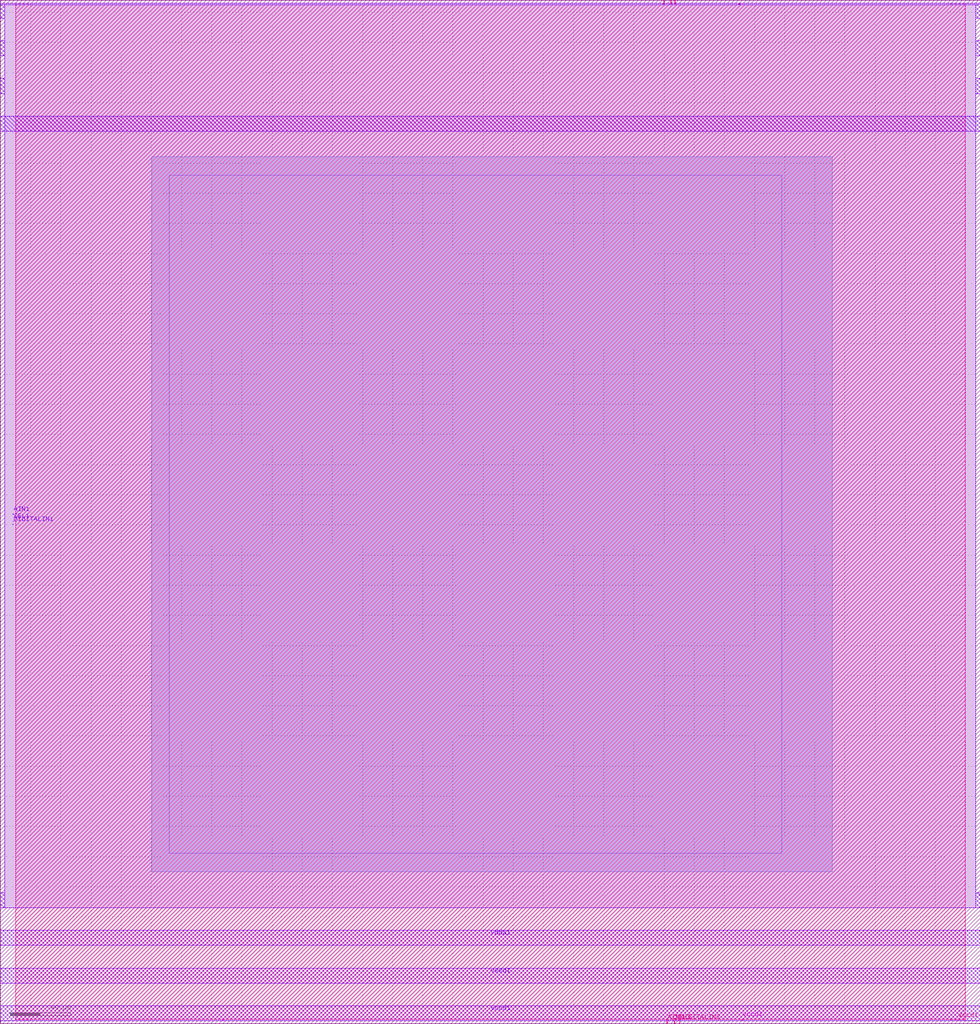
<source format=lef>
# Copyright 2020 The SkyWater PDK Authors
#
# Licensed under the Apache License, Version 2.0 (the "License");
# you may not use this file except in compliance with the License.
# You may obtain a copy of the License at
#
#     https://www.apache.org/licenses/LICENSE-2.0
#
# Unless required by applicable law or agreed to in writing, software
# distributed under the License is distributed on an "AS IS" BASIS,
# WITHOUT WARRANTIES OR CONDITIONS OF ANY KIND, either express or implied.
# See the License for the specific language governing permissions and
# limitations under the License.
#
# SPDX-License-Identifier: Apache-2.0

VERSION 5.7 ;

BUSBITCHARS "[]" ;
DIVIDERCHAR "/" ;

UNITS
  TIME NANOSECONDS 1 ;
  CAPACITANCE PICOFARADS 1 ;
  RESISTANCE OHMS 1 ;
  DATABASE MICRONS 1000 ;
END UNITS

MANUFACTURINGGRID 0.005 ;
USEMINSPACING OBS OFF ;

PROPERTYDEFINITIONS
  LAYER LEF58_TYPE STRING ;
END PROPERTYDEFINITIONS

# High density, single height
SITE unithd
  SYMMETRY Y ;
  CLASS CORE ;
  SIZE 0.46 BY 2.72 ;
END unithd

# High density, double height
SITE unithddbl
  SYMMETRY Y ;
  CLASS CORE ;
  SIZE 0.46 BY 5.44 ;
END unithddbl

LAYER nwell
  TYPE MASTERSLICE ;
  PROPERTY LEF58_TYPE "TYPE NWELL ;" ;
END nwell

LAYER pwell
  TYPE MASTERSLICE ;
  PROPERTY LEF58_TYPE "TYPE PWELL ;" ;
END pwell

LAYER li1
  TYPE ROUTING ;
  DIRECTION VERTICAL ;

  PITCH 0.46 0.34 ;
  OFFSET 0.23 0.17 ;

  WIDTH 0.17 ;          # LI 1
  # SPACING  0.17 ;     # LI 2
  SPACINGTABLE
     PARALLELRUNLENGTH 0
     WIDTH 0 0.17 ;
  AREA 0.0561 ;         # LI 6
  THICKNESS 0.1 ;
  EDGECAPACITANCE 40.697E-6 ;
  CAPACITANCE CPERSQDIST 36.9866E-6 ;
  RESISTANCE RPERSQ 17.0 ;

  ANTENNAMODEL OXIDE1 ;
  ANTENNADIFFSIDEAREARATIO PWL ( ( 0 75 ) ( 0.0125 75 ) ( 0.0225 85.125 ) ( 22.5 10200 ) ) ;
END li1

LAYER mcon
  TYPE CUT ;

  WIDTH 0.17 ;                # Mcon 1
  SPACING 0.19 ;              # Mcon 2
  ENCLOSURE BELOW 0 0 ;       # Mcon 4
  ENCLOSURE ABOVE 0.03 0.06 ; # Met1 4 / Met1 5
  RESISTANCE 23.0 ;

  ANTENNADIFFAREARATIO PWL ( ( 0 3 ) ( 0.0125 3 ) ( 0.0225 3.405 ) ( 22.5 408 ) ) ;
  DCCURRENTDENSITY AVERAGE 0.36 ; # mA per via Iavg_max at Tj = 90oC

END mcon

LAYER met1
  TYPE ROUTING ;
  DIRECTION HORIZONTAL ;

  PITCH 0.34 ;
  OFFSET 0.17 ;

  WIDTH 0.14 ;                     # Met1 1
  # SPACING 0.14 ;                 # Met1 2
  # SPACING 0.28 RANGE 3.001 100 ; # Met1 3b
  SPACINGTABLE
     PARALLELRUNLENGTH 0
     WIDTH 0 0.14
     WIDTH 3 0.28 ;
  AREA 0.083 ;                     # Met1 6
  THICKNESS 0.35 ;
  MINENCLOSEDAREA 0.14 ;

  ANTENNAMODEL OXIDE1 ;
  ANTENNADIFFSIDEAREARATIO PWL ( ( 0 400 ) ( 0.0125 400 ) ( 0.0225 2609 ) ( 22.5 11600 ) ) ;

  EDGECAPACITANCE 40.567E-6 ;
  CAPACITANCE CPERSQDIST 25.7784E-6 ;
  DCCURRENTDENSITY AVERAGE 2.8 ; # mA/um Iavg_max at Tj = 90oC
  ACCURRENTDENSITY RMS 6.1 ; # mA/um Irms_max at Tj = 90oC
  MAXIMUMDENSITY 70 ;
  DENSITYCHECKWINDOW 700 700 ;
  DENSITYCHECKSTEP 70 ;

  RESISTANCE RPERSQ 0.145 ;
END met1

LAYER via
  TYPE CUT ;
  WIDTH 0.15 ;                  # Via 1a
  SPACING 0.17 ;                # Via 2
  ENCLOSURE BELOW 0.055 0.085 ; # Via 4a / Via 5a
  ENCLOSURE ABOVE 0.055 0.085 ; # Met2 4 / Met2 5
  RESISTANCE 30.0 ;

  ANTENNADIFFAREARATIO PWL ( ( 0 6 ) ( 0.0125 6 ) ( 0.0225 6.81 ) ( 22.5 816 ) ) ;
  DCCURRENTDENSITY AVERAGE 0.29 ; # mA per via Iavg_max at Tj = 90oC
END via

LAYER met2
  TYPE ROUTING ;
  DIRECTION VERTICAL ;

  PITCH 0.46 ;
  OFFSET 0.23 ;

  WIDTH 0.14 ;                        # Met2 1
  # SPACING  0.14 ;                   # Met2 2
  # SPACING  0.28 RANGE 3.001 100 ;   # Met2 3b
  SPACINGTABLE
     PARALLELRUNLENGTH 0
     WIDTH 0 0.14
     WIDTH 3 0.28 ;
  AREA 0.0676 ;                       # Met2 6
  THICKNESS 0.35 ;
  MINENCLOSEDAREA 0.14 ;

  EDGECAPACITANCE 32.918E-6 ;
  CAPACITANCE CPERSQDIST 14.7703E-6 ;
  RESISTANCE RPERSQ 0.145 ;
  DCCURRENTDENSITY AVERAGE 2.8 ; # mA/um Iavg_max at Tj = 90oC
  ACCURRENTDENSITY RMS 6.1 ; # mA/um Irms_max at Tj = 90oC

  ANTENNAMODEL OXIDE1 ;
  ANTENNADIFFSIDEAREARATIO PWL ( ( 0 400 ) ( 0.0125 400 ) ( 0.0225 2609 ) ( 22.5 11600 ) ) ;

  MAXIMUMDENSITY 70 ;
  DENSITYCHECKWINDOW 700 700 ;
  DENSITYCHECKSTEP 70 ;
END met2

# ******** Layer via2, type routing, number 44 **************
LAYER via2
  TYPE CUT ;
  WIDTH 0.2 ;                   # Via2 1
  SPACING 0.2 ;                 # Via2 2
  ENCLOSURE BELOW 0.04 0.085 ;  # Via2 4
  ENCLOSURE ABOVE 0.065 0.065 ; # Met3 4
  RESISTANCE 8.0 ;
  ANTENNADIFFAREARATIO PWL ( ( 0 6 ) ( 0.0125 6 ) ( 0.0225 6.81 ) ( 22.5 816 ) ) ;
  DCCURRENTDENSITY AVERAGE 0.48 ; # mA per via Iavg_max at Tj = 90oC
END via2

LAYER met3
  TYPE ROUTING ;
  DIRECTION HORIZONTAL ;

  PITCH 0.68 ;
  OFFSET 0.34 ;

  WIDTH 0.3 ;              # Met3 1
  # SPACING 0.3 ;          # Met3 2
  SPACINGTABLE
     PARALLELRUNLENGTH 0
     WIDTH 0 0.3
     WIDTH 3 0.4 ;
  AREA 0.24 ;              # Met3 6
  THICKNESS 0.8 ;

  EDGECAPACITANCE 37.065E-6 ;
  CAPACITANCE CPERSQDIST 11.1883E-6 ;
  RESISTANCE RPERSQ 0.056 ;
  DCCURRENTDENSITY AVERAGE 6.8 ; # mA/um Iavg_max at Tj = 90oC
  ACCURRENTDENSITY RMS 14.9 ; # mA/um Irms_max at Tj = 90oC

  ANTENNAMODEL OXIDE1 ;
  ANTENNADIFFSIDEAREARATIO PWL ( ( 0 400 ) ( 0.0125 400 ) ( 0.0225 2609 ) ( 22.5 11600 ) ) ;

  MAXIMUMDENSITY 70 ;
  DENSITYCHECKWINDOW 700 700 ;
  DENSITYCHECKSTEP 70 ;
END met3

LAYER via3
  TYPE CUT ;
  WIDTH 0.2 ;                   # Via3 1
  SPACING 0.2 ;                 # Via3 2
  ENCLOSURE BELOW 0.06 0.09 ;   # Via3 4 / Via3 5
  ENCLOSURE ABOVE 0.065 0.065 ; # Met4 3
  RESISTANCE 8.0 ;
  ANTENNADIFFAREARATIO PWL ( ( 0 6 ) ( 0.0125 6 ) ( 0.0225 6.81 ) ( 22.5 816 ) ) ;
  DCCURRENTDENSITY AVERAGE 0.48 ; # mA per via Iavg_max at Tj = 90oC
END via3

LAYER met4
  TYPE ROUTING ;
  DIRECTION VERTICAL ;

  PITCH 0.92 ;
  OFFSET 0.46 ;

  WIDTH 0.3 ;             # Met4 1
  # SPACING  0.3 ;             # Met4 2
  SPACINGTABLE
     PARALLELRUNLENGTH 0
     WIDTH 0 0.3
     WIDTH 3 0.4 ;
  AREA 0.24 ;            # Met4 4a

  THICKNESS 0.8 ;

  EDGECAPACITANCE 34.169E-6 ;
  CAPACITANCE CPERSQDIST 7.84019E-6 ;
  RESISTANCE RPERSQ 0.056 ;
  DCCURRENTDENSITY AVERAGE 6.8 ; # mA/um Iavg_max at Tj = 90oC
  ACCURRENTDENSITY RMS 14.9 ; # mA/um Irms_max at Tj = 90oC

  ANTENNAMODEL OXIDE1 ;
  ANTENNADIFFSIDEAREARATIO PWL ( ( 0 400 ) ( 0.0125 400 ) ( 0.0225 2609 ) ( 22.5 11600 ) ) ;

  MAXIMUMDENSITY 70 ;
  DENSITYCHECKWINDOW 700 700 ;
  DENSITYCHECKSTEP 70 ;
END met4

LAYER via4
  TYPE CUT ;

  WIDTH 0.8 ;                 # Via4 1
  SPACING 0.8 ;               # Via4 2
  ENCLOSURE BELOW 0.19 0.19 ; # Via4 4
  ENCLOSURE ABOVE 0.31 0.31 ; # Met5 3
  RESISTANCE 0.891 ;
  ANTENNADIFFAREARATIO PWL ( ( 0 6 ) ( 0.0125 6 ) ( 0.0225 6.81 ) ( 22.5 816 ) ) ;
  DCCURRENTDENSITY AVERAGE 2.49 ; # mA per via Iavg_max at Tj = 90oC
END via4

LAYER met5
  TYPE ROUTING ;
  DIRECTION HORIZONTAL ;

  PITCH 3.4 ;
  OFFSET 1.7 ;

  WIDTH 1.6 ;            # Met5 1
  #SPACING  1.6 ;        # Met5 2
  SPACINGTABLE
     PARALLELRUNLENGTH 0
     WIDTH 0 1.6 ;
  AREA 4 ;               # Met5 4

  THICKNESS 1.2 ;

  EDGECAPACITANCE 36.828E-6 ;
  CAPACITANCE CPERSQDIST 5.99155E-6 ;
  RESISTANCE RPERSQ 0.0358 ;
  DCCURRENTDENSITY AVERAGE 10.17 ; # mA/um Iavg_max at Tj = 90oC
  ACCURRENTDENSITY RMS 22.34 ; # mA/um Irms_max at Tj = 90oC

  ANTENNAMODEL OXIDE1 ;
  ANTENNADIFFSIDEAREARATIO PWL ( ( 0 400 ) ( 0.0125 400 ) ( 0.0225 2609 ) ( 22.5 11600 ) ) ;
END met5


### Routing via cells section   ###
# Plus via rule, metals are along the prefered direction
VIA L1M1_PR DEFAULT
  LAYER mcon ;
  RECT -0.085 -0.085 0.085 0.085 ;
  LAYER li1 ;
  RECT -0.085 -0.085 0.085 0.085 ;
  LAYER met1 ;
  RECT -0.145 -0.115 0.145 0.115 ;
END L1M1_PR

VIARULE L1M1_PR GENERATE
  LAYER li1 ;
  ENCLOSURE 0 0 ;
  LAYER met1 ;
  ENCLOSURE 0.06 0.03 ;
  LAYER mcon ;
  RECT -0.085 -0.085 0.085 0.085 ;
  SPACING 0.36 BY 0.36 ;
END L1M1_PR

# Plus via rule, metals are along the non prefered direction
VIA L1M1_PR_R DEFAULT
  LAYER mcon ;
  RECT -0.085 -0.085 0.085 0.085 ;
  LAYER li1 ;
  RECT -0.085 -0.085 0.085 0.085 ;
  LAYER met1 ;
  RECT -0.115 -0.145 0.115 0.145 ;
END L1M1_PR_R

VIARULE L1M1_PR_R GENERATE
  LAYER li1 ;
  ENCLOSURE 0 0 ;
  LAYER met1 ;
  ENCLOSURE 0.03 0.06 ;
  LAYER mcon ;
  RECT -0.085 -0.085 0.085 0.085 ;
  SPACING 0.36 BY 0.36 ;
END L1M1_PR_R

# Minus via rule, lower layer metal is along prefered direction
VIA L1M1_PR_M DEFAULT
  LAYER mcon ;
  RECT -0.085 -0.085 0.085 0.085 ;
  LAYER li1 ;
  RECT -0.085 -0.085 0.085 0.085 ;
  LAYER met1 ;
  RECT -0.115 -0.145 0.115 0.145 ;
END L1M1_PR_M

VIARULE L1M1_PR_M GENERATE
  LAYER li1 ;
  ENCLOSURE 0 0 ;
  LAYER met1 ;
  ENCLOSURE 0.03 0.06 ;
  LAYER mcon ;
  RECT -0.085 -0.085 0.085 0.085 ;
  SPACING 0.36 BY 0.36 ;
END L1M1_PR_M

# Minus via rule, upper layer metal is along prefered direction
VIA L1M1_PR_MR DEFAULT
  LAYER mcon ;
  RECT -0.085 -0.085 0.085 0.085 ;
  LAYER li1 ;
  RECT -0.085 -0.085 0.085 0.085 ;
  LAYER met1 ;
  RECT -0.145 -0.115 0.145 0.115 ;
END L1M1_PR_MR

VIARULE L1M1_PR_MR GENERATE
  LAYER li1 ;
  ENCLOSURE 0 0 ;
  LAYER met1 ;
  ENCLOSURE 0.06 0.03 ;
  LAYER mcon ;
  RECT -0.085 -0.085 0.085 0.085 ;
  SPACING 0.36 BY 0.36 ;
END L1M1_PR_MR

# Centered via rule, we really do not want to use it
VIA L1M1_PR_C DEFAULT
  LAYER mcon ;
  RECT -0.085 -0.085 0.085 0.085 ;
  LAYER li1 ;
  RECT -0.085 -0.085 0.085 0.085 ;
  LAYER met1 ;
  RECT -0.145 -0.145 0.145 0.145 ;
END L1M1_PR_C

VIARULE L1M1_PR_C GENERATE
  LAYER li1 ;
  ENCLOSURE 0 0 ;
  LAYER met1 ;
  ENCLOSURE 0.06 0.06 ;
  LAYER mcon ;
  RECT -0.085 -0.085 0.085 0.085 ;
  SPACING 0.36 BY 0.36 ;
END L1M1_PR_C

# Plus via rule, metals are along the prefered direction
VIA M1M2_PR DEFAULT
  LAYER via ;
  RECT -0.075 -0.075 0.075 0.075 ;
  LAYER met1 ;
  RECT -0.16 -0.13 0.16 0.13 ;
  LAYER met2 ;
  RECT -0.13 -0.16 0.13 0.16 ;
END M1M2_PR

VIARULE M1M2_PR GENERATE
  LAYER met1 ;
  ENCLOSURE 0.085 0.055 ;
  LAYER met2 ;
  ENCLOSURE 0.055 0.085 ;
  LAYER via ;
  RECT -0.075 -0.075 0.075 0.075 ;
  SPACING 0.32 BY 0.32 ;
END M1M2_PR

# Plus via rule, metals are along the non prefered direction
VIA M1M2_PR_R DEFAULT
  LAYER via ;
  RECT -0.075 -0.075 0.075 0.075 ;
  LAYER met1 ;
  RECT -0.13 -0.16 0.13 0.16 ;
  LAYER met2 ;
  RECT -0.16 -0.13 0.16 0.13 ;
END M1M2_PR_R

VIARULE M1M2_PR_R GENERATE
  LAYER met1 ;
  ENCLOSURE 0.055 0.085 ;
  LAYER met2 ;
  ENCLOSURE 0.085 0.055 ;
  LAYER via ;
  RECT -0.075 -0.075 0.075 0.075 ;
  SPACING 0.32 BY 0.32 ;
END M1M2_PR_R

# Minus via rule, lower layer metal is along prefered direction
VIA M1M2_PR_M DEFAULT
  LAYER via ;
  RECT -0.075 -0.075 0.075 0.075 ;
  LAYER met1 ;
  RECT -0.16 -0.13 0.16 0.13 ;
  LAYER met2 ;
  RECT -0.16 -0.13 0.16 0.13 ;
END M1M2_PR_M

VIARULE M1M2_PR_M GENERATE
  LAYER met1 ;
  ENCLOSURE 0.085 0.055 ;
  LAYER met2 ;
  ENCLOSURE 0.085 0.055 ;
  LAYER via ;
  RECT -0.075 -0.075 0.075 0.075 ;
  SPACING 0.32 BY 0.32 ;
END M1M2_PR_M

# Minus via rule, upper layer metal is along prefered direction
VIA M1M2_PR_MR DEFAULT
  LAYER via ;
  RECT -0.075 -0.075 0.075 0.075 ;
  LAYER met1 ;
  RECT -0.13 -0.16 0.13 0.16 ;
  LAYER met2 ;
  RECT -0.13 -0.16 0.13 0.16 ;
END M1M2_PR_MR

VIARULE M1M2_PR_MR GENERATE
  LAYER met1 ;
  ENCLOSURE 0.055 0.085 ;
  LAYER met2 ;
  ENCLOSURE 0.055 0.085 ;
  LAYER via ;
  RECT -0.075 -0.075 0.075 0.075 ;
  SPACING 0.32 BY 0.32 ;
END M1M2_PR_MR

# Centered via rule, we really do not want to use it
VIA M1M2_PR_C DEFAULT
  LAYER via ;
  RECT -0.075 -0.075 0.075 0.075 ;
  LAYER met1 ;
  RECT -0.16 -0.16 0.16 0.16 ;
  LAYER met2 ;
  RECT -0.16 -0.16 0.16 0.16 ;
END M1M2_PR_C

VIARULE M1M2_PR_C GENERATE
  LAYER met1 ;
  ENCLOSURE 0.085 0.085 ;
  LAYER met2 ;
  ENCLOSURE 0.085 0.085 ;
  LAYER via ;
  RECT -0.075 -0.075 0.075 0.075 ;
  SPACING 0.32 BY 0.32 ;
END M1M2_PR_C

# Plus via rule, metals are along the prefered direction
VIA M2M3_PR DEFAULT
  LAYER via2 ;
  RECT -0.1 -0.1 0.1 0.1 ;
  LAYER met2 ;
  RECT -0.14 -0.185 0.14 0.185 ;
  LAYER met3 ;
  RECT -0.165 -0.165 0.165 0.165 ;
END M2M3_PR

VIARULE M2M3_PR GENERATE
  LAYER met2 ;
  ENCLOSURE 0.04 0.085 ;
  LAYER met3 ;
  ENCLOSURE 0.065 0.065 ;
  LAYER via2 ;
  RECT -0.1 -0.1 0.1 0.1 ;
  SPACING 0.4 BY 0.4 ;
END M2M3_PR

# Plus via rule, metals are along the non prefered direction
VIA M2M3_PR_R DEFAULT
  LAYER via2 ;
  RECT -0.1 -0.1 0.1 0.1 ;
  LAYER met2 ;
  RECT -0.185 -0.14 0.185 0.14 ;
  LAYER met3 ;
  RECT -0.165 -0.165 0.165 0.165 ;
END M2M3_PR_R

VIARULE M2M3_PR_R GENERATE
  LAYER met2 ;
  ENCLOSURE 0.085 0.04 ;
  LAYER met3 ;
  ENCLOSURE 0.065 0.065 ;
  LAYER via2 ;
  RECT -0.1 -0.1 0.1 0.1 ;
  SPACING 0.4 BY 0.4 ;
END M2M3_PR_R

# Minus via rule, lower layer metal is along prefered direction
VIA M2M3_PR_M DEFAULT
  LAYER via2 ;
  RECT -0.1 -0.1 0.1 0.1 ;
  LAYER met2 ;
  RECT -0.14 -0.185 0.14 0.185 ;
  LAYER met3 ;
  RECT -0.165 -0.165 0.165 0.165 ;
END M2M3_PR_M

VIARULE M2M3_PR_M GENERATE
  LAYER met2 ;
  ENCLOSURE 0.04 0.085 ;
  LAYER met3 ;
  ENCLOSURE 0.065 0.065 ;
  LAYER via2 ;
  RECT -0.1 -0.1 0.1 0.1 ;
  SPACING 0.4 BY 0.4 ;
END M2M3_PR_M

# Minus via rule, upper layer metal is along prefered direction
VIA M2M3_PR_MR DEFAULT
  LAYER via2 ;
  RECT -0.1 -0.1 0.1 0.1 ;
  LAYER met2 ;
  RECT -0.185 -0.14 0.185 0.14 ;
  LAYER met3 ;
  RECT -0.165 -0.165 0.165 0.165 ;
END M2M3_PR_MR

VIARULE M2M3_PR_MR GENERATE
  LAYER met2 ;
  ENCLOSURE 0.085 0.04 ;
  LAYER met3 ;
  ENCLOSURE 0.065 0.065 ;
  LAYER via2 ;
  RECT -0.1 -0.1 0.1 0.1 ;
  SPACING 0.4 BY 0.4 ;
END M2M3_PR_MR

# Centered via rule, we really do not want to use it
VIA M2M3_PR_C DEFAULT
  LAYER via2 ;
  RECT -0.1 -0.1 0.1 0.1 ;
  LAYER met2 ;
  RECT -0.185 -0.185 0.185 0.185 ;
  LAYER met3 ;
  RECT -0.165 -0.165 0.165 0.165 ;
END M2M3_PR_C

VIARULE M2M3_PR_C GENERATE
  LAYER met2 ;
  ENCLOSURE 0.085 0.085 ;
  LAYER met3 ;
  ENCLOSURE 0.065 0.065 ;
  LAYER via2 ;
  RECT -0.1 -0.1 0.1 0.1 ;
  SPACING 0.4 BY 0.4 ;
END M2M3_PR_C

# Plus via rule, metals are along the prefered direction
VIA M3M4_PR DEFAULT
  LAYER via3 ;
  RECT -0.1 -0.1 0.1 0.1 ;
  LAYER met3 ;
  RECT -0.19 -0.16 0.19 0.16 ;
  LAYER met4 ;
  RECT -0.165 -0.165 0.165 0.165 ;
END M3M4_PR

VIARULE M3M4_PR GENERATE
  LAYER met3 ;
  ENCLOSURE 0.09 0.06 ;
  LAYER met4 ;
  ENCLOSURE 0.065 0.065 ;
  LAYER via3 ;
  RECT -0.1 -0.1 0.1 0.1 ;
  SPACING 0.4 BY 0.4 ;
END M3M4_PR

# Plus via rule, metals are along the non prefered direction
VIA M3M4_PR_R DEFAULT
  LAYER via3 ;
  RECT -0.1 -0.1 0.1 0.1 ;
  LAYER met3 ;
  RECT -0.16 -0.19 0.16 0.19 ;
  LAYER met4 ;
  RECT -0.165 -0.165 0.165 0.165 ;
END M3M4_PR_R

VIARULE M3M4_PR_R GENERATE
  LAYER met3 ;
  ENCLOSURE 0.06 0.09 ;
  LAYER met4 ;
  ENCLOSURE 0.065 0.065 ;
  LAYER via3 ;
  RECT -0.1 -0.1 0.1 0.1 ;
  SPACING 0.4 BY 0.4 ;
END M3M4_PR_R

# Minus via rule, lower layer metal is along prefered direction
VIA M3M4_PR_M DEFAULT
  LAYER via3 ;
  RECT -0.1 -0.1 0.1 0.1 ;
  LAYER met3 ;
  RECT -0.19 -0.16 0.19 0.16 ;
  LAYER met4 ;
  RECT -0.165 -0.165 0.165 0.165 ;
END M3M4_PR_M

VIARULE M3M4_PR_M GENERATE
  LAYER met3 ;
  ENCLOSURE 0.09 0.06 ;
  LAYER met4 ;
  ENCLOSURE 0.065 0.065 ;
  LAYER via3 ;
  RECT -0.1 -0.1 0.1 0.1 ;
  SPACING 0.4 BY 0.4 ;
END M3M4_PR_M

# Minus via rule, upper layer metal is along prefered direction
VIA M3M4_PR_MR DEFAULT
  LAYER via3 ;
  RECT -0.1 -0.1 0.1 0.1 ;
  LAYER met3 ;
  RECT -0.16 -0.19 0.16 0.19 ;
  LAYER met4 ;
  RECT -0.165 -0.165 0.165 0.165 ;
END M3M4_PR_MR

VIARULE M3M4_PR_MR GENERATE
  LAYER met3 ;
  ENCLOSURE 0.06 0.09 ;
  LAYER met4 ;
  ENCLOSURE 0.065 0.065 ;
  LAYER via3 ;
  RECT -0.1 -0.1 0.1 0.1 ;
  SPACING 0.4 BY 0.4 ;
END M3M4_PR_MR

# Centered via rule, we really do not want to use it
VIA M3M4_PR_C DEFAULT
  LAYER via3 ;
  RECT -0.1 -0.1 0.1 0.1 ;
  LAYER met3 ;
  RECT -0.19 -0.19 0.19 0.19 ;
  LAYER met4 ;
  RECT -0.165 -0.165 0.165 0.165 ;
END M3M4_PR_C

VIARULE M3M4_PR_C GENERATE
  LAYER met3 ;
  ENCLOSURE 0.09 0.09 ;
  LAYER met4 ;
  ENCLOSURE 0.065 0.065 ;
  LAYER via3 ;
  RECT -0.1 -0.1 0.1 0.1 ;
  SPACING 0.4 BY 0.4 ;
END M3M4_PR_C

# Plus via rule, metals are along the prefered direction
VIA M4M5_PR DEFAULT
  LAYER via4 ;
  RECT -0.4 -0.4 0.4 0.4 ;
  LAYER met4 ;
  RECT -0.59 -0.59 0.59 0.59 ;
  LAYER met5 ;
  RECT -0.71 -0.71 0.71 0.71 ;
END M4M5_PR

VIARULE M4M5_PR GENERATE
  LAYER met4 ;
  ENCLOSURE 0.19 0.19 ;
  LAYER met5 ;
  ENCLOSURE 0.31 0.31 ;
  LAYER via4 ;
  RECT -0.4 -0.4 0.4 0.4 ;
  SPACING 1.6 BY 1.6 ;
END M4M5_PR

# Plus via rule, metals are along the non prefered direction
VIA M4M5_PR_R DEFAULT
  LAYER via4 ;
  RECT -0.4 -0.4 0.4 0.4 ;
  LAYER met4 ;
  RECT -0.59 -0.59 0.59 0.59 ;
  LAYER met5 ;
  RECT -0.71 -0.71 0.71 0.71 ;
END M4M5_PR_R

VIARULE M4M5_PR_R GENERATE
  LAYER met4 ;
  ENCLOSURE 0.19 0.19 ;
  LAYER met5 ;
  ENCLOSURE 0.31 0.31 ;
  LAYER via4 ;
  RECT -0.4 -0.4 0.4 0.4 ;
  SPACING 1.6 BY 1.6 ;
END M4M5_PR_R

# Minus via rule, lower layer metal is along prefered direction
VIA M4M5_PR_M DEFAULT
  LAYER via4 ;
  RECT -0.4 -0.4 0.4 0.4 ;
  LAYER met4 ;
  RECT -0.59 -0.59 0.59 0.59 ;
  LAYER met5 ;
  RECT -0.71 -0.71 0.71 0.71 ;
END M4M5_PR_M

VIARULE M4M5_PR_M GENERATE
  LAYER met4 ;
  ENCLOSURE 0.19 0.19 ;
  LAYER met5 ;
  ENCLOSURE 0.31 0.31 ;
  LAYER via4 ;
  RECT -0.4 -0.4 0.4 0.4 ;
  SPACING 1.6 BY 1.6 ;
END M4M5_PR_M

# Minus via rule, upper layer metal is along prefered direction
VIA M4M5_PR_MR DEFAULT
  LAYER via4 ;
  RECT -0.4 -0.4 0.4 0.4 ;
  LAYER met4 ;
  RECT -0.59 -0.59 0.59 0.59 ;
  LAYER met5 ;
  RECT -0.71 -0.71 0.71 0.71 ;
END M4M5_PR_MR

VIARULE M4M5_PR_MR GENERATE
  LAYER met4 ;
  ENCLOSURE 0.19 0.19 ;
  LAYER met5 ;
  ENCLOSURE 0.31 0.31 ;
  LAYER via4 ;
  RECT -0.4 -0.4 0.4 0.4 ;
  SPACING 1.6 BY 1.6 ;
END M4M5_PR_MR

# Centered via rule, we really do not want to use it
VIA M4M5_PR_C DEFAULT
  LAYER via4 ;
  RECT -0.4 -0.4 0.4 0.4 ;
  LAYER met4 ;
  RECT -0.59 -0.59 0.59 0.59 ;
  LAYER met5 ;
  RECT -0.71 -0.71 0.71 0.71 ;
END M4M5_PR_C

VIARULE M4M5_PR_C GENERATE
  LAYER met4 ;
  ENCLOSURE 0.19 0.19 ;
  LAYER met5 ;
  ENCLOSURE 0.31 0.31 ;
  LAYER via4 ;
  RECT -0.4 -0.4 0.4 0.4 ;
  SPACING 1.6 BY 1.6 ;
END M4M5_PR_C
###  end of single via cells   ###


MACRO sky130_fd_sc_hd__a2bb2o_1
  CLASS CORE ;
  FOREIGN sky130_fd_sc_hd__a2bb2o_1 ;
  ORIGIN 0.000 0.000 ;
  SIZE 3.680 BY 2.720 ;
  SYMMETRY X Y R90 ;
  SITE unithd ;
  PIN A1_N
    DIRECTION INPUT ;
    USE SIGNAL ;
    ANTENNAGATEAREA 0.126000 ;
    PORT
      LAYER li1 ;
        RECT 0.910 0.995 1.240 1.615 ;
    END
  END A1_N
  PIN A2_N
    DIRECTION INPUT ;
    USE SIGNAL ;
    ANTENNAGATEAREA 0.126000 ;
    PORT
      LAYER li1 ;
        RECT 1.410 0.995 1.700 1.375 ;
    END
  END A2_N
  PIN B1
    DIRECTION INPUT ;
    USE SIGNAL ;
    ANTENNAGATEAREA 0.126000 ;
    PORT
      LAYER li1 ;
        RECT 3.280 0.765 3.540 1.655 ;
    END
  END B1
  PIN B2
    DIRECTION INPUT ;
    USE SIGNAL ;
    ANTENNAGATEAREA 0.126000 ;
    PORT
      LAYER li1 ;
        RECT 2.600 1.355 3.080 1.655 ;
        RECT 2.820 0.765 3.080 1.355 ;
    END
  END B2
  PIN VGND
    DIRECTION INOUT ;
    USE GROUND ;
    SHAPE ABUTMENT ;
    PORT
      LAYER met1 ;
        RECT 0.000 -0.240 3.680 0.240 ;
    END
  END VGND
  PIN VNB
    DIRECTION INOUT ;
    USE GROUND ;
    PORT
      LAYER pwell ;
        RECT 0.005 0.785 0.925 1.015 ;
        RECT 0.005 0.105 3.590 0.785 ;
        RECT 0.150 -0.085 0.320 0.105 ;
    END
  END VNB
  PIN VPB
    DIRECTION INOUT ;
    USE POWER ;
    PORT
      LAYER nwell ;
        RECT -0.190 1.305 3.870 2.910 ;
    END
  END VPB
  PIN VPWR
    DIRECTION INOUT ;
    USE POWER ;
    SHAPE ABUTMENT ;
    PORT
      LAYER met1 ;
        RECT 0.000 2.480 3.680 2.960 ;
    END
  END VPWR
  PIN X
    DIRECTION OUTPUT ;
    USE SIGNAL ;
    ANTENNADIFFAREA 0.429000 ;
    PORT
      LAYER li1 ;
        RECT 0.085 1.525 0.345 2.465 ;
        RECT 0.085 0.810 0.260 1.525 ;
        RECT 0.085 0.255 0.345 0.810 ;
    END
  END X
  OBS
      LAYER li1 ;
        RECT 0.000 2.635 3.680 2.805 ;
        RECT 0.515 2.235 0.845 2.635 ;
        RECT 1.990 2.370 2.245 2.465 ;
        RECT 1.105 2.200 2.245 2.370 ;
        RECT 2.415 2.255 2.745 2.425 ;
        RECT 1.105 1.975 1.275 2.200 ;
        RECT 0.515 1.805 1.275 1.975 ;
        RECT 1.990 2.065 2.245 2.200 ;
        RECT 0.515 1.325 0.685 1.805 ;
        RECT 1.540 1.715 1.710 1.905 ;
        RECT 1.990 1.895 2.400 2.065 ;
        RECT 1.540 1.545 2.060 1.715 ;
        RECT 0.430 0.995 0.685 1.325 ;
        RECT 1.890 0.825 2.060 1.545 ;
        RECT 1.180 0.655 2.060 0.825 ;
        RECT 2.230 0.870 2.400 1.895 ;
        RECT 2.575 2.005 2.745 2.255 ;
        RECT 2.915 2.175 3.165 2.635 ;
        RECT 3.335 2.005 3.515 2.465 ;
        RECT 2.575 1.835 3.515 2.005 ;
        RECT 2.230 0.700 2.580 0.870 ;
        RECT 0.515 0.085 0.945 0.530 ;
        RECT 1.180 0.255 1.350 0.655 ;
        RECT 1.520 0.085 2.240 0.485 ;
        RECT 2.410 0.255 2.580 0.700 ;
        RECT 3.155 0.085 3.555 0.595 ;
        RECT 0.000 -0.085 3.680 0.085 ;
      LAYER mcon ;
        RECT 0.145 2.635 0.315 2.805 ;
        RECT 0.605 2.635 0.775 2.805 ;
        RECT 1.065 2.635 1.235 2.805 ;
        RECT 1.525 2.635 1.695 2.805 ;
        RECT 1.985 2.635 2.155 2.805 ;
        RECT 2.445 2.635 2.615 2.805 ;
        RECT 2.905 2.635 3.075 2.805 ;
        RECT 3.365 2.635 3.535 2.805 ;
        RECT 0.145 -0.085 0.315 0.085 ;
        RECT 0.605 -0.085 0.775 0.085 ;
        RECT 1.065 -0.085 1.235 0.085 ;
        RECT 1.525 -0.085 1.695 0.085 ;
        RECT 1.985 -0.085 2.155 0.085 ;
        RECT 2.445 -0.085 2.615 0.085 ;
        RECT 2.905 -0.085 3.075 0.085 ;
        RECT 3.365 -0.085 3.535 0.085 ;
  END
END sky130_fd_sc_hd__a2bb2o_1
MACRO sky130_fd_sc_hd__a2bb2o_2
  CLASS CORE ;
  FOREIGN sky130_fd_sc_hd__a2bb2o_2 ;
  ORIGIN 0.000 0.000 ;
  SIZE 4.140 BY 2.720 ;
  SYMMETRY X Y R90 ;
  SITE unithd ;
  PIN A1_N
    DIRECTION INPUT ;
    USE SIGNAL ;
    ANTENNAGATEAREA 0.159000 ;
    PORT
      LAYER li1 ;
        RECT 1.345 0.995 1.675 1.615 ;
    END
  END A1_N
  PIN A2_N
    DIRECTION INPUT ;
    USE SIGNAL ;
    ANTENNAGATEAREA 0.159000 ;
    PORT
      LAYER li1 ;
        RECT 1.845 0.995 2.135 1.375 ;
    END
  END A2_N
  PIN B1
    DIRECTION INPUT ;
    USE SIGNAL ;
    ANTENNAGATEAREA 0.159000 ;
    PORT
      LAYER li1 ;
        RECT 3.730 0.765 3.990 1.655 ;
    END
  END B1
  PIN B2
    DIRECTION INPUT ;
    USE SIGNAL ;
    ANTENNAGATEAREA 0.159000 ;
    PORT
      LAYER li1 ;
        RECT 3.050 1.355 3.530 1.655 ;
        RECT 3.270 0.765 3.530 1.355 ;
    END
  END B2
  PIN VGND
    DIRECTION INOUT ;
    USE GROUND ;
    SHAPE ABUTMENT ;
    PORT
      LAYER met1 ;
        RECT 0.000 -0.240 4.140 0.240 ;
    END
  END VGND
  PIN VNB
    DIRECTION INOUT ;
    USE GROUND ;
    PORT
      LAYER pwell ;
        RECT 0.015 0.785 1.360 1.015 ;
        RECT 0.015 0.105 4.040 0.785 ;
        RECT 0.125 -0.085 0.295 0.105 ;
    END
  END VNB
  PIN VPB
    DIRECTION INOUT ;
    USE POWER ;
    PORT
      LAYER nwell ;
        RECT -0.190 1.305 4.330 2.910 ;
    END
  END VPB
  PIN VPWR
    DIRECTION INOUT ;
    USE POWER ;
    SHAPE ABUTMENT ;
    PORT
      LAYER met1 ;
        RECT 0.000 2.480 4.140 2.960 ;
    END
  END VPWR
  PIN X
    DIRECTION OUTPUT ;
    USE SIGNAL ;
    ANTENNADIFFAREA 0.445500 ;
    PORT
      LAYER li1 ;
        RECT 0.525 1.525 0.780 2.465 ;
        RECT 0.525 0.810 0.695 1.525 ;
        RECT 0.525 0.255 0.780 0.810 ;
    END
  END X
  OBS
      LAYER li1 ;
        RECT 0.000 2.635 4.140 2.805 ;
        RECT 0.185 1.445 0.355 2.635 ;
        RECT 0.950 2.235 1.280 2.635 ;
        RECT 2.500 2.370 2.670 2.465 ;
        RECT 1.540 2.200 2.670 2.370 ;
        RECT 2.875 2.255 3.205 2.425 ;
        RECT 1.540 1.975 1.710 2.200 ;
        RECT 0.950 1.805 1.710 1.975 ;
        RECT 2.440 2.065 2.670 2.200 ;
        RECT 0.950 1.325 1.120 1.805 ;
        RECT 1.975 1.715 2.145 1.905 ;
        RECT 2.440 1.895 2.850 2.065 ;
        RECT 1.975 1.545 2.510 1.715 ;
        RECT 0.865 0.995 1.120 1.325 ;
        RECT 0.185 0.085 0.355 0.930 ;
        RECT 2.340 0.825 2.510 1.545 ;
        RECT 1.615 0.655 2.510 0.825 ;
        RECT 2.680 0.870 2.850 1.895 ;
        RECT 3.035 2.005 3.205 2.255 ;
        RECT 3.375 2.175 3.625 2.635 ;
        RECT 3.795 2.005 3.965 2.465 ;
        RECT 3.035 1.835 3.965 2.005 ;
        RECT 2.680 0.700 3.030 0.870 ;
        RECT 0.950 0.085 1.380 0.530 ;
        RECT 1.615 0.255 1.785 0.655 ;
        RECT 1.955 0.085 2.690 0.485 ;
        RECT 2.860 0.255 3.030 0.700 ;
        RECT 3.605 0.085 4.005 0.595 ;
        RECT 0.000 -0.085 4.140 0.085 ;
      LAYER mcon ;
        RECT 0.145 2.635 0.315 2.805 ;
        RECT 0.605 2.635 0.775 2.805 ;
        RECT 1.065 2.635 1.235 2.805 ;
        RECT 1.525 2.635 1.695 2.805 ;
        RECT 1.985 2.635 2.155 2.805 ;
        RECT 2.445 2.635 2.615 2.805 ;
        RECT 2.905 2.635 3.075 2.805 ;
        RECT 3.365 2.635 3.535 2.805 ;
        RECT 3.825 2.635 3.995 2.805 ;
        RECT 0.145 -0.085 0.315 0.085 ;
        RECT 0.605 -0.085 0.775 0.085 ;
        RECT 1.065 -0.085 1.235 0.085 ;
        RECT 1.525 -0.085 1.695 0.085 ;
        RECT 1.985 -0.085 2.155 0.085 ;
        RECT 2.445 -0.085 2.615 0.085 ;
        RECT 2.905 -0.085 3.075 0.085 ;
        RECT 3.365 -0.085 3.535 0.085 ;
        RECT 3.825 -0.085 3.995 0.085 ;
  END
END sky130_fd_sc_hd__a2bb2o_2
MACRO sky130_fd_sc_hd__a2bb2o_4
  CLASS CORE ;
  FOREIGN sky130_fd_sc_hd__a2bb2o_4 ;
  ORIGIN 0.000 0.000 ;
  SIZE 7.360 BY 2.720 ;
  SYMMETRY X Y R90 ;
  SITE unithd ;
  PIN A1_N
    DIRECTION INPUT ;
    USE SIGNAL ;
    ANTENNAGATEAREA 0.495000 ;
    PORT
      LAYER li1 ;
        RECT 3.475 1.445 4.965 1.615 ;
        RECT 3.475 1.325 3.645 1.445 ;
        RECT 3.315 1.075 3.645 1.325 ;
        RECT 4.605 1.075 4.965 1.445 ;
    END
  END A1_N
  PIN A2_N
    DIRECTION INPUT ;
    USE SIGNAL ;
    ANTENNAGATEAREA 0.495000 ;
    PORT
      LAYER li1 ;
        RECT 3.815 1.075 4.435 1.275 ;
    END
  END A2_N
  PIN B1
    DIRECTION INPUT ;
    USE SIGNAL ;
    ANTENNAGATEAREA 0.495000 ;
    PORT
      LAYER li1 ;
        RECT 0.085 1.445 1.685 1.615 ;
        RECT 0.085 1.075 0.575 1.445 ;
        RECT 1.515 1.245 1.685 1.445 ;
        RECT 1.515 1.075 1.895 1.245 ;
    END
  END B1
  PIN B2
    DIRECTION INPUT ;
    USE SIGNAL ;
    ANTENNAGATEAREA 0.495000 ;
    PORT
      LAYER li1 ;
        RECT 0.805 1.075 1.345 1.275 ;
    END
  END B2
  PIN VGND
    DIRECTION INOUT ;
    USE GROUND ;
    SHAPE ABUTMENT ;
    PORT
      LAYER met1 ;
        RECT 0.000 -0.240 7.360 0.240 ;
    END
  END VGND
  PIN VNB
    DIRECTION INOUT ;
    USE GROUND ;
    PORT
      LAYER pwell ;
        RECT 0.005 0.105 6.915 1.015 ;
        RECT 0.150 -0.085 0.320 0.105 ;
    END
  END VNB
  PIN VPB
    DIRECTION INOUT ;
    USE POWER ;
    PORT
      LAYER nwell ;
        RECT -0.190 1.305 7.550 2.910 ;
    END
  END VPB
  PIN VPWR
    DIRECTION INOUT ;
    USE POWER ;
    SHAPE ABUTMENT ;
    PORT
      LAYER met1 ;
        RECT 0.000 2.480 7.360 2.960 ;
    END
  END VPWR
  PIN X
    DIRECTION OUTPUT ;
    USE SIGNAL ;
    ANTENNADIFFAREA 0.891000 ;
    PORT
      LAYER li1 ;
        RECT 5.275 1.955 5.525 2.465 ;
        RECT 6.115 1.955 6.365 2.465 ;
        RECT 5.275 1.785 6.365 1.955 ;
        RECT 6.115 1.655 6.365 1.785 ;
        RECT 6.115 1.415 6.920 1.655 ;
        RECT 6.610 0.905 6.920 1.415 ;
        RECT 5.235 0.725 6.920 0.905 ;
        RECT 5.235 0.275 5.565 0.725 ;
        RECT 6.075 0.275 6.405 0.725 ;
    END
  END X
  OBS
      LAYER li1 ;
        RECT 0.000 2.635 7.360 2.805 ;
        RECT 0.135 1.955 0.385 2.465 ;
        RECT 0.555 2.125 0.805 2.635 ;
        RECT 0.975 1.955 1.225 2.465 ;
        RECT 1.395 2.125 1.645 2.635 ;
        RECT 1.815 2.295 2.905 2.465 ;
        RECT 1.815 1.955 2.065 2.295 ;
        RECT 2.655 2.135 2.905 2.295 ;
        RECT 3.175 2.135 3.425 2.635 ;
        RECT 3.595 2.295 4.685 2.465 ;
        RECT 3.595 2.135 3.845 2.295 ;
        RECT 0.135 1.785 2.065 1.955 ;
        RECT 1.855 1.455 2.065 1.785 ;
        RECT 2.235 1.965 2.485 2.125 ;
        RECT 4.015 1.965 4.265 2.125 ;
        RECT 2.235 1.415 2.620 1.965 ;
        RECT 3.135 1.785 4.265 1.965 ;
        RECT 4.435 1.785 4.685 2.295 ;
        RECT 4.855 1.795 5.105 2.635 ;
        RECT 5.695 2.165 5.945 2.635 ;
        RECT 6.535 1.825 6.785 2.635 ;
        RECT 3.135 1.665 3.305 1.785 ;
        RECT 2.955 1.495 3.305 1.665 ;
        RECT 2.235 0.905 2.445 1.415 ;
        RECT 2.955 1.245 3.145 1.495 ;
        RECT 2.615 1.075 3.145 1.245 ;
        RECT 5.135 1.245 5.460 1.615 ;
        RECT 5.135 1.075 6.440 1.245 ;
        RECT 2.955 0.905 3.145 1.075 ;
        RECT 0.175 0.085 0.345 0.895 ;
        RECT 0.515 0.475 0.765 0.905 ;
        RECT 0.935 0.735 2.525 0.905 ;
        RECT 0.935 0.645 1.270 0.735 ;
        RECT 0.515 0.255 1.685 0.475 ;
        RECT 1.855 0.085 2.025 0.555 ;
        RECT 2.195 0.255 2.525 0.735 ;
        RECT 2.955 0.725 4.725 0.905 ;
        RECT 2.695 0.085 3.385 0.555 ;
        RECT 3.555 0.255 3.885 0.725 ;
        RECT 4.055 0.085 4.225 0.555 ;
        RECT 4.395 0.255 4.725 0.725 ;
        RECT 4.895 0.085 5.065 0.895 ;
        RECT 5.735 0.085 5.905 0.555 ;
        RECT 6.575 0.085 6.745 0.555 ;
        RECT 0.000 -0.085 7.360 0.085 ;
      LAYER mcon ;
        RECT 0.145 2.635 0.315 2.805 ;
        RECT 0.605 2.635 0.775 2.805 ;
        RECT 1.065 2.635 1.235 2.805 ;
        RECT 1.525 2.635 1.695 2.805 ;
        RECT 1.985 2.635 2.155 2.805 ;
        RECT 2.445 2.635 2.615 2.805 ;
        RECT 2.905 2.635 3.075 2.805 ;
        RECT 3.365 2.635 3.535 2.805 ;
        RECT 3.825 2.635 3.995 2.805 ;
        RECT 4.285 2.635 4.455 2.805 ;
        RECT 4.745 2.635 4.915 2.805 ;
        RECT 5.205 2.635 5.375 2.805 ;
        RECT 5.665 2.635 5.835 2.805 ;
        RECT 6.125 2.635 6.295 2.805 ;
        RECT 6.585 2.635 6.755 2.805 ;
        RECT 7.045 2.635 7.215 2.805 ;
        RECT 2.450 1.445 2.620 1.615 ;
        RECT 5.230 1.445 5.400 1.615 ;
        RECT 0.145 -0.085 0.315 0.085 ;
        RECT 0.605 -0.085 0.775 0.085 ;
        RECT 1.065 -0.085 1.235 0.085 ;
        RECT 1.525 -0.085 1.695 0.085 ;
        RECT 1.985 -0.085 2.155 0.085 ;
        RECT 2.445 -0.085 2.615 0.085 ;
        RECT 2.905 -0.085 3.075 0.085 ;
        RECT 3.365 -0.085 3.535 0.085 ;
        RECT 3.825 -0.085 3.995 0.085 ;
        RECT 4.285 -0.085 4.455 0.085 ;
        RECT 4.745 -0.085 4.915 0.085 ;
        RECT 5.205 -0.085 5.375 0.085 ;
        RECT 5.665 -0.085 5.835 0.085 ;
        RECT 6.125 -0.085 6.295 0.085 ;
        RECT 6.585 -0.085 6.755 0.085 ;
        RECT 7.045 -0.085 7.215 0.085 ;
      LAYER met1 ;
        RECT 2.390 1.600 2.680 1.645 ;
        RECT 5.170 1.600 5.460 1.645 ;
        RECT 2.390 1.460 5.460 1.600 ;
        RECT 2.390 1.415 2.680 1.460 ;
        RECT 5.170 1.415 5.460 1.460 ;
  END
END sky130_fd_sc_hd__a2bb2o_4
MACRO sky130_fd_sc_hd__a2bb2oi_1
  CLASS CORE ;
  FOREIGN sky130_fd_sc_hd__a2bb2oi_1 ;
  ORIGIN 0.000 0.000 ;
  SIZE 3.220 BY 2.720 ;
  SYMMETRY X Y R90 ;
  SITE unithd ;
  PIN A1_N
    DIRECTION INPUT ;
    USE SIGNAL ;
    ANTENNAGATEAREA 0.247500 ;
    PORT
      LAYER li1 ;
        RECT 0.150 0.995 0.520 1.615 ;
    END
  END A1_N
  PIN A2_N
    DIRECTION INPUT ;
    USE SIGNAL ;
    ANTENNAGATEAREA 0.247500 ;
    PORT
      LAYER li1 ;
        RECT 0.725 1.010 1.240 1.275 ;
    END
  END A2_N
  PIN B1
    DIRECTION INPUT ;
    USE SIGNAL ;
    ANTENNAGATEAREA 0.247500 ;
    PORT
      LAYER li1 ;
        RECT 2.780 0.995 3.070 1.615 ;
    END
  END B1
  PIN B2
    DIRECTION INPUT ;
    USE SIGNAL ;
    ANTENNAGATEAREA 0.247500 ;
    PORT
      LAYER li1 ;
        RECT 2.245 0.995 2.610 1.615 ;
        RECT 2.440 0.425 2.610 0.995 ;
    END
  END B2
  PIN VGND
    DIRECTION INOUT ;
    USE GROUND ;
    SHAPE ABUTMENT ;
    PORT
      LAYER met1 ;
        RECT 0.000 -0.240 3.220 0.240 ;
    END
  END VGND
  PIN VNB
    DIRECTION INOUT ;
    USE GROUND ;
    PORT
      LAYER pwell ;
        RECT 0.005 0.105 3.215 1.015 ;
        RECT 0.145 -0.085 0.315 0.105 ;
    END
  END VNB
  PIN VPB
    DIRECTION INOUT ;
    USE POWER ;
    PORT
      LAYER nwell ;
        RECT -0.190 1.305 3.410 2.910 ;
    END
  END VPB
  PIN VPWR
    DIRECTION INOUT ;
    USE POWER ;
    SHAPE ABUTMENT ;
    PORT
      LAYER met1 ;
        RECT 0.000 2.480 3.220 2.960 ;
    END
  END VPWR
  PIN Y
    DIRECTION OUTPUT ;
    USE SIGNAL ;
    ANTENNADIFFAREA 0.515500 ;
    PORT
      LAYER li1 ;
        RECT 1.420 1.955 1.785 2.465 ;
        RECT 1.420 1.785 1.945 1.955 ;
        RECT 1.775 0.825 1.945 1.785 ;
        RECT 1.775 0.255 2.205 0.825 ;
    END
  END Y
  OBS
      LAYER li1 ;
        RECT 0.000 2.635 3.220 2.805 ;
        RECT 0.095 1.805 0.425 2.635 ;
        RECT 0.875 1.615 1.205 2.465 ;
        RECT 1.955 2.235 2.285 2.465 ;
        RECT 2.115 1.955 2.285 2.235 ;
        RECT 2.455 2.135 2.705 2.635 ;
        RECT 2.875 1.955 3.130 2.465 ;
        RECT 2.115 1.785 3.130 1.955 ;
        RECT 0.875 1.445 1.580 1.615 ;
        RECT 1.410 0.830 1.580 1.445 ;
        RECT 0.095 0.085 0.425 0.825 ;
        RECT 0.595 0.660 1.580 0.830 ;
        RECT 0.595 0.255 0.765 0.660 ;
        RECT 0.935 0.085 1.605 0.490 ;
        RECT 2.795 0.085 3.125 0.825 ;
        RECT 0.000 -0.085 3.220 0.085 ;
      LAYER mcon ;
        RECT 0.145 2.635 0.315 2.805 ;
        RECT 0.605 2.635 0.775 2.805 ;
        RECT 1.065 2.635 1.235 2.805 ;
        RECT 1.525 2.635 1.695 2.805 ;
        RECT 1.985 2.635 2.155 2.805 ;
        RECT 2.445 2.635 2.615 2.805 ;
        RECT 2.905 2.635 3.075 2.805 ;
        RECT 0.145 -0.085 0.315 0.085 ;
        RECT 0.605 -0.085 0.775 0.085 ;
        RECT 1.065 -0.085 1.235 0.085 ;
        RECT 1.525 -0.085 1.695 0.085 ;
        RECT 1.985 -0.085 2.155 0.085 ;
        RECT 2.445 -0.085 2.615 0.085 ;
        RECT 2.905 -0.085 3.075 0.085 ;
  END
END sky130_fd_sc_hd__a2bb2oi_1
MACRO sky130_fd_sc_hd__a2bb2oi_2
  CLASS CORE ;
  FOREIGN sky130_fd_sc_hd__a2bb2oi_2 ;
  ORIGIN 0.000 0.000 ;
  SIZE 5.520 BY 2.720 ;
  SYMMETRY X Y R90 ;
  SITE unithd ;
  PIN A1_N
    DIRECTION INPUT ;
    USE SIGNAL ;
    ANTENNAGATEAREA 0.495000 ;
    PORT
      LAYER li1 ;
        RECT 3.310 1.075 4.205 1.275 ;
    END
  END A1_N
  PIN A2_N
    DIRECTION INPUT ;
    USE SIGNAL ;
    ANTENNAGATEAREA 0.495000 ;
    PORT
      LAYER li1 ;
        RECT 4.455 1.075 5.435 1.275 ;
    END
  END A2_N
  PIN B1
    DIRECTION INPUT ;
    USE SIGNAL ;
    ANTENNAGATEAREA 0.495000 ;
    PORT
      LAYER li1 ;
        RECT 0.085 1.445 2.030 1.615 ;
        RECT 0.085 1.075 0.710 1.445 ;
        RECT 1.700 1.075 2.030 1.445 ;
    END
  END B1
  PIN B2
    DIRECTION INPUT ;
    USE SIGNAL ;
    ANTENNAGATEAREA 0.495000 ;
    PORT
      LAYER li1 ;
        RECT 0.940 1.075 1.480 1.275 ;
    END
  END B2
  PIN VGND
    DIRECTION INOUT ;
    USE GROUND ;
    SHAPE ABUTMENT ;
    PORT
      LAYER met1 ;
        RECT 0.000 -0.240 5.520 0.240 ;
    END
  END VGND
  PIN VNB
    DIRECTION INOUT ;
    USE GROUND ;
    PORT
      LAYER pwell ;
        RECT 0.140 0.105 5.390 1.015 ;
        RECT 0.145 -0.085 0.315 0.105 ;
    END
  END VNB
  PIN VPB
    DIRECTION INOUT ;
    USE POWER ;
    PORT
      LAYER nwell ;
        RECT -0.190 1.305 5.710 2.910 ;
    END
  END VPB
  PIN VPWR
    DIRECTION INOUT ;
    USE POWER ;
    SHAPE ABUTMENT ;
    PORT
      LAYER met1 ;
        RECT 0.000 2.480 5.520 2.960 ;
    END
  END VPWR
  PIN Y
    DIRECTION OUTPUT ;
    USE SIGNAL ;
    ANTENNADIFFAREA 0.621000 ;
    PORT
      LAYER li1 ;
        RECT 2.370 1.660 2.620 2.125 ;
        RECT 2.370 0.905 2.660 1.660 ;
        RECT 1.070 0.725 2.660 0.905 ;
        RECT 1.070 0.645 1.400 0.725 ;
        RECT 2.330 0.255 2.660 0.725 ;
    END
  END Y
  OBS
      LAYER li1 ;
        RECT 0.000 2.635 5.520 2.805 ;
        RECT 0.270 1.955 0.520 2.465 ;
        RECT 0.690 2.135 0.940 2.635 ;
        RECT 1.110 1.955 1.360 2.465 ;
        RECT 1.530 2.135 1.780 2.635 ;
        RECT 1.950 2.295 3.040 2.465 ;
        RECT 1.950 1.955 2.200 2.295 ;
        RECT 0.270 1.785 2.200 1.955 ;
        RECT 2.790 1.795 3.040 2.295 ;
        RECT 3.310 1.965 3.560 2.465 ;
        RECT 3.730 2.135 3.980 2.635 ;
        RECT 4.150 2.295 5.240 2.465 ;
        RECT 4.150 1.965 4.400 2.295 ;
        RECT 3.310 1.785 4.400 1.965 ;
        RECT 4.570 1.615 4.820 2.125 ;
        RECT 2.950 1.445 4.820 1.615 ;
        RECT 4.990 1.455 5.240 2.295 ;
        RECT 2.950 1.325 3.120 1.445 ;
        RECT 2.830 0.995 3.120 1.325 ;
        RECT 2.950 0.905 3.120 0.995 ;
        RECT 0.310 0.085 0.480 0.895 ;
        RECT 0.650 0.475 0.900 0.895 ;
        RECT 2.950 0.725 4.860 0.905 ;
        RECT 0.650 0.255 1.820 0.475 ;
        RECT 1.990 0.085 2.160 0.555 ;
        RECT 2.830 0.085 3.520 0.555 ;
        RECT 3.690 0.255 4.020 0.725 ;
        RECT 4.190 0.085 4.360 0.555 ;
        RECT 4.530 0.255 4.860 0.725 ;
        RECT 5.030 0.085 5.200 0.905 ;
        RECT 0.000 -0.085 5.520 0.085 ;
      LAYER mcon ;
        RECT 0.145 2.635 0.315 2.805 ;
        RECT 0.605 2.635 0.775 2.805 ;
        RECT 1.065 2.635 1.235 2.805 ;
        RECT 1.525 2.635 1.695 2.805 ;
        RECT 1.985 2.635 2.155 2.805 ;
        RECT 2.445 2.635 2.615 2.805 ;
        RECT 2.905 2.635 3.075 2.805 ;
        RECT 3.365 2.635 3.535 2.805 ;
        RECT 3.825 2.635 3.995 2.805 ;
        RECT 4.285 2.635 4.455 2.805 ;
        RECT 4.745 2.635 4.915 2.805 ;
        RECT 5.205 2.635 5.375 2.805 ;
        RECT 0.145 -0.085 0.315 0.085 ;
        RECT 0.605 -0.085 0.775 0.085 ;
        RECT 1.065 -0.085 1.235 0.085 ;
        RECT 1.525 -0.085 1.695 0.085 ;
        RECT 1.985 -0.085 2.155 0.085 ;
        RECT 2.445 -0.085 2.615 0.085 ;
        RECT 2.905 -0.085 3.075 0.085 ;
        RECT 3.365 -0.085 3.535 0.085 ;
        RECT 3.825 -0.085 3.995 0.085 ;
        RECT 4.285 -0.085 4.455 0.085 ;
        RECT 4.745 -0.085 4.915 0.085 ;
        RECT 5.205 -0.085 5.375 0.085 ;
  END
END sky130_fd_sc_hd__a2bb2oi_2
MACRO sky130_fd_sc_hd__a2bb2oi_4
  CLASS CORE ;
  FOREIGN sky130_fd_sc_hd__a2bb2oi_4 ;
  ORIGIN 0.000 0.000 ;
  SIZE 9.660 BY 2.720 ;
  SYMMETRY X Y R90 ;
  SITE unithd ;
  PIN A1_N
    DIRECTION INPUT ;
    USE SIGNAL ;
    ANTENNAGATEAREA 0.990000 ;
    PORT
      LAYER li1 ;
        RECT 5.945 1.075 7.320 1.275 ;
    END
  END A1_N
  PIN A2_N
    DIRECTION INPUT ;
    USE SIGNAL ;
    ANTENNAGATEAREA 0.990000 ;
    PORT
      LAYER li1 ;
        RECT 7.595 1.075 9.045 1.275 ;
    END
  END A2_N
  PIN B1
    DIRECTION INPUT ;
    USE SIGNAL ;
    ANTENNAGATEAREA 0.990000 ;
    PORT
      LAYER li1 ;
        RECT 1.385 1.445 3.575 1.615 ;
        RECT 1.385 1.285 1.555 1.445 ;
        RECT 0.100 1.075 1.555 1.285 ;
        RECT 3.245 1.075 3.575 1.445 ;
    END
  END B1
  PIN B2
    DIRECTION INPUT ;
    USE SIGNAL ;
    ANTENNAGATEAREA 0.990000 ;
    PORT
      LAYER li1 ;
        RECT 1.725 1.075 3.075 1.275 ;
    END
  END B2
  PIN VGND
    DIRECTION INOUT ;
    USE GROUND ;
    SHAPE ABUTMENT ;
    PORT
      LAYER met1 ;
        RECT 0.000 -0.240 9.660 0.240 ;
    END
  END VGND
  PIN VNB
    DIRECTION INOUT ;
    USE GROUND ;
    PORT
      LAYER pwell ;
        RECT 0.005 0.105 9.435 1.015 ;
        RECT 0.150 -0.085 0.320 0.105 ;
    END
  END VNB
  PIN VPB
    DIRECTION INOUT ;
    USE POWER ;
    PORT
      LAYER nwell ;
        RECT -0.190 1.305 9.850 2.910 ;
    END
  END VPB
  PIN VPWR
    DIRECTION INOUT ;
    USE POWER ;
    SHAPE ABUTMENT ;
    PORT
      LAYER met1 ;
        RECT 0.000 2.480 9.660 2.960 ;
    END
  END VPWR
  PIN Y
    DIRECTION OUTPUT ;
    USE SIGNAL ;
    ANTENNADIFFAREA 1.242000 ;
    PORT
      LAYER li1 ;
        RECT 3.915 1.615 4.165 2.125 ;
        RECT 4.745 1.615 4.965 2.125 ;
        RECT 3.745 1.415 4.965 1.615 ;
        RECT 3.745 0.905 3.915 1.415 ;
        RECT 1.775 0.725 5.045 0.905 ;
        RECT 1.775 0.645 2.995 0.725 ;
        RECT 3.875 0.275 4.205 0.725 ;
        RECT 4.715 0.275 5.045 0.725 ;
    END
  END Y
  OBS
      LAYER li1 ;
        RECT 0.000 2.635 9.660 2.805 ;
        RECT 0.085 1.625 0.425 2.465 ;
        RECT 0.595 1.795 0.805 2.635 ;
        RECT 0.975 1.965 1.215 2.465 ;
        RECT 1.395 2.135 1.645 2.635 ;
        RECT 1.815 1.965 2.065 2.465 ;
        RECT 2.235 2.135 2.485 2.635 ;
        RECT 2.655 1.965 2.905 2.465 ;
        RECT 3.075 2.135 3.325 2.635 ;
        RECT 3.495 2.295 5.465 2.465 ;
        RECT 3.495 1.965 3.745 2.295 ;
        RECT 0.975 1.795 3.745 1.965 ;
        RECT 4.335 1.795 4.575 2.295 ;
        RECT 0.975 1.625 1.215 1.795 ;
        RECT 0.085 1.455 1.215 1.625 ;
        RECT 5.135 1.455 5.465 2.295 ;
        RECT 5.655 1.625 5.985 2.465 ;
        RECT 6.155 1.795 6.365 2.635 ;
        RECT 6.540 1.625 6.780 2.465 ;
        RECT 6.955 1.795 7.205 2.635 ;
        RECT 7.375 2.295 9.310 2.465 ;
        RECT 7.375 1.625 7.625 2.295 ;
        RECT 5.655 1.455 7.625 1.625 ;
        RECT 7.795 1.625 8.045 2.125 ;
        RECT 8.215 1.795 8.465 2.295 ;
        RECT 8.635 1.625 8.885 2.125 ;
        RECT 9.060 1.795 9.310 2.295 ;
        RECT 7.795 1.455 9.575 1.625 ;
        RECT 4.085 1.075 5.725 1.245 ;
        RECT 5.555 0.905 5.725 1.075 ;
        RECT 9.215 0.905 9.575 1.455 ;
        RECT 0.175 0.085 0.345 0.895 ;
        RECT 0.515 0.725 1.605 0.905 ;
        RECT 5.555 0.735 9.575 0.905 ;
        RECT 0.515 0.255 0.845 0.725 ;
        RECT 1.015 0.085 1.185 0.555 ;
        RECT 1.355 0.475 1.605 0.725 ;
        RECT 6.075 0.725 8.925 0.735 ;
        RECT 1.355 0.255 3.365 0.475 ;
        RECT 3.535 0.085 3.705 0.555 ;
        RECT 4.375 0.085 4.545 0.555 ;
        RECT 5.215 0.085 5.905 0.555 ;
        RECT 6.075 0.255 6.405 0.725 ;
        RECT 6.575 0.085 6.745 0.555 ;
        RECT 6.915 0.255 7.245 0.725 ;
        RECT 7.415 0.085 7.585 0.555 ;
        RECT 7.755 0.255 8.085 0.725 ;
        RECT 8.255 0.085 8.425 0.555 ;
        RECT 8.595 0.255 8.925 0.725 ;
        RECT 9.095 0.085 9.265 0.555 ;
        RECT 0.000 -0.085 9.660 0.085 ;
      LAYER mcon ;
        RECT 0.145 2.635 0.315 2.805 ;
        RECT 0.605 2.635 0.775 2.805 ;
        RECT 1.065 2.635 1.235 2.805 ;
        RECT 1.525 2.635 1.695 2.805 ;
        RECT 1.985 2.635 2.155 2.805 ;
        RECT 2.445 2.635 2.615 2.805 ;
        RECT 2.905 2.635 3.075 2.805 ;
        RECT 3.365 2.635 3.535 2.805 ;
        RECT 3.825 2.635 3.995 2.805 ;
        RECT 4.285 2.635 4.455 2.805 ;
        RECT 4.745 2.635 4.915 2.805 ;
        RECT 5.205 2.635 5.375 2.805 ;
        RECT 5.665 2.635 5.835 2.805 ;
        RECT 6.125 2.635 6.295 2.805 ;
        RECT 6.585 2.635 6.755 2.805 ;
        RECT 7.045 2.635 7.215 2.805 ;
        RECT 7.505 2.635 7.675 2.805 ;
        RECT 7.965 2.635 8.135 2.805 ;
        RECT 8.425 2.635 8.595 2.805 ;
        RECT 8.885 2.635 9.055 2.805 ;
        RECT 9.345 2.635 9.515 2.805 ;
        RECT 0.145 -0.085 0.315 0.085 ;
        RECT 0.605 -0.085 0.775 0.085 ;
        RECT 1.065 -0.085 1.235 0.085 ;
        RECT 1.525 -0.085 1.695 0.085 ;
        RECT 1.985 -0.085 2.155 0.085 ;
        RECT 2.445 -0.085 2.615 0.085 ;
        RECT 2.905 -0.085 3.075 0.085 ;
        RECT 3.365 -0.085 3.535 0.085 ;
        RECT 3.825 -0.085 3.995 0.085 ;
        RECT 4.285 -0.085 4.455 0.085 ;
        RECT 4.745 -0.085 4.915 0.085 ;
        RECT 5.205 -0.085 5.375 0.085 ;
        RECT 5.665 -0.085 5.835 0.085 ;
        RECT 6.125 -0.085 6.295 0.085 ;
        RECT 6.585 -0.085 6.755 0.085 ;
        RECT 7.045 -0.085 7.215 0.085 ;
        RECT 7.505 -0.085 7.675 0.085 ;
        RECT 7.965 -0.085 8.135 0.085 ;
        RECT 8.425 -0.085 8.595 0.085 ;
        RECT 8.885 -0.085 9.055 0.085 ;
        RECT 9.345 -0.085 9.515 0.085 ;
  END
END sky130_fd_sc_hd__a2bb2oi_4
MACRO sky130_fd_sc_hd__a21bo_1
  CLASS CORE ;
  FOREIGN sky130_fd_sc_hd__a21bo_1 ;
  ORIGIN 0.000 0.000 ;
  SIZE 3.680 BY 2.720 ;
  SYMMETRY X Y R90 ;
  SITE unithd ;
  PIN A1
    DIRECTION INPUT ;
    USE SIGNAL ;
    ANTENNAGATEAREA 0.247500 ;
    PORT
      LAYER li1 ;
        RECT 1.750 0.995 2.175 1.615 ;
    END
  END A1
  PIN A2
    DIRECTION INPUT ;
    USE SIGNAL ;
    ANTENNAGATEAREA 0.247500 ;
    PORT
      LAYER li1 ;
        RECT 2.370 0.995 2.630 1.615 ;
    END
  END A2
  PIN B1_N
    DIRECTION INPUT ;
    USE SIGNAL ;
    ANTENNAGATEAREA 0.126000 ;
    PORT
      LAYER li1 ;
        RECT 0.105 0.325 0.335 1.665 ;
    END
  END B1_N
  PIN VGND
    DIRECTION INOUT ;
    USE GROUND ;
    SHAPE ABUTMENT ;
    PORT
      LAYER met1 ;
        RECT 0.000 -0.240 3.680 0.240 ;
    END
  END VGND
  PIN VNB
    DIRECTION INOUT ;
    USE GROUND ;
    PORT
      LAYER pwell ;
        RECT 0.145 -0.085 0.315 0.085 ;
    END
  END VNB
  PIN VPB
    DIRECTION INOUT ;
    USE POWER ;
    PORT
      LAYER nwell ;
        RECT -0.190 1.305 3.870 2.910 ;
    END
  END VPB
  PIN VPWR
    DIRECTION INOUT ;
    USE POWER ;
    SHAPE ABUTMENT ;
    PORT
      LAYER met1 ;
        RECT 0.000 2.480 3.680 2.960 ;
    END
  END VPWR
  PIN X
    DIRECTION OUTPUT ;
    USE SIGNAL ;
    ANTENNADIFFAREA 0.429000 ;
    PORT
      LAYER li1 ;
        RECT 3.300 0.265 3.580 2.455 ;
    END
  END X
  OBS
      LAYER pwell ;
        RECT 0.850 0.785 3.675 1.015 ;
        RECT 0.345 0.105 3.675 0.785 ;
      LAYER li1 ;
        RECT 0.000 2.635 3.680 2.805 ;
        RECT 0.105 2.045 0.345 2.435 ;
        RECT 0.515 2.225 0.865 2.635 ;
        RECT 0.105 1.845 0.855 2.045 ;
        RECT 0.515 1.165 0.855 1.845 ;
        RECT 1.035 1.345 1.365 2.455 ;
        RECT 1.535 1.985 1.715 2.455 ;
        RECT 1.885 2.155 2.215 2.635 ;
        RECT 2.390 1.985 2.560 2.455 ;
        RECT 1.535 1.785 2.560 1.985 ;
        RECT 2.825 1.495 3.110 2.635 ;
        RECT 0.515 0.265 0.745 1.165 ;
        RECT 1.035 1.045 1.580 1.345 ;
        RECT 0.945 0.085 1.190 0.865 ;
        RECT 1.360 0.815 1.580 1.045 ;
        RECT 2.840 0.815 3.100 1.325 ;
        RECT 1.360 0.625 3.100 0.815 ;
        RECT 1.360 0.265 1.790 0.625 ;
        RECT 2.370 0.085 3.100 0.455 ;
        RECT 0.000 -0.085 3.680 0.085 ;
      LAYER mcon ;
        RECT 0.145 2.635 0.315 2.805 ;
        RECT 0.605 2.635 0.775 2.805 ;
        RECT 1.065 2.635 1.235 2.805 ;
        RECT 1.525 2.635 1.695 2.805 ;
        RECT 1.985 2.635 2.155 2.805 ;
        RECT 2.445 2.635 2.615 2.805 ;
        RECT 2.905 2.635 3.075 2.805 ;
        RECT 3.365 2.635 3.535 2.805 ;
        RECT 0.145 -0.085 0.315 0.085 ;
        RECT 0.605 -0.085 0.775 0.085 ;
        RECT 1.065 -0.085 1.235 0.085 ;
        RECT 1.525 -0.085 1.695 0.085 ;
        RECT 1.985 -0.085 2.155 0.085 ;
        RECT 2.445 -0.085 2.615 0.085 ;
        RECT 2.905 -0.085 3.075 0.085 ;
        RECT 3.365 -0.085 3.535 0.085 ;
  END
END sky130_fd_sc_hd__a21bo_1
MACRO sky130_fd_sc_hd__a21bo_2
  CLASS CORE ;
  FOREIGN sky130_fd_sc_hd__a21bo_2 ;
  ORIGIN 0.000 0.000 ;
  SIZE 3.680 BY 2.720 ;
  SYMMETRY X Y R90 ;
  SITE unithd ;
  PIN A1
    DIRECTION INPUT ;
    USE SIGNAL ;
    ANTENNAGATEAREA 0.247500 ;
    PORT
      LAYER li1 ;
        RECT 2.685 0.995 3.100 1.615 ;
    END
  END A1
  PIN A2
    DIRECTION INPUT ;
    USE SIGNAL ;
    ANTENNAGATEAREA 0.247500 ;
    PORT
      LAYER li1 ;
        RECT 3.270 0.995 3.560 1.615 ;
    END
  END A2
  PIN B1_N
    DIRECTION INPUT ;
    USE SIGNAL ;
    ANTENNAGATEAREA 0.126000 ;
    PORT
      LAYER li1 ;
        RECT 1.070 1.035 1.525 1.325 ;
        RECT 1.330 0.995 1.525 1.035 ;
    END
  END B1_N
  PIN VGND
    DIRECTION INOUT ;
    USE GROUND ;
    SHAPE ABUTMENT ;
    PORT
      LAYER met1 ;
        RECT 0.000 -0.240 3.680 0.240 ;
    END
  END VGND
  PIN VNB
    DIRECTION INOUT ;
    USE GROUND ;
    PORT
      LAYER pwell ;
        RECT 0.005 0.105 3.655 1.015 ;
        RECT 0.150 -0.085 0.320 0.105 ;
    END
  END VNB
  PIN VPB
    DIRECTION INOUT ;
    USE POWER ;
    PORT
      LAYER nwell ;
        RECT -0.190 1.305 3.870 2.910 ;
    END
  END VPB
  PIN VPWR
    DIRECTION INOUT ;
    USE POWER ;
    SHAPE ABUTMENT ;
    PORT
      LAYER met1 ;
        RECT 0.000 2.480 3.680 2.960 ;
    END
  END VPWR
  PIN X
    DIRECTION OUTPUT ;
    USE SIGNAL ;
    ANTENNADIFFAREA 0.462000 ;
    PORT
      LAYER li1 ;
        RECT 0.595 2.005 0.850 2.425 ;
        RECT 0.150 1.835 0.850 2.005 ;
        RECT 0.150 0.885 0.380 1.835 ;
        RECT 0.150 0.715 0.850 0.885 ;
        RECT 0.520 0.315 0.850 0.715 ;
    END
  END X
  OBS
      LAYER li1 ;
        RECT 0.000 2.635 3.680 2.805 ;
        RECT 0.090 2.255 0.425 2.635 ;
        RECT 1.040 2.275 1.370 2.635 ;
        RECT 1.975 2.105 2.225 2.465 ;
        RECT 1.115 1.895 2.225 2.105 ;
        RECT 1.115 1.665 1.285 1.895 ;
        RECT 0.570 1.495 1.285 1.665 ;
        RECT 1.455 1.555 1.865 1.725 ;
        RECT 0.570 1.075 0.900 1.495 ;
        RECT 1.695 1.325 1.865 1.555 ;
        RECT 2.055 1.675 2.225 1.895 ;
        RECT 2.395 2.015 2.725 2.465 ;
        RECT 2.895 2.185 3.065 2.635 ;
        RECT 3.235 2.015 3.565 2.465 ;
        RECT 2.395 1.845 3.565 2.015 ;
        RECT 2.055 1.505 2.515 1.675 ;
        RECT 1.695 0.995 2.175 1.325 ;
        RECT 0.090 0.085 0.345 0.545 ;
        RECT 1.020 0.085 1.220 0.865 ;
        RECT 1.695 0.825 1.865 0.995 ;
        RECT 1.455 0.655 1.865 0.825 ;
        RECT 2.345 0.825 2.515 1.505 ;
        RECT 2.345 0.635 2.740 0.825 ;
        RECT 1.975 0.085 2.305 0.465 ;
        RECT 3.235 0.085 3.565 0.825 ;
        RECT 0.000 -0.085 3.680 0.085 ;
      LAYER mcon ;
        RECT 0.145 2.635 0.315 2.805 ;
        RECT 0.605 2.635 0.775 2.805 ;
        RECT 1.065 2.635 1.235 2.805 ;
        RECT 1.525 2.635 1.695 2.805 ;
        RECT 1.985 2.635 2.155 2.805 ;
        RECT 2.445 2.635 2.615 2.805 ;
        RECT 2.905 2.635 3.075 2.805 ;
        RECT 3.365 2.635 3.535 2.805 ;
        RECT 0.145 -0.085 0.315 0.085 ;
        RECT 0.605 -0.085 0.775 0.085 ;
        RECT 1.065 -0.085 1.235 0.085 ;
        RECT 1.525 -0.085 1.695 0.085 ;
        RECT 1.985 -0.085 2.155 0.085 ;
        RECT 2.445 -0.085 2.615 0.085 ;
        RECT 2.905 -0.085 3.075 0.085 ;
        RECT 3.365 -0.085 3.535 0.085 ;
  END
END sky130_fd_sc_hd__a21bo_2
MACRO sky130_fd_sc_hd__a21bo_4
  CLASS CORE ;
  FOREIGN sky130_fd_sc_hd__a21bo_4 ;
  ORIGIN 0.000 0.000 ;
  SIZE 5.980 BY 2.720 ;
  SYMMETRY X Y R90 ;
  SITE unithd ;
  PIN A1
    DIRECTION INPUT ;
    USE SIGNAL ;
    ANTENNAGATEAREA 0.495000 ;
    PORT
      LAYER li1 ;
        RECT 4.590 1.010 4.955 1.360 ;
    END
  END A1
  PIN A2
    DIRECTION INPUT ;
    USE SIGNAL ;
    ANTENNAGATEAREA 0.495000 ;
    PORT
      LAYER li1 ;
        RECT 4.245 1.595 5.390 1.765 ;
        RECT 4.245 1.275 4.420 1.595 ;
        RECT 4.025 1.010 4.420 1.275 ;
        RECT 5.220 1.290 5.390 1.595 ;
        RECT 5.220 1.055 5.700 1.290 ;
    END
  END A2
  PIN B1_N
    DIRECTION INPUT ;
    USE SIGNAL ;
    ANTENNAGATEAREA 0.247500 ;
    PORT
      LAYER li1 ;
        RECT 0.500 1.010 0.830 1.625 ;
    END
  END B1_N
  PIN VGND
    DIRECTION INOUT ;
    USE GROUND ;
    SHAPE ABUTMENT ;
    PORT
      LAYER met1 ;
        RECT 0.000 -0.240 5.980 0.240 ;
    END
  END VGND
  PIN VNB
    DIRECTION INOUT ;
    USE GROUND ;
    PORT
      LAYER pwell ;
        RECT 0.080 0.105 5.915 1.015 ;
        RECT 0.145 -0.085 0.315 0.105 ;
    END
  END VNB
  PIN VPB
    DIRECTION INOUT ;
    USE POWER ;
    PORT
      LAYER nwell ;
        RECT -0.190 1.305 6.170 2.910 ;
    END
  END VPB
  PIN VPWR
    DIRECTION INOUT ;
    USE POWER ;
    SHAPE ABUTMENT ;
    PORT
      LAYER met1 ;
        RECT 0.000 2.480 5.980 2.960 ;
    END
  END VPWR
  PIN X
    DIRECTION OUTPUT ;
    USE SIGNAL ;
    ANTENNADIFFAREA 0.924000 ;
    PORT
      LAYER li1 ;
        RECT 1.000 1.595 2.410 1.765 ;
        RECT 1.000 0.785 1.235 1.595 ;
        RECT 1.000 0.615 2.340 0.785 ;
    END
  END X
  OBS
      LAYER li1 ;
        RECT 0.000 2.635 5.980 2.805 ;
        RECT 0.105 2.105 0.550 2.465 ;
        RECT 0.720 2.275 1.050 2.635 ;
        RECT 1.580 2.275 1.910 2.635 ;
        RECT 2.435 2.275 2.770 2.635 ;
        RECT 3.055 2.210 4.065 2.380 ;
        RECT 4.235 2.275 4.565 2.635 ;
        RECT 5.075 2.275 5.405 2.635 ;
        RECT 0.105 1.935 2.870 2.105 ;
        RECT 0.105 1.795 0.565 1.935 ;
        RECT 0.105 0.840 0.330 1.795 ;
        RECT 2.700 1.525 2.870 1.935 ;
        RECT 3.055 1.695 3.225 2.210 ;
        RECT 3.885 2.105 4.065 2.210 ;
        RECT 3.885 1.935 5.825 2.105 ;
        RECT 2.700 1.355 3.305 1.525 ;
        RECT 1.405 1.185 2.530 1.325 ;
        RECT 1.405 0.995 2.810 1.185 ;
        RECT 2.995 0.995 3.305 1.355 ;
        RECT 0.105 0.255 0.540 0.840 ;
        RECT 2.640 0.800 2.810 0.995 ;
        RECT 3.475 0.840 3.645 1.805 ;
        RECT 3.885 1.445 4.065 1.935 ;
        RECT 5.570 1.460 5.825 1.935 ;
        RECT 2.640 0.785 3.010 0.800 ;
        RECT 3.475 0.785 4.965 0.840 ;
        RECT 2.640 0.670 4.965 0.785 ;
        RECT 2.640 0.615 3.645 0.670 ;
        RECT 0.710 0.085 1.050 0.445 ;
        RECT 1.580 0.085 1.910 0.445 ;
        RECT 2.515 0.085 3.285 0.445 ;
        RECT 3.475 0.255 3.645 0.615 ;
        RECT 3.855 0.085 4.185 0.445 ;
        RECT 4.685 0.405 4.965 0.670 ;
        RECT 5.545 0.085 5.825 0.885 ;
        RECT 0.000 -0.085 5.980 0.085 ;
      LAYER mcon ;
        RECT 0.145 2.635 0.315 2.805 ;
        RECT 0.605 2.635 0.775 2.805 ;
        RECT 1.065 2.635 1.235 2.805 ;
        RECT 1.525 2.635 1.695 2.805 ;
        RECT 1.985 2.635 2.155 2.805 ;
        RECT 2.445 2.635 2.615 2.805 ;
        RECT 2.905 2.635 3.075 2.805 ;
        RECT 3.365 2.635 3.535 2.805 ;
        RECT 3.825 2.635 3.995 2.805 ;
        RECT 4.285 2.635 4.455 2.805 ;
        RECT 4.745 2.635 4.915 2.805 ;
        RECT 5.205 2.635 5.375 2.805 ;
        RECT 5.665 2.635 5.835 2.805 ;
        RECT 0.145 -0.085 0.315 0.085 ;
        RECT 0.605 -0.085 0.775 0.085 ;
        RECT 1.065 -0.085 1.235 0.085 ;
        RECT 1.525 -0.085 1.695 0.085 ;
        RECT 1.985 -0.085 2.155 0.085 ;
        RECT 2.445 -0.085 2.615 0.085 ;
        RECT 2.905 -0.085 3.075 0.085 ;
        RECT 3.365 -0.085 3.535 0.085 ;
        RECT 3.825 -0.085 3.995 0.085 ;
        RECT 4.285 -0.085 4.455 0.085 ;
        RECT 4.745 -0.085 4.915 0.085 ;
        RECT 5.205 -0.085 5.375 0.085 ;
        RECT 5.665 -0.085 5.835 0.085 ;
  END
END sky130_fd_sc_hd__a21bo_4
MACRO sky130_fd_sc_hd__a21boi_0
  CLASS CORE ;
  FOREIGN sky130_fd_sc_hd__a21boi_0 ;
  ORIGIN 0.000 0.000 ;
  SIZE 2.760 BY 2.720 ;
  SYMMETRY X Y R90 ;
  SITE unithd ;
  PIN A1
    DIRECTION INPUT ;
    USE SIGNAL ;
    ANTENNAGATEAREA 0.159000 ;
    PORT
      LAYER li1 ;
        RECT 1.780 0.765 2.170 1.615 ;
    END
  END A1
  PIN A2
    DIRECTION INPUT ;
    USE SIGNAL ;
    ANTENNAGATEAREA 0.159000 ;
    PORT
      LAYER li1 ;
        RECT 2.340 0.765 2.615 1.435 ;
    END
  END A2
  PIN B1_N
    DIRECTION INPUT ;
    USE SIGNAL ;
    ANTENNAGATEAREA 0.126000 ;
    PORT
      LAYER li1 ;
        RECT 0.470 1.200 0.895 1.955 ;
    END
  END B1_N
  PIN VGND
    DIRECTION INOUT ;
    USE GROUND ;
    SHAPE ABUTMENT ;
    PORT
      LAYER met1 ;
        RECT 0.000 -0.240 2.760 0.240 ;
    END
  END VGND
  PIN VNB
    DIRECTION INOUT ;
    USE GROUND ;
    PORT
      LAYER pwell ;
        RECT 0.005 0.105 2.755 0.785 ;
        RECT 0.145 -0.085 0.315 0.105 ;
    END
  END VNB
  PIN VPB
    DIRECTION INOUT ;
    USE POWER ;
    PORT
      LAYER nwell ;
        RECT -0.190 1.305 2.950 2.910 ;
    END
  END VPB
  PIN VPWR
    DIRECTION INOUT ;
    USE POWER ;
    SHAPE ABUTMENT ;
    PORT
      LAYER met1 ;
        RECT 0.000 2.480 2.760 2.960 ;
    END
  END VPWR
  PIN Y
    DIRECTION OUTPUT ;
    USE SIGNAL ;
    ANTENNADIFFAREA 0.392200 ;
    PORT
      LAYER li1 ;
        RECT 1.065 1.655 1.305 2.465 ;
        RECT 1.065 1.200 1.610 1.655 ;
        RECT 1.315 0.255 1.610 1.200 ;
    END
  END Y
  OBS
      LAYER li1 ;
        RECT 0.000 2.635 2.760 2.805 ;
        RECT 0.095 2.085 0.355 2.465 ;
        RECT 0.525 2.175 0.855 2.635 ;
        RECT 0.095 1.030 0.300 2.085 ;
        RECT 1.475 2.005 1.805 2.465 ;
        RECT 1.975 2.175 2.165 2.635 ;
        RECT 2.335 2.005 2.665 2.465 ;
        RECT 1.475 1.825 2.665 2.005 ;
        RECT 0.095 0.780 1.145 1.030 ;
        RECT 0.095 0.280 0.380 0.780 ;
        RECT 0.550 0.085 1.145 0.610 ;
        RECT 2.335 0.085 2.665 0.595 ;
        RECT 0.000 -0.085 2.760 0.085 ;
      LAYER mcon ;
        RECT 0.145 2.635 0.315 2.805 ;
        RECT 0.605 2.635 0.775 2.805 ;
        RECT 1.065 2.635 1.235 2.805 ;
        RECT 1.525 2.635 1.695 2.805 ;
        RECT 1.985 2.635 2.155 2.805 ;
        RECT 2.445 2.635 2.615 2.805 ;
        RECT 0.145 -0.085 0.315 0.085 ;
        RECT 0.605 -0.085 0.775 0.085 ;
        RECT 1.065 -0.085 1.235 0.085 ;
        RECT 1.525 -0.085 1.695 0.085 ;
        RECT 1.985 -0.085 2.155 0.085 ;
        RECT 2.445 -0.085 2.615 0.085 ;
  END
END sky130_fd_sc_hd__a21boi_0
MACRO sky130_fd_sc_hd__a21boi_1
  CLASS CORE ;
  FOREIGN sky130_fd_sc_hd__a21boi_1 ;
  ORIGIN 0.000 0.000 ;
  SIZE 2.760 BY 2.720 ;
  SYMMETRY X Y R90 ;
  SITE unithd ;
  PIN A1
    DIRECTION INPUT ;
    USE SIGNAL ;
    ANTENNAGATEAREA 0.247500 ;
    PORT
      LAYER li1 ;
        RECT 1.760 0.995 2.155 1.345 ;
        RECT 1.945 0.375 2.155 0.995 ;
    END
  END A1
  PIN A2
    DIRECTION INPUT ;
    USE SIGNAL ;
    ANTENNAGATEAREA 0.247500 ;
    PORT
      LAYER li1 ;
        RECT 2.350 0.995 2.640 1.345 ;
    END
  END A2
  PIN B1_N
    DIRECTION INPUT ;
    USE SIGNAL ;
    ANTENNAGATEAREA 0.126000 ;
    PORT
      LAYER li1 ;
        RECT 0.105 0.975 0.335 1.665 ;
    END
  END B1_N
  PIN VGND
    DIRECTION INOUT ;
    USE GROUND ;
    SHAPE ABUTMENT ;
    PORT
      LAYER met1 ;
        RECT 0.000 -0.240 2.760 0.240 ;
    END
  END VGND
  PIN VNB
    DIRECTION INOUT ;
    USE GROUND ;
    PORT
      LAYER pwell ;
        RECT 0.785 0.785 2.745 1.015 ;
        RECT 0.295 0.105 2.745 0.785 ;
        RECT 0.295 0.085 0.315 0.105 ;
        RECT 0.145 -0.085 0.315 0.085 ;
    END
  END VNB
  PIN VPB
    DIRECTION INOUT ;
    USE POWER ;
    PORT
      LAYER nwell ;
        RECT -0.190 1.305 2.950 2.910 ;
    END
  END VPB
  PIN VPWR
    DIRECTION INOUT ;
    USE POWER ;
    SHAPE ABUTMENT ;
    PORT
      LAYER met1 ;
        RECT 0.000 2.480 2.760 2.960 ;
    END
  END VPWR
  PIN Y
    DIRECTION OUTPUT ;
    USE SIGNAL ;
    ANTENNADIFFAREA 0.551000 ;
    PORT
      LAYER li1 ;
        RECT 1.045 1.345 1.375 2.455 ;
        RECT 1.045 1.045 1.580 1.345 ;
        RECT 1.335 0.795 1.580 1.045 ;
        RECT 1.335 0.265 1.765 0.795 ;
    END
  END Y
  OBS
      LAYER li1 ;
        RECT 0.000 2.635 2.760 2.805 ;
        RECT 0.095 2.045 0.355 2.435 ;
        RECT 0.525 2.225 0.855 2.635 ;
        RECT 0.095 1.845 0.855 2.045 ;
        RECT 0.515 1.165 0.855 1.845 ;
        RECT 1.545 1.725 1.735 2.455 ;
        RECT 1.905 1.905 2.235 2.635 ;
        RECT 2.415 1.725 2.585 2.455 ;
        RECT 1.545 1.525 2.585 1.725 ;
        RECT 0.515 0.715 0.745 1.165 ;
        RECT 0.365 0.265 0.745 0.715 ;
        RECT 0.925 0.085 1.155 0.865 ;
        RECT 2.325 0.085 2.655 0.815 ;
        RECT 0.000 -0.085 2.760 0.085 ;
      LAYER mcon ;
        RECT 0.145 2.635 0.315 2.805 ;
        RECT 0.605 2.635 0.775 2.805 ;
        RECT 1.065 2.635 1.235 2.805 ;
        RECT 1.525 2.635 1.695 2.805 ;
        RECT 1.985 2.635 2.155 2.805 ;
        RECT 2.445 2.635 2.615 2.805 ;
        RECT 0.145 -0.085 0.315 0.085 ;
        RECT 0.605 -0.085 0.775 0.085 ;
        RECT 1.065 -0.085 1.235 0.085 ;
        RECT 1.525 -0.085 1.695 0.085 ;
        RECT 1.985 -0.085 2.155 0.085 ;
        RECT 2.445 -0.085 2.615 0.085 ;
  END
END sky130_fd_sc_hd__a21boi_1
MACRO sky130_fd_sc_hd__a21boi_2
  CLASS CORE ;
  FOREIGN sky130_fd_sc_hd__a21boi_2 ;
  ORIGIN 0.000 0.000 ;
  SIZE 4.140 BY 2.720 ;
  SYMMETRY X Y R90 ;
  SITE unithd ;
  PIN A1
    DIRECTION INPUT ;
    USE SIGNAL ;
    ANTENNAGATEAREA 0.495000 ;
    PORT
      LAYER li1 ;
        RECT 2.605 0.995 3.215 1.325 ;
    END
  END A1
  PIN A2
    DIRECTION INPUT ;
    USE SIGNAL ;
    ANTENNAGATEAREA 0.495000 ;
    PORT
      LAYER li1 ;
        RECT 2.100 1.495 3.675 1.675 ;
        RECT 2.100 1.245 2.425 1.495 ;
        RECT 2.095 1.075 2.425 1.245 ;
        RECT 3.385 1.295 3.675 1.495 ;
        RECT 3.385 1.035 3.795 1.295 ;
    END
  END A2
  PIN B1_N
    DIRECTION INPUT ;
    USE SIGNAL ;
    ANTENNAGATEAREA 0.126000 ;
    PORT
      LAYER li1 ;
        RECT 0.120 0.765 0.425 1.805 ;
    END
  END B1_N
  PIN VGND
    DIRECTION INOUT ;
    USE GROUND ;
    SHAPE ABUTMENT ;
    PORT
      LAYER met1 ;
        RECT 0.000 -0.240 4.140 0.240 ;
    END
  END VGND
  PIN VNB
    DIRECTION INOUT ;
    USE GROUND ;
    PORT
      LAYER pwell ;
        RECT 0.700 0.785 4.030 1.015 ;
        RECT 0.175 0.105 4.030 0.785 ;
        RECT 0.175 0.085 0.320 0.105 ;
        RECT 0.150 -0.085 0.320 0.085 ;
    END
  END VNB
  PIN VPB
    DIRECTION INOUT ;
    USE POWER ;
    PORT
      LAYER nwell ;
        RECT -0.190 1.305 4.330 2.910 ;
    END
  END VPB
  PIN VPWR
    DIRECTION INOUT ;
    USE POWER ;
    SHAPE ABUTMENT ;
    PORT
      LAYER met1 ;
        RECT 0.000 2.480 4.140 2.960 ;
    END
  END VPWR
  PIN Y
    DIRECTION OUTPUT ;
    USE SIGNAL ;
    ANTENNADIFFAREA 0.627500 ;
    PORT
      LAYER li1 ;
        RECT 1.520 0.785 1.715 2.115 ;
        RECT 1.520 0.615 3.060 0.785 ;
        RECT 1.520 0.255 1.720 0.615 ;
        RECT 2.730 0.255 3.060 0.615 ;
    END
  END Y
  OBS
      LAYER li1 ;
        RECT 0.000 2.635 4.140 2.805 ;
        RECT 0.095 2.080 0.425 2.635 ;
        RECT 1.045 2.285 2.215 2.465 ;
        RECT 0.595 1.285 0.855 2.265 ;
        RECT 1.045 1.795 1.350 2.285 ;
        RECT 1.885 2.025 2.215 2.285 ;
        RECT 2.385 2.195 2.555 2.635 ;
        RECT 2.810 2.105 2.980 2.465 ;
        RECT 3.160 2.275 3.490 2.635 ;
        RECT 3.660 2.105 3.920 2.465 ;
        RECT 2.810 2.025 3.920 2.105 ;
        RECT 1.885 1.855 3.920 2.025 ;
        RECT 0.595 1.070 1.325 1.285 ;
        RECT 0.595 0.530 0.795 1.070 ;
        RECT 0.265 0.360 0.795 0.530 ;
        RECT 0.985 0.085 1.225 0.885 ;
        RECT 1.940 0.085 2.270 0.445 ;
        RECT 3.635 0.085 3.930 0.865 ;
        RECT 0.000 -0.085 4.140 0.085 ;
      LAYER mcon ;
        RECT 0.145 2.635 0.315 2.805 ;
        RECT 0.605 2.635 0.775 2.805 ;
        RECT 1.065 2.635 1.235 2.805 ;
        RECT 1.525 2.635 1.695 2.805 ;
        RECT 1.985 2.635 2.155 2.805 ;
        RECT 2.445 2.635 2.615 2.805 ;
        RECT 2.905 2.635 3.075 2.805 ;
        RECT 3.365 2.635 3.535 2.805 ;
        RECT 3.825 2.635 3.995 2.805 ;
        RECT 0.145 -0.085 0.315 0.085 ;
        RECT 0.605 -0.085 0.775 0.085 ;
        RECT 1.065 -0.085 1.235 0.085 ;
        RECT 1.525 -0.085 1.695 0.085 ;
        RECT 1.985 -0.085 2.155 0.085 ;
        RECT 2.445 -0.085 2.615 0.085 ;
        RECT 2.905 -0.085 3.075 0.085 ;
        RECT 3.365 -0.085 3.535 0.085 ;
        RECT 3.825 -0.085 3.995 0.085 ;
  END
END sky130_fd_sc_hd__a21boi_2
MACRO sky130_fd_sc_hd__a21boi_4
  CLASS CORE ;
  FOREIGN sky130_fd_sc_hd__a21boi_4 ;
  ORIGIN 0.000 0.000 ;
  SIZE 6.900 BY 2.720 ;
  SYMMETRY X Y R90 ;
  SITE unithd ;
  PIN A1
    DIRECTION INPUT ;
    USE SIGNAL ;
    ANTENNAGATEAREA 0.990000 ;
    PORT
      LAYER li1 ;
        RECT 3.545 1.065 4.970 1.310 ;
    END
  END A1
  PIN A2
    DIRECTION INPUT ;
    USE SIGNAL ;
    ANTENNAGATEAREA 0.990000 ;
    PORT
      LAYER li1 ;
        RECT 3.030 1.480 6.450 1.705 ;
        RECT 3.030 1.065 3.375 1.480 ;
        RECT 5.205 1.075 6.450 1.480 ;
    END
  END A2
  PIN B1_N
    DIRECTION INPUT ;
    USE SIGNAL ;
    ANTENNAGATEAREA 0.247500 ;
    PORT
      LAYER li1 ;
        RECT 0.145 1.075 0.650 1.615 ;
        RECT 0.480 0.995 0.650 1.075 ;
    END
  END B1_N
  PIN VGND
    DIRECTION INOUT ;
    USE GROUND ;
    SHAPE ABUTMENT ;
    PORT
      LAYER met1 ;
        RECT 0.000 -0.240 6.900 0.240 ;
    END
  END VGND
  PIN VNB
    DIRECTION INOUT ;
    USE GROUND ;
    PORT
      LAYER pwell ;
        RECT 0.005 0.105 6.695 1.015 ;
        RECT 0.145 -0.085 0.315 0.105 ;
    END
  END VNB
  PIN VPB
    DIRECTION INOUT ;
    USE POWER ;
    PORT
      LAYER nwell ;
        RECT -0.190 1.305 7.090 2.910 ;
    END
  END VPB
  PIN VPWR
    DIRECTION INOUT ;
    USE POWER ;
    SHAPE ABUTMENT ;
    PORT
      LAYER met1 ;
        RECT 0.000 2.480 6.900 2.960 ;
    END
  END VPWR
  PIN Y
    DIRECTION OUTPUT ;
    USE SIGNAL ;
    ANTENNADIFFAREA 1.288000 ;
    PORT
      LAYER li1 ;
        RECT 1.560 1.705 2.725 2.035 ;
        RECT 1.560 1.585 2.860 1.705 ;
        RECT 2.570 0.895 2.860 1.585 ;
        RECT 2.570 0.865 4.885 0.895 ;
        RECT 1.275 0.695 4.885 0.865 ;
        RECT 1.275 0.615 2.325 0.695 ;
        RECT 3.255 0.675 4.885 0.695 ;
        RECT 1.275 0.370 1.465 0.615 ;
        RECT 2.135 0.255 2.325 0.615 ;
    END
  END Y
  OBS
      LAYER li1 ;
        RECT 0.000 2.635 6.900 2.805 ;
        RECT 0.125 2.005 0.455 2.465 ;
        RECT 0.625 2.175 0.885 2.635 ;
        RECT 1.160 2.215 3.095 2.465 ;
        RECT 3.265 2.275 3.595 2.635 ;
        RECT 4.125 2.275 4.455 2.635 ;
        RECT 0.125 1.785 0.990 2.005 ;
        RECT 1.160 1.795 1.355 2.215 ;
        RECT 1.935 2.205 3.095 2.215 ;
        RECT 2.895 2.105 3.095 2.205 ;
        RECT 4.625 2.105 4.815 2.465 ;
        RECT 4.985 2.275 5.315 2.635 ;
        RECT 5.485 2.105 5.665 2.465 ;
        RECT 5.845 2.275 6.175 2.635 ;
        RECT 6.345 2.105 6.605 2.465 ;
        RECT 2.895 1.875 6.605 2.105 ;
        RECT 0.820 1.345 0.990 1.785 ;
        RECT 0.820 1.035 2.400 1.345 ;
        RECT 0.820 0.795 1.105 1.035 ;
        RECT 0.090 0.615 1.105 0.795 ;
        RECT 5.055 0.735 6.175 0.905 ;
        RECT 0.090 0.255 0.445 0.615 ;
        RECT 0.720 0.085 1.105 0.445 ;
        RECT 1.635 0.085 1.965 0.445 ;
        RECT 2.495 0.085 3.085 0.525 ;
        RECT 5.055 0.505 5.315 0.735 ;
        RECT 3.265 0.255 5.315 0.505 ;
        RECT 5.485 0.085 5.675 0.565 ;
        RECT 5.845 0.255 6.175 0.735 ;
        RECT 6.345 0.085 6.605 0.885 ;
        RECT 0.000 -0.085 6.900 0.085 ;
      LAYER mcon ;
        RECT 0.145 2.635 0.315 2.805 ;
        RECT 0.605 2.635 0.775 2.805 ;
        RECT 1.065 2.635 1.235 2.805 ;
        RECT 1.525 2.635 1.695 2.805 ;
        RECT 1.985 2.635 2.155 2.805 ;
        RECT 2.445 2.635 2.615 2.805 ;
        RECT 2.905 2.635 3.075 2.805 ;
        RECT 3.365 2.635 3.535 2.805 ;
        RECT 3.825 2.635 3.995 2.805 ;
        RECT 4.285 2.635 4.455 2.805 ;
        RECT 4.745 2.635 4.915 2.805 ;
        RECT 5.205 2.635 5.375 2.805 ;
        RECT 5.665 2.635 5.835 2.805 ;
        RECT 6.125 2.635 6.295 2.805 ;
        RECT 6.585 2.635 6.755 2.805 ;
        RECT 0.145 -0.085 0.315 0.085 ;
        RECT 0.605 -0.085 0.775 0.085 ;
        RECT 1.065 -0.085 1.235 0.085 ;
        RECT 1.525 -0.085 1.695 0.085 ;
        RECT 1.985 -0.085 2.155 0.085 ;
        RECT 2.445 -0.085 2.615 0.085 ;
        RECT 2.905 -0.085 3.075 0.085 ;
        RECT 3.365 -0.085 3.535 0.085 ;
        RECT 3.825 -0.085 3.995 0.085 ;
        RECT 4.285 -0.085 4.455 0.085 ;
        RECT 4.745 -0.085 4.915 0.085 ;
        RECT 5.205 -0.085 5.375 0.085 ;
        RECT 5.665 -0.085 5.835 0.085 ;
        RECT 6.125 -0.085 6.295 0.085 ;
        RECT 6.585 -0.085 6.755 0.085 ;
  END
END sky130_fd_sc_hd__a21boi_4
MACRO sky130_fd_sc_hd__a21o_1
  CLASS CORE ;
  FOREIGN sky130_fd_sc_hd__a21o_1 ;
  ORIGIN 0.000 0.000 ;
  SIZE 2.760 BY 2.720 ;
  SYMMETRY X Y R90 ;
  SITE unithd ;
  PIN A1
    DIRECTION INPUT ;
    USE SIGNAL ;
    ANTENNAGATEAREA 0.247500 ;
    PORT
      LAYER li1 ;
        RECT 1.660 1.015 2.185 1.325 ;
        RECT 1.955 0.375 2.185 1.015 ;
    END
  END A1
  PIN A2
    DIRECTION INPUT ;
    USE SIGNAL ;
    ANTENNAGATEAREA 0.247500 ;
    PORT
      LAYER li1 ;
        RECT 2.365 0.995 2.665 1.325 ;
    END
  END A2
  PIN B1
    DIRECTION INPUT ;
    USE SIGNAL ;
    ANTENNAGATEAREA 0.247500 ;
    PORT
      LAYER li1 ;
        RECT 1.015 1.015 1.480 1.325 ;
    END
  END B1
  PIN VGND
    DIRECTION INOUT ;
    USE GROUND ;
    SHAPE ABUTMENT ;
    PORT
      LAYER met1 ;
        RECT 0.000 -0.240 2.760 0.240 ;
    END
  END VGND
  PIN VNB
    DIRECTION INOUT ;
    USE GROUND ;
    PORT
      LAYER pwell ;
        RECT 0.015 0.105 2.745 1.015 ;
        RECT 0.145 -0.085 0.315 0.105 ;
    END
  END VNB
  PIN VPB
    DIRECTION INOUT ;
    USE POWER ;
    PORT
      LAYER nwell ;
        RECT -0.190 1.305 2.950 2.910 ;
    END
  END VPB
  PIN VPWR
    DIRECTION INOUT ;
    USE POWER ;
    SHAPE ABUTMENT ;
    PORT
      LAYER met1 ;
        RECT 0.000 2.480 2.760 2.960 ;
    END
  END VPWR
  PIN X
    DIRECTION OUTPUT ;
    USE SIGNAL ;
    ANTENNADIFFAREA 0.429000 ;
    PORT
      LAYER li1 ;
        RECT 0.095 0.265 0.355 2.455 ;
    END
  END X
  OBS
      LAYER li1 ;
        RECT 0.000 2.635 2.760 2.805 ;
        RECT 0.525 1.905 0.865 2.635 ;
        RECT 1.045 1.725 1.315 2.455 ;
        RECT 0.545 1.505 1.315 1.725 ;
        RECT 1.495 1.745 1.725 2.455 ;
        RECT 1.895 1.925 2.225 2.635 ;
        RECT 2.395 1.745 2.655 2.455 ;
        RECT 1.495 1.505 2.655 1.745 ;
        RECT 0.545 0.835 0.835 1.505 ;
        RECT 0.545 0.635 1.775 0.835 ;
        RECT 0.615 0.085 1.285 0.455 ;
        RECT 1.465 0.265 1.775 0.635 ;
        RECT 2.365 0.085 2.655 0.815 ;
        RECT 0.000 -0.085 2.760 0.085 ;
      LAYER mcon ;
        RECT 0.145 2.635 0.315 2.805 ;
        RECT 0.605 2.635 0.775 2.805 ;
        RECT 1.065 2.635 1.235 2.805 ;
        RECT 1.525 2.635 1.695 2.805 ;
        RECT 1.985 2.635 2.155 2.805 ;
        RECT 2.445 2.635 2.615 2.805 ;
        RECT 0.145 -0.085 0.315 0.085 ;
        RECT 0.605 -0.085 0.775 0.085 ;
        RECT 1.065 -0.085 1.235 0.085 ;
        RECT 1.525 -0.085 1.695 0.085 ;
        RECT 1.985 -0.085 2.155 0.085 ;
        RECT 2.445 -0.085 2.615 0.085 ;
  END
END sky130_fd_sc_hd__a21o_1
MACRO sky130_fd_sc_hd__a21o_2
  CLASS CORE ;
  FOREIGN sky130_fd_sc_hd__a21o_2 ;
  ORIGIN 0.000 0.000 ;
  SIZE 3.220 BY 2.720 ;
  SYMMETRY X Y R90 ;
  SITE unithd ;
  PIN A1
    DIRECTION INPUT ;
    USE SIGNAL ;
    ANTENNAGATEAREA 0.247500 ;
    PORT
      LAYER li1 ;
        RECT 2.240 0.365 2.620 1.325 ;
    END
  END A1
  PIN A2
    DIRECTION INPUT ;
    USE SIGNAL ;
    ANTENNAGATEAREA 0.247500 ;
    PORT
      LAYER li1 ;
        RECT 2.810 0.750 3.125 1.325 ;
    END
  END A2
  PIN B1
    DIRECTION INPUT ;
    USE SIGNAL ;
    ANTENNAGATEAREA 0.247500 ;
    PORT
      LAYER li1 ;
        RECT 1.465 0.995 1.790 1.410 ;
    END
  END B1
  PIN VGND
    DIRECTION INOUT ;
    USE GROUND ;
    SHAPE ABUTMENT ;
    PORT
      LAYER met1 ;
        RECT 0.000 -0.240 3.220 0.240 ;
    END
  END VGND
  PIN VNB
    DIRECTION INOUT ;
    USE GROUND ;
    PORT
      LAYER pwell ;
        RECT 0.175 0.105 3.215 1.015 ;
        RECT 0.175 0.085 0.320 0.105 ;
        RECT 0.150 -0.085 0.320 0.085 ;
    END
  END VNB
  PIN VPB
    DIRECTION INOUT ;
    USE POWER ;
    PORT
      LAYER nwell ;
        RECT -0.190 1.305 3.410 2.910 ;
    END
  END VPB
  PIN VPWR
    DIRECTION INOUT ;
    USE POWER ;
    SHAPE ABUTMENT ;
    PORT
      LAYER met1 ;
        RECT 0.000 2.480 3.220 2.960 ;
    END
  END VPWR
  PIN X
    DIRECTION OUTPUT ;
    USE SIGNAL ;
    ANTENNADIFFAREA 0.462000 ;
    PORT
      LAYER li1 ;
        RECT 0.555 0.825 0.785 2.465 ;
        RECT 0.555 0.635 0.955 0.825 ;
        RECT 0.765 0.255 0.955 0.635 ;
    END
  END X
  OBS
      LAYER li1 ;
        RECT 0.000 2.635 3.220 2.805 ;
        RECT 0.095 1.665 0.385 2.635 ;
        RECT 0.955 2.220 1.285 2.635 ;
        RECT 1.475 1.920 1.790 2.465 ;
        RECT 0.955 1.690 1.790 1.920 ;
        RECT 1.960 1.935 2.185 2.465 ;
        RECT 2.355 2.125 2.685 2.635 ;
        RECT 2.855 1.935 3.075 2.465 ;
        RECT 0.955 0.995 1.295 1.690 ;
        RECT 1.960 1.670 3.075 1.935 ;
        RECT 1.125 0.825 1.295 0.995 ;
        RECT 1.125 0.655 1.865 0.825 ;
        RECT 0.265 0.085 0.595 0.465 ;
        RECT 1.125 0.085 1.455 0.445 ;
        RECT 1.675 0.255 1.865 0.655 ;
        RECT 2.805 0.085 3.135 0.565 ;
        RECT 0.000 -0.085 3.220 0.085 ;
      LAYER mcon ;
        RECT 0.145 2.635 0.315 2.805 ;
        RECT 0.605 2.635 0.775 2.805 ;
        RECT 1.065 2.635 1.235 2.805 ;
        RECT 1.525 2.635 1.695 2.805 ;
        RECT 1.985 2.635 2.155 2.805 ;
        RECT 2.445 2.635 2.615 2.805 ;
        RECT 2.905 2.635 3.075 2.805 ;
        RECT 0.145 -0.085 0.315 0.085 ;
        RECT 0.605 -0.085 0.775 0.085 ;
        RECT 1.065 -0.085 1.235 0.085 ;
        RECT 1.525 -0.085 1.695 0.085 ;
        RECT 1.985 -0.085 2.155 0.085 ;
        RECT 2.445 -0.085 2.615 0.085 ;
        RECT 2.905 -0.085 3.075 0.085 ;
  END
END sky130_fd_sc_hd__a21o_2
MACRO sky130_fd_sc_hd__a21o_4
  CLASS CORE ;
  FOREIGN sky130_fd_sc_hd__a21o_4 ;
  ORIGIN 0.000 0.000 ;
  SIZE 5.520 BY 2.720 ;
  SYMMETRY X Y R90 ;
  SITE unithd ;
  PIN A1
    DIRECTION INPUT ;
    USE SIGNAL ;
    ANTENNAGATEAREA 0.495000 ;
    PORT
      LAYER li1 ;
        RECT 3.990 1.010 4.515 1.275 ;
    END
  END A1
  PIN A2
    DIRECTION INPUT ;
    USE SIGNAL ;
    ANTENNAGATEAREA 0.495000 ;
    PORT
      LAYER li1 ;
        RECT 3.645 1.510 4.935 1.680 ;
        RECT 3.645 1.275 3.820 1.510 ;
        RECT 3.425 1.010 3.820 1.275 ;
        RECT 4.685 1.290 4.935 1.510 ;
        RECT 4.685 1.055 5.100 1.290 ;
    END
  END A2
  PIN B1
    DIRECTION INPUT ;
    USE SIGNAL ;
    ANTENNAGATEAREA 0.495000 ;
    PORT
      LAYER li1 ;
        RECT 2.395 0.995 2.705 1.525 ;
    END
  END B1
  PIN VGND
    DIRECTION INOUT ;
    USE GROUND ;
    SHAPE ABUTMENT ;
    PORT
      LAYER met1 ;
        RECT 0.000 -0.240 5.520 0.240 ;
    END
  END VGND
  PIN VNB
    DIRECTION INOUT ;
    USE GROUND ;
    PORT
      LAYER pwell ;
        RECT 0.005 0.105 5.315 1.015 ;
        RECT 0.145 -0.085 0.315 0.105 ;
    END
  END VNB
  PIN VPB
    DIRECTION INOUT ;
    USE POWER ;
    PORT
      LAYER nwell ;
        RECT -0.190 1.305 5.710 2.910 ;
    END
  END VPB
  PIN VPWR
    DIRECTION INOUT ;
    USE POWER ;
    SHAPE ABUTMENT ;
    PORT
      LAYER met1 ;
        RECT 0.000 2.480 5.520 2.960 ;
    END
  END VPWR
  PIN X
    DIRECTION OUTPUT ;
    USE SIGNAL ;
    ANTENNADIFFAREA 0.924000 ;
    PORT
      LAYER li1 ;
        RECT 0.625 1.755 0.795 2.185 ;
        RECT 1.485 1.755 1.735 2.185 ;
        RECT 0.145 1.585 1.735 1.755 ;
        RECT 0.145 0.785 0.630 1.585 ;
        RECT 0.145 0.615 1.735 0.785 ;
    END
  END X
  OBS
      LAYER li1 ;
        RECT 0.000 2.635 5.520 2.805 ;
        RECT 0.115 1.935 0.445 2.635 ;
        RECT 0.975 1.935 1.305 2.635 ;
        RECT 1.915 1.515 2.165 2.635 ;
        RECT 2.455 2.295 3.465 2.465 ;
        RECT 2.455 1.695 2.625 2.295 ;
        RECT 0.800 0.995 2.205 1.325 ;
        RECT 2.035 0.785 2.205 0.995 ;
        RECT 2.875 0.840 3.045 2.125 ;
        RECT 3.285 2.020 3.465 2.295 ;
        RECT 3.635 2.275 3.965 2.635 ;
        RECT 4.135 2.020 4.305 2.465 ;
        RECT 4.475 2.275 4.805 2.635 ;
        RECT 5.030 2.020 5.360 2.395 ;
        RECT 3.285 1.850 5.360 2.020 ;
        RECT 3.285 1.445 3.465 1.850 ;
        RECT 5.105 1.460 5.360 1.850 ;
        RECT 2.875 0.785 4.365 0.840 ;
        RECT 2.035 0.670 4.365 0.785 ;
        RECT 2.035 0.615 3.045 0.670 ;
        RECT 0.105 0.085 0.445 0.445 ;
        RECT 0.975 0.085 1.305 0.445 ;
        RECT 1.910 0.085 2.685 0.445 ;
        RECT 2.875 0.255 3.045 0.615 ;
        RECT 3.255 0.085 3.585 0.445 ;
        RECT 4.085 0.405 4.365 0.670 ;
        RECT 4.945 0.085 5.225 0.885 ;
        RECT 0.000 -0.085 5.520 0.085 ;
      LAYER mcon ;
        RECT 0.145 2.635 0.315 2.805 ;
        RECT 0.605 2.635 0.775 2.805 ;
        RECT 1.065 2.635 1.235 2.805 ;
        RECT 1.525 2.635 1.695 2.805 ;
        RECT 1.985 2.635 2.155 2.805 ;
        RECT 2.445 2.635 2.615 2.805 ;
        RECT 2.905 2.635 3.075 2.805 ;
        RECT 3.365 2.635 3.535 2.805 ;
        RECT 3.825 2.635 3.995 2.805 ;
        RECT 4.285 2.635 4.455 2.805 ;
        RECT 4.745 2.635 4.915 2.805 ;
        RECT 5.205 2.635 5.375 2.805 ;
        RECT 0.145 -0.085 0.315 0.085 ;
        RECT 0.605 -0.085 0.775 0.085 ;
        RECT 1.065 -0.085 1.235 0.085 ;
        RECT 1.525 -0.085 1.695 0.085 ;
        RECT 1.985 -0.085 2.155 0.085 ;
        RECT 2.445 -0.085 2.615 0.085 ;
        RECT 2.905 -0.085 3.075 0.085 ;
        RECT 3.365 -0.085 3.535 0.085 ;
        RECT 3.825 -0.085 3.995 0.085 ;
        RECT 4.285 -0.085 4.455 0.085 ;
        RECT 4.745 -0.085 4.915 0.085 ;
        RECT 5.205 -0.085 5.375 0.085 ;
  END
END sky130_fd_sc_hd__a21o_4
MACRO sky130_fd_sc_hd__a21oi_1
  CLASS CORE ;
  FOREIGN sky130_fd_sc_hd__a21oi_1 ;
  ORIGIN 0.000 0.000 ;
  SIZE 1.840 BY 2.720 ;
  SYMMETRY X Y R90 ;
  SITE unithd ;
  PIN A1
    DIRECTION INPUT ;
    USE SIGNAL ;
    ANTENNAGATEAREA 0.247500 ;
    PORT
      LAYER li1 ;
        RECT 0.850 0.995 1.265 1.325 ;
        RECT 1.035 0.375 1.265 0.995 ;
    END
  END A1
  PIN A2
    DIRECTION INPUT ;
    USE SIGNAL ;
    ANTENNAGATEAREA 0.247500 ;
    PORT
      LAYER li1 ;
        RECT 1.445 0.995 1.740 1.325 ;
    END
  END A2
  PIN B1
    DIRECTION INPUT ;
    USE SIGNAL ;
    ANTENNAGATEAREA 0.247500 ;
    PORT
      LAYER li1 ;
        RECT 0.095 0.675 0.335 1.325 ;
    END
  END B1
  PIN VGND
    DIRECTION INOUT ;
    USE GROUND ;
    SHAPE ABUTMENT ;
    PORT
      LAYER met1 ;
        RECT 0.000 -0.240 1.840 0.240 ;
    END
  END VGND
  PIN VNB
    DIRECTION INOUT ;
    USE GROUND ;
    PORT
      LAYER pwell ;
        RECT 0.020 0.105 1.835 1.015 ;
        RECT 0.145 -0.085 0.315 0.105 ;
    END
  END VNB
  PIN VPB
    DIRECTION INOUT ;
    USE POWER ;
    PORT
      LAYER nwell ;
        RECT -0.190 1.305 2.030 2.910 ;
    END
  END VPB
  PIN VPWR
    DIRECTION INOUT ;
    USE POWER ;
    SHAPE ABUTMENT ;
    PORT
      LAYER met1 ;
        RECT 0.000 2.480 1.840 2.960 ;
    END
  END VPWR
  PIN Y
    DIRECTION OUTPUT ;
    USE SIGNAL ;
    ANTENNADIFFAREA 0.447000 ;
    PORT
      LAYER li1 ;
        RECT 0.095 1.685 0.370 2.455 ;
        RECT 0.095 1.495 0.680 1.685 ;
        RECT 0.505 0.825 0.680 1.495 ;
        RECT 0.505 0.645 0.835 0.825 ;
        RECT 0.610 0.265 0.835 0.645 ;
    END
  END Y
  OBS
      LAYER li1 ;
        RECT 0.000 2.635 1.840 2.805 ;
        RECT 0.540 2.025 0.870 2.455 ;
        RECT 1.040 2.195 1.235 2.635 ;
        RECT 1.415 2.025 1.745 2.455 ;
        RECT 0.540 1.855 1.745 2.025 ;
        RECT 0.850 1.525 1.745 1.855 ;
        RECT 0.110 0.085 0.440 0.475 ;
        RECT 1.445 0.085 1.745 0.815 ;
        RECT 0.000 -0.085 1.840 0.085 ;
      LAYER mcon ;
        RECT 0.145 2.635 0.315 2.805 ;
        RECT 0.605 2.635 0.775 2.805 ;
        RECT 1.065 2.635 1.235 2.805 ;
        RECT 1.525 2.635 1.695 2.805 ;
        RECT 0.145 -0.085 0.315 0.085 ;
        RECT 0.605 -0.085 0.775 0.085 ;
        RECT 1.065 -0.085 1.235 0.085 ;
        RECT 1.525 -0.085 1.695 0.085 ;
  END
END sky130_fd_sc_hd__a21oi_1
MACRO sky130_fd_sc_hd__a21oi_2
  CLASS CORE ;
  FOREIGN sky130_fd_sc_hd__a21oi_2 ;
  ORIGIN 0.000 0.000 ;
  SIZE 3.220 BY 2.720 ;
  SYMMETRY X Y R90 ;
  SITE unithd ;
  PIN A1
    DIRECTION INPUT ;
    USE SIGNAL ;
    ANTENNAGATEAREA 0.495000 ;
    PORT
      LAYER li1 ;
        RECT 0.815 0.995 1.425 1.325 ;
    END
  END A1
  PIN A2
    DIRECTION INPUT ;
    USE SIGNAL ;
    ANTENNAGATEAREA 0.495000 ;
    PORT
      LAYER li1 ;
        RECT 0.145 1.495 1.930 1.675 ;
        RECT 0.145 1.035 0.645 1.495 ;
        RECT 1.605 1.245 1.930 1.495 ;
        RECT 1.605 1.075 1.935 1.245 ;
    END
  END A2
  PIN B1
    DIRECTION INPUT ;
    USE SIGNAL ;
    ANTENNAGATEAREA 0.495000 ;
    PORT
      LAYER li1 ;
        RECT 2.800 0.995 3.075 1.625 ;
    END
  END B1
  PIN VGND
    DIRECTION INOUT ;
    USE GROUND ;
    SHAPE ABUTMENT ;
    PORT
      LAYER met1 ;
        RECT 0.000 -0.240 3.220 0.240 ;
    END
  END VGND
  PIN VNB
    DIRECTION INOUT ;
    USE GROUND ;
    PORT
      LAYER pwell ;
        RECT 0.005 0.105 3.215 1.015 ;
        RECT 0.145 -0.085 0.315 0.105 ;
    END
  END VNB
  PIN VPB
    DIRECTION INOUT ;
    USE POWER ;
    PORT
      LAYER nwell ;
        RECT -0.190 1.305 3.410 2.910 ;
    END
  END VPB
  PIN VPWR
    DIRECTION INOUT ;
    USE POWER ;
    SHAPE ABUTMENT ;
    PORT
      LAYER met1 ;
        RECT 0.000 2.480 3.220 2.960 ;
    END
  END VPWR
  PIN Y
    DIRECTION OUTPUT ;
    USE SIGNAL ;
    ANTENNADIFFAREA 0.627500 ;
    PORT
      LAYER li1 ;
        RECT 2.315 0.785 2.615 2.115 ;
        RECT 0.955 0.615 2.615 0.785 ;
        RECT 0.955 0.255 1.300 0.615 ;
        RECT 2.295 0.255 2.615 0.615 ;
    END
  END Y
  OBS
      LAYER li1 ;
        RECT 0.000 2.635 3.220 2.805 ;
        RECT 0.110 2.105 0.370 2.465 ;
        RECT 0.540 2.275 0.870 2.635 ;
        RECT 1.050 2.105 1.220 2.465 ;
        RECT 1.475 2.195 1.645 2.635 ;
        RECT 1.815 2.285 3.090 2.465 ;
        RECT 0.110 2.025 1.220 2.105 ;
        RECT 1.815 2.025 2.145 2.285 ;
        RECT 0.110 1.855 2.145 2.025 ;
        RECT 2.785 1.795 3.090 2.285 ;
        RECT 0.100 0.085 0.395 0.865 ;
        RECT 1.760 0.085 2.090 0.445 ;
        RECT 2.795 0.085 3.125 0.825 ;
        RECT 0.000 -0.085 3.220 0.085 ;
      LAYER mcon ;
        RECT 0.145 2.635 0.315 2.805 ;
        RECT 0.605 2.635 0.775 2.805 ;
        RECT 1.065 2.635 1.235 2.805 ;
        RECT 1.525 2.635 1.695 2.805 ;
        RECT 1.985 2.635 2.155 2.805 ;
        RECT 2.445 2.635 2.615 2.805 ;
        RECT 2.905 2.635 3.075 2.805 ;
        RECT 0.145 -0.085 0.315 0.085 ;
        RECT 0.605 -0.085 0.775 0.085 ;
        RECT 1.065 -0.085 1.235 0.085 ;
        RECT 1.525 -0.085 1.695 0.085 ;
        RECT 1.985 -0.085 2.155 0.085 ;
        RECT 2.445 -0.085 2.615 0.085 ;
        RECT 2.905 -0.085 3.075 0.085 ;
  END
END sky130_fd_sc_hd__a21oi_2
MACRO sky130_fd_sc_hd__a21oi_4
  CLASS CORE ;
  FOREIGN sky130_fd_sc_hd__a21oi_4 ;
  ORIGIN 0.000 0.000 ;
  SIZE 5.980 BY 2.720 ;
  SYMMETRY X Y R90 ;
  SITE unithd ;
  PIN A1
    DIRECTION INPUT ;
    USE SIGNAL ;
    ANTENNAGATEAREA 0.990000 ;
    PORT
      LAYER li1 ;
        RECT 2.565 1.065 4.000 1.310 ;
    END
  END A1
  PIN A2
    DIRECTION INPUT ;
    USE SIGNAL ;
    ANTENNAGATEAREA 0.990000 ;
    PORT
      LAYER li1 ;
        RECT 2.050 1.480 5.470 1.705 ;
        RECT 2.050 1.065 2.395 1.480 ;
        RECT 4.225 1.075 5.470 1.480 ;
    END
  END A2
  PIN B1
    DIRECTION INPUT ;
    USE SIGNAL ;
    ANTENNAGATEAREA 0.990000 ;
    PORT
      LAYER li1 ;
        RECT 0.090 1.035 1.430 1.415 ;
        RECT 0.090 0.995 0.400 1.035 ;
    END
  END B1
  PIN VGND
    DIRECTION INOUT ;
    USE GROUND ;
    SHAPE ABUTMENT ;
    PORT
      LAYER met1 ;
        RECT 0.000 -0.240 5.980 0.240 ;
    END
  END VGND
  PIN VNB
    DIRECTION INOUT ;
    USE GROUND ;
    PORT
      LAYER pwell ;
        RECT 0.005 0.105 5.715 1.015 ;
        RECT 0.150 -0.085 0.320 0.105 ;
    END
  END VNB
  PIN VPB
    DIRECTION INOUT ;
    USE POWER ;
    PORT
      LAYER nwell ;
        RECT -0.190 1.305 6.170 2.910 ;
    END
  END VPB
  PIN VPWR
    DIRECTION INOUT ;
    USE POWER ;
    SHAPE ABUTMENT ;
    PORT
      LAYER met1 ;
        RECT 0.000 2.480 5.980 2.960 ;
    END
  END VPWR
  PIN Y
    DIRECTION OUTPUT ;
    USE SIGNAL ;
    ANTENNADIFFAREA 1.288000 ;
    PORT
      LAYER li1 ;
        RECT 0.580 1.705 1.745 2.035 ;
        RECT 0.580 1.585 1.880 1.705 ;
        RECT 1.600 0.895 1.880 1.585 ;
        RECT 1.600 0.865 3.905 0.895 ;
        RECT 0.595 0.695 3.905 0.865 ;
        RECT 0.595 0.615 1.645 0.695 ;
        RECT 2.275 0.675 3.905 0.695 ;
        RECT 0.595 0.370 0.785 0.615 ;
        RECT 1.455 0.255 1.645 0.615 ;
    END
  END Y
  OBS
      LAYER li1 ;
        RECT 0.000 2.635 5.980 2.805 ;
        RECT 0.180 2.215 2.115 2.465 ;
        RECT 2.285 2.275 2.615 2.635 ;
        RECT 0.180 1.795 0.375 2.215 ;
        RECT 0.955 2.205 2.115 2.215 ;
        RECT 1.915 2.105 2.115 2.205 ;
        RECT 2.785 2.105 2.975 2.465 ;
        RECT 3.145 2.275 3.475 2.635 ;
        RECT 3.645 2.105 3.835 2.465 ;
        RECT 4.005 2.275 4.335 2.635 ;
        RECT 4.505 2.105 4.685 2.465 ;
        RECT 4.865 2.275 5.195 2.635 ;
        RECT 5.365 2.105 5.625 2.465 ;
        RECT 1.915 1.875 5.625 2.105 ;
        RECT 0.090 0.085 0.425 0.805 ;
        RECT 4.075 0.735 5.195 0.905 ;
        RECT 0.955 0.085 1.285 0.445 ;
        RECT 1.835 0.085 2.115 0.525 ;
        RECT 4.075 0.505 4.335 0.735 ;
        RECT 2.285 0.255 4.335 0.505 ;
        RECT 4.505 0.085 4.695 0.565 ;
        RECT 4.865 0.255 5.195 0.735 ;
        RECT 5.365 0.085 5.625 0.885 ;
        RECT 0.000 -0.085 5.980 0.085 ;
      LAYER mcon ;
        RECT 0.145 2.635 0.315 2.805 ;
        RECT 0.605 2.635 0.775 2.805 ;
        RECT 1.065 2.635 1.235 2.805 ;
        RECT 1.525 2.635 1.695 2.805 ;
        RECT 1.985 2.635 2.155 2.805 ;
        RECT 2.445 2.635 2.615 2.805 ;
        RECT 2.905 2.635 3.075 2.805 ;
        RECT 3.365 2.635 3.535 2.805 ;
        RECT 3.825 2.635 3.995 2.805 ;
        RECT 4.285 2.635 4.455 2.805 ;
        RECT 4.745 2.635 4.915 2.805 ;
        RECT 5.205 2.635 5.375 2.805 ;
        RECT 5.665 2.635 5.835 2.805 ;
        RECT 0.145 -0.085 0.315 0.085 ;
        RECT 0.605 -0.085 0.775 0.085 ;
        RECT 1.065 -0.085 1.235 0.085 ;
        RECT 1.525 -0.085 1.695 0.085 ;
        RECT 1.985 -0.085 2.155 0.085 ;
        RECT 2.445 -0.085 2.615 0.085 ;
        RECT 2.905 -0.085 3.075 0.085 ;
        RECT 3.365 -0.085 3.535 0.085 ;
        RECT 3.825 -0.085 3.995 0.085 ;
        RECT 4.285 -0.085 4.455 0.085 ;
        RECT 4.745 -0.085 4.915 0.085 ;
        RECT 5.205 -0.085 5.375 0.085 ;
        RECT 5.665 -0.085 5.835 0.085 ;
  END
END sky130_fd_sc_hd__a21oi_4
MACRO sky130_fd_sc_hd__a22o_1
  CLASS CORE ;
  FOREIGN sky130_fd_sc_hd__a22o_1 ;
  ORIGIN 0.000 0.000 ;
  SIZE 3.220 BY 2.720 ;
  SYMMETRY X Y R90 ;
  SITE unithd ;
  PIN A1
    DIRECTION INPUT ;
    USE SIGNAL ;
    ANTENNAGATEAREA 0.247500 ;
    PORT
      LAYER li1 ;
        RECT 1.485 1.075 1.815 1.285 ;
        RECT 1.485 0.675 1.695 1.075 ;
    END
  END A1
  PIN A2
    DIRECTION INPUT ;
    USE SIGNAL ;
    ANTENNAGATEAREA 0.247500 ;
    PORT
      LAYER li1 ;
        RECT 1.985 1.040 2.395 1.345 ;
    END
  END A2
  PIN B1
    DIRECTION INPUT ;
    USE SIGNAL ;
    ANTENNAGATEAREA 0.247500 ;
    PORT
      LAYER li1 ;
        RECT 0.765 1.075 1.240 1.285 ;
        RECT 1.020 0.675 1.240 1.075 ;
    END
  END B1
  PIN B2
    DIRECTION INPUT ;
    USE SIGNAL ;
    ANTENNAGATEAREA 0.247500 ;
    PORT
      LAYER li1 ;
        RECT 0.085 1.075 0.575 1.275 ;
    END
  END B2
  PIN VGND
    DIRECTION INOUT ;
    USE GROUND ;
    SHAPE ABUTMENT ;
    PORT
      LAYER met1 ;
        RECT 0.000 -0.240 3.220 0.240 ;
    END
  END VGND
  PIN VNB
    DIRECTION INOUT ;
    USE GROUND ;
    PORT
      LAYER pwell ;
        RECT 0.005 0.105 3.215 1.015 ;
        RECT 0.145 -0.085 0.315 0.105 ;
    END
  END VNB
  PIN VPB
    DIRECTION INOUT ;
    USE POWER ;
    PORT
      LAYER nwell ;
        RECT -0.190 1.305 3.410 2.910 ;
    END
  END VPB
  PIN VPWR
    DIRECTION INOUT ;
    USE POWER ;
    SHAPE ABUTMENT ;
    PORT
      LAYER met1 ;
        RECT 0.000 2.480 3.220 2.960 ;
    END
  END VPWR
  PIN X
    DIRECTION OUTPUT ;
    USE SIGNAL ;
    ANTENNADIFFAREA 0.429000 ;
    PORT
      LAYER li1 ;
        RECT 2.875 1.785 3.135 2.465 ;
        RECT 2.965 0.585 3.135 1.785 ;
        RECT 2.875 0.255 3.135 0.585 ;
    END
  END X
  OBS
      LAYER li1 ;
        RECT 0.000 2.635 3.220 2.805 ;
        RECT 0.090 2.245 0.425 2.465 ;
        RECT 1.430 2.255 1.785 2.635 ;
        RECT 0.090 1.625 0.345 2.245 ;
        RECT 0.595 2.085 0.825 2.125 ;
        RECT 1.955 2.085 2.205 2.465 ;
        RECT 0.595 1.885 2.205 2.085 ;
        RECT 0.595 1.795 0.780 1.885 ;
        RECT 1.370 1.875 2.205 1.885 ;
        RECT 2.455 1.855 2.705 2.635 ;
        RECT 0.935 1.685 1.265 1.715 ;
        RECT 0.935 1.625 2.735 1.685 ;
        RECT 0.090 1.515 2.795 1.625 ;
        RECT 0.090 1.455 1.265 1.515 ;
        RECT 2.595 1.480 2.795 1.515 ;
        RECT 2.625 0.905 2.795 1.480 ;
        RECT 0.090 0.085 0.545 0.850 ;
        RECT 2.525 0.785 2.795 0.905 ;
        RECT 1.950 0.740 2.795 0.785 ;
        RECT 1.950 0.615 2.705 0.740 ;
        RECT 1.950 0.465 2.120 0.615 ;
        RECT 0.820 0.255 2.120 0.465 ;
        RECT 2.375 0.085 2.705 0.445 ;
        RECT 0.000 -0.085 3.220 0.085 ;
      LAYER mcon ;
        RECT 0.145 2.635 0.315 2.805 ;
        RECT 0.605 2.635 0.775 2.805 ;
        RECT 1.065 2.635 1.235 2.805 ;
        RECT 1.525 2.635 1.695 2.805 ;
        RECT 1.985 2.635 2.155 2.805 ;
        RECT 2.445 2.635 2.615 2.805 ;
        RECT 2.905 2.635 3.075 2.805 ;
        RECT 0.145 -0.085 0.315 0.085 ;
        RECT 0.605 -0.085 0.775 0.085 ;
        RECT 1.065 -0.085 1.235 0.085 ;
        RECT 1.525 -0.085 1.695 0.085 ;
        RECT 1.985 -0.085 2.155 0.085 ;
        RECT 2.445 -0.085 2.615 0.085 ;
        RECT 2.905 -0.085 3.075 0.085 ;
  END
END sky130_fd_sc_hd__a22o_1
MACRO sky130_fd_sc_hd__a22o_2
  CLASS CORE ;
  FOREIGN sky130_fd_sc_hd__a22o_2 ;
  ORIGIN 0.000 0.000 ;
  SIZE 3.680 BY 2.720 ;
  SYMMETRY X Y R90 ;
  SITE unithd ;
  PIN A1
    DIRECTION INPUT ;
    USE SIGNAL ;
    ANTENNAGATEAREA 0.247500 ;
    PORT
      LAYER li1 ;
        RECT 1.510 1.075 1.840 1.285 ;
        RECT 1.510 0.675 1.720 1.075 ;
    END
  END A1
  PIN A2
    DIRECTION INPUT ;
    USE SIGNAL ;
    ANTENNAGATEAREA 0.247500 ;
    PORT
      LAYER li1 ;
        RECT 2.010 1.075 2.415 1.275 ;
    END
  END A2
  PIN B1
    DIRECTION INPUT ;
    USE SIGNAL ;
    ANTENNAGATEAREA 0.247500 ;
    PORT
      LAYER li1 ;
        RECT 0.765 1.075 1.240 1.285 ;
        RECT 1.020 0.675 1.240 1.075 ;
    END
  END B1
  PIN B2
    DIRECTION INPUT ;
    USE SIGNAL ;
    ANTENNAGATEAREA 0.247500 ;
    PORT
      LAYER li1 ;
        RECT 0.090 1.075 0.575 1.275 ;
    END
  END B2
  PIN VGND
    DIRECTION INOUT ;
    USE GROUND ;
    SHAPE ABUTMENT ;
    PORT
      LAYER met1 ;
        RECT 0.000 -0.240 3.680 0.240 ;
    END
  END VGND
  PIN VNB
    DIRECTION INOUT ;
    USE GROUND ;
    PORT
      LAYER pwell ;
        RECT 0.005 0.105 3.670 1.015 ;
        RECT 0.150 -0.085 0.320 0.105 ;
    END
  END VNB
  PIN VPB
    DIRECTION INOUT ;
    USE POWER ;
    PORT
      LAYER nwell ;
        RECT -0.190 1.305 3.870 2.910 ;
    END
  END VPB
  PIN VPWR
    DIRECTION INOUT ;
    USE POWER ;
    SHAPE ABUTMENT ;
    PORT
      LAYER met1 ;
        RECT 0.000 2.480 3.680 2.960 ;
    END
  END VPWR
  PIN X
    DIRECTION OUTPUT ;
    USE SIGNAL ;
    ANTENNADIFFAREA 0.445500 ;
    PORT
      LAYER li1 ;
        RECT 2.900 1.785 3.160 2.465 ;
        RECT 2.990 0.585 3.160 1.785 ;
        RECT 2.900 0.255 3.160 0.585 ;
    END
  END X
  OBS
      LAYER li1 ;
        RECT 0.000 2.635 3.680 2.805 ;
        RECT 0.095 2.295 1.265 2.465 ;
        RECT 0.095 1.625 0.425 2.295 ;
        RECT 0.935 2.255 1.265 2.295 ;
        RECT 1.455 2.215 1.810 2.635 ;
        RECT 0.595 2.035 0.825 2.125 ;
        RECT 1.980 2.035 2.230 2.465 ;
        RECT 0.595 1.795 2.230 2.035 ;
        RECT 2.400 1.875 2.730 2.635 ;
        RECT 0.095 1.455 2.815 1.625 ;
        RECT 2.645 0.905 2.815 1.455 ;
        RECT 3.330 1.445 3.500 2.635 ;
        RECT 0.095 0.085 0.545 0.850 ;
        RECT 1.975 0.735 2.815 0.905 ;
        RECT 1.975 0.505 2.145 0.735 ;
        RECT 0.820 0.255 2.145 0.505 ;
        RECT 2.355 0.085 2.685 0.565 ;
        RECT 3.330 0.085 3.500 0.985 ;
        RECT 0.000 -0.085 3.680 0.085 ;
      LAYER mcon ;
        RECT 0.145 2.635 0.315 2.805 ;
        RECT 0.605 2.635 0.775 2.805 ;
        RECT 1.065 2.635 1.235 2.805 ;
        RECT 1.525 2.635 1.695 2.805 ;
        RECT 1.985 2.635 2.155 2.805 ;
        RECT 2.445 2.635 2.615 2.805 ;
        RECT 2.905 2.635 3.075 2.805 ;
        RECT 3.365 2.635 3.535 2.805 ;
        RECT 0.145 -0.085 0.315 0.085 ;
        RECT 0.605 -0.085 0.775 0.085 ;
        RECT 1.065 -0.085 1.235 0.085 ;
        RECT 1.525 -0.085 1.695 0.085 ;
        RECT 1.985 -0.085 2.155 0.085 ;
        RECT 2.445 -0.085 2.615 0.085 ;
        RECT 2.905 -0.085 3.075 0.085 ;
        RECT 3.365 -0.085 3.535 0.085 ;
  END
END sky130_fd_sc_hd__a22o_2
MACRO sky130_fd_sc_hd__a22o_4
  CLASS CORE ;
  FOREIGN sky130_fd_sc_hd__a22o_4 ;
  ORIGIN 0.000 0.000 ;
  SIZE 6.440 BY 2.720 ;
  SYMMETRY X Y R90 ;
  SITE unithd ;
  PIN A1
    DIRECTION INPUT ;
    USE SIGNAL ;
    ANTENNAGATEAREA 0.495000 ;
    PORT
      LAYER li1 ;
        RECT 4.900 1.075 5.395 1.275 ;
    END
  END A1
  PIN A2
    DIRECTION INPUT ;
    USE SIGNAL ;
    ANTENNAGATEAREA 0.495000 ;
    PORT
      LAYER li1 ;
        RECT 4.350 1.445 5.735 1.615 ;
        RECT 4.350 1.075 4.680 1.445 ;
        RECT 5.565 1.275 5.735 1.445 ;
        RECT 5.565 1.075 6.355 1.275 ;
    END
  END A2
  PIN B1
    DIRECTION INPUT ;
    USE SIGNAL ;
    ANTENNAGATEAREA 0.495000 ;
    PORT
      LAYER li1 ;
        RECT 3.125 1.075 3.680 1.275 ;
    END
  END B1
  PIN B2
    DIRECTION INPUT ;
    USE SIGNAL ;
    ANTENNAGATEAREA 0.495000 ;
    PORT
      LAYER li1 ;
        RECT 2.420 1.445 4.180 1.615 ;
        RECT 2.420 1.075 2.955 1.445 ;
        RECT 3.850 1.075 4.180 1.445 ;
    END
  END B2
  PIN VGND
    DIRECTION INOUT ;
    USE GROUND ;
    SHAPE ABUTMENT ;
    PORT
      LAYER met1 ;
        RECT 0.000 -0.240 6.440 0.240 ;
    END
  END VGND
  PIN VNB
    DIRECTION INOUT ;
    USE GROUND ;
    PORT
      LAYER pwell ;
        RECT 0.070 0.105 6.240 1.015 ;
        RECT 0.145 -0.085 0.315 0.105 ;
    END
  END VNB
  PIN VPB
    DIRECTION INOUT ;
    USE POWER ;
    PORT
      LAYER nwell ;
        RECT -0.190 1.305 6.630 2.910 ;
    END
  END VPB
  PIN VPWR
    DIRECTION INOUT ;
    USE POWER ;
    SHAPE ABUTMENT ;
    PORT
      LAYER met1 ;
        RECT 0.000 2.480 6.440 2.960 ;
    END
  END VPWR
  PIN X
    DIRECTION OUTPUT ;
    USE SIGNAL ;
    ANTENNADIFFAREA 0.891000 ;
    PORT
      LAYER li1 ;
        RECT 0.640 1.615 0.890 2.465 ;
        RECT 1.480 1.615 1.730 2.465 ;
        RECT 0.085 1.445 1.730 1.615 ;
        RECT 0.085 0.905 0.370 1.445 ;
        RECT 0.085 0.725 1.770 0.905 ;
        RECT 0.600 0.265 0.930 0.725 ;
        RECT 1.440 0.255 1.770 0.725 ;
    END
  END X
  OBS
      LAYER li1 ;
        RECT 0.000 2.635 6.440 2.805 ;
        RECT 0.220 1.825 0.470 2.635 ;
        RECT 1.060 1.795 1.310 2.635 ;
        RECT 1.900 2.125 2.150 2.635 ;
        RECT 2.420 2.295 4.430 2.465 ;
        RECT 2.420 2.125 2.670 2.295 ;
        RECT 3.260 2.125 3.510 2.295 ;
        RECT 2.840 1.955 3.090 2.125 ;
        RECT 3.680 1.955 3.930 2.125 ;
        RECT 1.900 1.785 3.930 1.955 ;
        RECT 4.100 1.955 4.430 2.295 ;
        RECT 4.600 2.125 4.850 2.635 ;
        RECT 5.020 1.955 5.270 2.465 ;
        RECT 5.440 2.125 5.690 2.635 ;
        RECT 5.905 1.955 6.110 2.465 ;
        RECT 4.100 1.785 6.110 1.955 ;
        RECT 1.900 1.275 2.230 1.785 ;
        RECT 5.905 1.455 6.110 1.785 ;
        RECT 0.540 1.075 2.230 1.275 ;
        RECT 1.940 0.905 2.230 1.075 ;
        RECT 1.940 0.735 5.310 0.905 ;
        RECT 3.170 0.645 3.605 0.735 ;
        RECT 4.935 0.645 5.310 0.735 ;
        RECT 0.260 0.085 0.430 0.555 ;
        RECT 1.100 0.085 1.270 0.555 ;
        RECT 1.940 0.085 2.630 0.555 ;
        RECT 2.800 0.255 3.970 0.475 ;
        RECT 4.185 0.085 4.355 0.555 ;
        RECT 5.480 0.475 5.730 0.895 ;
        RECT 4.560 0.255 5.730 0.475 ;
        RECT 5.900 0.085 6.070 0.895 ;
        RECT 0.000 -0.085 6.440 0.085 ;
      LAYER mcon ;
        RECT 0.145 2.635 0.315 2.805 ;
        RECT 0.605 2.635 0.775 2.805 ;
        RECT 1.065 2.635 1.235 2.805 ;
        RECT 1.525 2.635 1.695 2.805 ;
        RECT 1.985 2.635 2.155 2.805 ;
        RECT 2.445 2.635 2.615 2.805 ;
        RECT 2.905 2.635 3.075 2.805 ;
        RECT 3.365 2.635 3.535 2.805 ;
        RECT 3.825 2.635 3.995 2.805 ;
        RECT 4.285 2.635 4.455 2.805 ;
        RECT 4.745 2.635 4.915 2.805 ;
        RECT 5.205 2.635 5.375 2.805 ;
        RECT 5.665 2.635 5.835 2.805 ;
        RECT 6.125 2.635 6.295 2.805 ;
        RECT 0.145 -0.085 0.315 0.085 ;
        RECT 0.605 -0.085 0.775 0.085 ;
        RECT 1.065 -0.085 1.235 0.085 ;
        RECT 1.525 -0.085 1.695 0.085 ;
        RECT 1.985 -0.085 2.155 0.085 ;
        RECT 2.445 -0.085 2.615 0.085 ;
        RECT 2.905 -0.085 3.075 0.085 ;
        RECT 3.365 -0.085 3.535 0.085 ;
        RECT 3.825 -0.085 3.995 0.085 ;
        RECT 4.285 -0.085 4.455 0.085 ;
        RECT 4.745 -0.085 4.915 0.085 ;
        RECT 5.205 -0.085 5.375 0.085 ;
        RECT 5.665 -0.085 5.835 0.085 ;
        RECT 6.125 -0.085 6.295 0.085 ;
  END
END sky130_fd_sc_hd__a22o_4
MACRO sky130_fd_sc_hd__a22oi_1
  CLASS CORE ;
  FOREIGN sky130_fd_sc_hd__a22oi_1 ;
  ORIGIN 0.000 0.000 ;
  SIZE 2.760 BY 2.720 ;
  SYMMETRY X Y R90 ;
  SITE unithd ;
  PIN A1
    DIRECTION INPUT ;
    USE SIGNAL ;
    ANTENNAGATEAREA 0.247500 ;
    PORT
      LAYER li1 ;
        RECT 1.490 1.075 1.840 1.275 ;
        RECT 1.490 0.675 1.700 1.075 ;
    END
  END A1
  PIN A2
    DIRECTION INPUT ;
    USE SIGNAL ;
    ANTENNAGATEAREA 0.247500 ;
    PORT
      LAYER li1 ;
        RECT 2.010 0.995 2.335 1.325 ;
    END
  END A2
  PIN B1
    DIRECTION INPUT ;
    USE SIGNAL ;
    ANTENNAGATEAREA 0.247500 ;
    PORT
      LAYER li1 ;
        RECT 0.765 1.075 1.240 1.275 ;
        RECT 0.990 0.675 1.240 1.075 ;
    END
  END B1
  PIN B2
    DIRECTION INPUT ;
    USE SIGNAL ;
    ANTENNAGATEAREA 0.247500 ;
    PORT
      LAYER li1 ;
        RECT 0.125 0.765 0.575 1.275 ;
    END
  END B2
  PIN VGND
    DIRECTION INOUT ;
    USE GROUND ;
    SHAPE ABUTMENT ;
    PORT
      LAYER met1 ;
        RECT 0.000 -0.240 2.760 0.240 ;
    END
  END VGND
  PIN VNB
    DIRECTION INOUT ;
    USE GROUND ;
    PORT
      LAYER pwell ;
        RECT 0.005 0.105 2.755 1.015 ;
        RECT 0.150 -0.085 0.320 0.105 ;
    END
  END VNB
  PIN VPB
    DIRECTION INOUT ;
    USE POWER ;
    PORT
      LAYER nwell ;
        RECT -0.190 1.305 2.950 2.910 ;
    END
  END VPB
  PIN VPWR
    DIRECTION INOUT ;
    USE POWER ;
    SHAPE ABUTMENT ;
    PORT
      LAYER met1 ;
        RECT 0.000 2.480 2.760 2.960 ;
    END
  END VPWR
  PIN Y
    DIRECTION OUTPUT ;
    USE SIGNAL ;
    ANTENNADIFFAREA 0.858000 ;
    PORT
      LAYER li1 ;
        RECT 0.095 2.295 1.265 2.465 ;
        RECT 0.095 1.625 0.425 2.295 ;
        RECT 0.935 2.255 1.265 2.295 ;
        RECT 1.615 1.625 2.675 1.665 ;
        RECT 0.095 1.495 2.675 1.625 ;
        RECT 0.095 1.445 1.840 1.495 ;
        RECT 2.505 0.825 2.675 1.495 ;
        RECT 1.945 0.655 2.675 0.825 ;
        RECT 1.945 0.505 2.125 0.655 ;
        RECT 0.820 0.255 2.125 0.505 ;
    END
  END Y
  OBS
      LAYER li1 ;
        RECT 0.000 2.635 2.760 2.805 ;
        RECT 1.435 2.255 1.810 2.635 ;
        RECT 0.595 2.085 0.825 2.125 ;
        RECT 0.595 2.035 1.210 2.085 ;
        RECT 1.955 2.035 2.125 2.165 ;
        RECT 0.595 1.835 2.125 2.035 ;
        RECT 2.360 1.855 2.625 2.635 ;
        RECT 0.595 1.795 1.475 1.835 ;
        RECT 0.095 0.085 0.545 0.595 ;
        RECT 2.305 0.085 2.635 0.485 ;
        RECT 0.000 -0.085 2.760 0.085 ;
      LAYER mcon ;
        RECT 0.145 2.635 0.315 2.805 ;
        RECT 0.605 2.635 0.775 2.805 ;
        RECT 1.065 2.635 1.235 2.805 ;
        RECT 1.525 2.635 1.695 2.805 ;
        RECT 1.985 2.635 2.155 2.805 ;
        RECT 2.445 2.635 2.615 2.805 ;
        RECT 0.145 -0.085 0.315 0.085 ;
        RECT 0.605 -0.085 0.775 0.085 ;
        RECT 1.065 -0.085 1.235 0.085 ;
        RECT 1.525 -0.085 1.695 0.085 ;
        RECT 1.985 -0.085 2.155 0.085 ;
        RECT 2.445 -0.085 2.615 0.085 ;
  END
END sky130_fd_sc_hd__a22oi_1
MACRO sky130_fd_sc_hd__a22oi_2
  CLASS CORE ;
  FOREIGN sky130_fd_sc_hd__a22oi_2 ;
  ORIGIN 0.000 0.000 ;
  SIZE 4.600 BY 2.720 ;
  SYMMETRY X Y R90 ;
  SITE unithd ;
  PIN A1
    DIRECTION INPUT ;
    USE SIGNAL ;
    ANTENNAGATEAREA 0.495000 ;
    PORT
      LAYER li1 ;
        RECT 2.445 1.075 3.100 1.275 ;
    END
  END A1
  PIN A2
    DIRECTION INPUT ;
    USE SIGNAL ;
    ANTENNAGATEAREA 0.495000 ;
    PORT
      LAYER li1 ;
        RECT 3.390 1.075 4.500 1.275 ;
    END
  END A2
  PIN B1
    DIRECTION INPUT ;
    USE SIGNAL ;
    ANTENNAGATEAREA 0.495000 ;
    PORT
      LAYER li1 ;
        RECT 1.070 1.075 1.700 1.275 ;
    END
  END B1
  PIN B2
    DIRECTION INPUT ;
    USE SIGNAL ;
    ANTENNAGATEAREA 0.495000 ;
    PORT
      LAYER li1 ;
        RECT 0.150 1.075 0.780 1.275 ;
    END
  END B2
  PIN VGND
    DIRECTION INOUT ;
    USE GROUND ;
    SHAPE ABUTMENT ;
    PORT
      LAYER met1 ;
        RECT 0.000 -0.240 4.600 0.240 ;
    END
  END VGND
  PIN VNB
    DIRECTION INOUT ;
    USE GROUND ;
    PORT
      LAYER pwell ;
        RECT 0.005 0.105 4.395 1.015 ;
        RECT 0.150 -0.085 0.320 0.105 ;
    END
  END VNB
  PIN VPB
    DIRECTION INOUT ;
    USE POWER ;
    PORT
      LAYER nwell ;
        RECT -0.190 1.305 4.790 2.910 ;
    END
  END VPB
  PIN VPWR
    DIRECTION INOUT ;
    USE POWER ;
    SHAPE ABUTMENT ;
    PORT
      LAYER met1 ;
        RECT 0.000 2.480 4.600 2.960 ;
    END
  END VPWR
  PIN Y
    DIRECTION OUTPUT ;
    USE SIGNAL ;
    ANTENNADIFFAREA 1.141000 ;
    PORT
      LAYER li1 ;
        RECT 0.095 1.655 0.345 2.465 ;
        RECT 0.935 1.655 1.265 2.125 ;
        RECT 1.775 1.655 2.160 2.125 ;
        RECT 0.095 1.485 2.160 1.655 ;
        RECT 1.870 0.845 2.160 1.485 ;
        RECT 1.355 0.675 3.045 0.845 ;
    END
  END Y
  OBS
      LAYER li1 ;
        RECT 0.000 2.635 4.600 2.805 ;
        RECT 0.515 2.295 2.625 2.465 ;
        RECT 0.515 1.825 0.765 2.295 ;
        RECT 1.435 1.825 1.605 2.295 ;
        RECT 2.375 1.655 2.625 2.295 ;
        RECT 2.795 1.825 2.965 2.635 ;
        RECT 3.135 1.655 3.465 2.465 ;
        RECT 3.635 1.825 3.805 2.635 ;
        RECT 3.975 1.655 4.305 2.465 ;
        RECT 2.375 1.485 4.305 1.655 ;
        RECT 0.095 0.680 1.185 0.850 ;
        RECT 0.095 0.255 0.345 0.680 ;
        RECT 0.515 0.085 0.845 0.510 ;
        RECT 1.015 0.505 1.185 0.680 ;
        RECT 3.215 0.680 4.375 0.850 ;
        RECT 3.215 0.505 3.385 0.680 ;
        RECT 1.015 0.255 2.105 0.505 ;
        RECT 2.295 0.255 3.385 0.505 ;
        RECT 3.555 0.085 3.885 0.510 ;
        RECT 4.055 0.255 4.375 0.680 ;
        RECT 0.000 -0.085 4.600 0.085 ;
      LAYER mcon ;
        RECT 0.145 2.635 0.315 2.805 ;
        RECT 0.605 2.635 0.775 2.805 ;
        RECT 1.065 2.635 1.235 2.805 ;
        RECT 1.525 2.635 1.695 2.805 ;
        RECT 1.985 2.635 2.155 2.805 ;
        RECT 2.445 2.635 2.615 2.805 ;
        RECT 2.905 2.635 3.075 2.805 ;
        RECT 3.365 2.635 3.535 2.805 ;
        RECT 3.825 2.635 3.995 2.805 ;
        RECT 4.285 2.635 4.455 2.805 ;
        RECT 0.145 -0.085 0.315 0.085 ;
        RECT 0.605 -0.085 0.775 0.085 ;
        RECT 1.065 -0.085 1.235 0.085 ;
        RECT 1.525 -0.085 1.695 0.085 ;
        RECT 1.985 -0.085 2.155 0.085 ;
        RECT 2.445 -0.085 2.615 0.085 ;
        RECT 2.905 -0.085 3.075 0.085 ;
        RECT 3.365 -0.085 3.535 0.085 ;
        RECT 3.825 -0.085 3.995 0.085 ;
        RECT 4.285 -0.085 4.455 0.085 ;
  END
END sky130_fd_sc_hd__a22oi_2
MACRO sky130_fd_sc_hd__a22oi_4
  CLASS CORE ;
  FOREIGN sky130_fd_sc_hd__a22oi_4 ;
  ORIGIN 0.000 0.000 ;
  SIZE 7.820 BY 2.720 ;
  SYMMETRY X Y R90 ;
  SITE unithd ;
  PIN A1
    DIRECTION INPUT ;
    USE SIGNAL ;
    ANTENNAGATEAREA 0.990000 ;
    PORT
      LAYER li1 ;
        RECT 4.275 1.075 5.685 1.285 ;
    END
  END A1
  PIN A2
    DIRECTION INPUT ;
    USE SIGNAL ;
    ANTENNAGATEAREA 0.990000 ;
    PORT
      LAYER li1 ;
        RECT 5.910 1.075 7.735 1.285 ;
    END
  END A2
  PIN B1
    DIRECTION INPUT ;
    USE SIGNAL ;
    ANTENNAGATEAREA 0.990000 ;
    PORT
      LAYER li1 ;
        RECT 2.615 1.075 4.040 1.275 ;
    END
  END B1
  PIN B2
    DIRECTION INPUT ;
    USE SIGNAL ;
    ANTENNAGATEAREA 0.990000 ;
    PORT
      LAYER li1 ;
        RECT 0.090 1.075 1.895 1.275 ;
    END
  END B2
  PIN VGND
    DIRECTION INOUT ;
    USE GROUND ;
    SHAPE ABUTMENT ;
    PORT
      LAYER met1 ;
        RECT 0.000 -0.240 7.820 0.240 ;
    END
  END VGND
  PIN VNB
    DIRECTION INOUT ;
    USE GROUND ;
    PORT
      LAYER pwell ;
        RECT 0.005 0.105 7.755 1.015 ;
        RECT 0.150 -0.085 0.320 0.105 ;
    END
  END VNB
  PIN VPB
    DIRECTION INOUT ;
    USE POWER ;
    PORT
      LAYER nwell ;
        RECT -0.190 1.305 8.010 2.910 ;
    END
  END VPB
  PIN VPWR
    DIRECTION INOUT ;
    USE POWER ;
    SHAPE ABUTMENT ;
    PORT
      LAYER met1 ;
        RECT 0.000 2.480 7.820 2.960 ;
    END
  END VPWR
  PIN Y
    DIRECTION OUTPUT ;
    USE SIGNAL ;
    ANTENNADIFFAREA 1.782000 ;
    PORT
      LAYER li1 ;
        RECT 0.595 1.625 0.805 2.125 ;
        RECT 1.395 1.625 1.645 2.125 ;
        RECT 2.235 1.625 2.485 2.125 ;
        RECT 3.075 1.625 3.325 2.125 ;
        RECT 0.595 1.445 3.325 1.625 ;
        RECT 2.195 0.885 2.445 1.445 ;
        RECT 2.195 0.645 5.565 0.885 ;
    END
  END Y
  OBS
      LAYER li1 ;
        RECT 0.000 2.635 7.820 2.805 ;
        RECT 0.090 2.295 4.265 2.465 ;
        RECT 0.090 1.455 0.425 2.295 ;
        RECT 0.975 1.795 1.225 2.295 ;
        RECT 1.815 1.795 2.065 2.295 ;
        RECT 2.655 1.795 2.905 2.295 ;
        RECT 3.495 1.625 4.265 2.295 ;
        RECT 4.435 1.795 4.685 2.635 ;
        RECT 4.855 1.625 5.105 2.465 ;
        RECT 5.275 1.795 5.525 2.635 ;
        RECT 5.695 1.625 5.945 2.465 ;
        RECT 6.115 1.795 6.365 2.635 ;
        RECT 6.535 1.625 6.785 2.465 ;
        RECT 6.955 1.795 7.205 2.635 ;
        RECT 7.375 1.625 7.625 2.465 ;
        RECT 3.495 1.455 7.625 1.625 ;
        RECT 0.095 0.725 2.025 0.905 ;
        RECT 0.095 0.255 0.425 0.725 ;
        RECT 0.595 0.085 0.765 0.555 ;
        RECT 0.935 0.255 1.265 0.725 ;
        RECT 1.435 0.085 1.605 0.555 ;
        RECT 1.775 0.475 2.025 0.725 ;
        RECT 5.735 0.725 7.665 0.905 ;
        RECT 5.735 0.475 5.985 0.725 ;
        RECT 1.775 0.255 3.785 0.475 ;
        RECT 3.975 0.255 5.985 0.475 ;
        RECT 6.155 0.085 6.325 0.555 ;
        RECT 6.495 0.255 6.825 0.725 ;
        RECT 6.995 0.085 7.165 0.555 ;
        RECT 7.335 0.255 7.665 0.725 ;
        RECT 0.000 -0.085 7.820 0.085 ;
      LAYER mcon ;
        RECT 0.145 2.635 0.315 2.805 ;
        RECT 0.605 2.635 0.775 2.805 ;
        RECT 1.065 2.635 1.235 2.805 ;
        RECT 1.525 2.635 1.695 2.805 ;
        RECT 1.985 2.635 2.155 2.805 ;
        RECT 2.445 2.635 2.615 2.805 ;
        RECT 2.905 2.635 3.075 2.805 ;
        RECT 3.365 2.635 3.535 2.805 ;
        RECT 3.825 2.635 3.995 2.805 ;
        RECT 4.285 2.635 4.455 2.805 ;
        RECT 4.745 2.635 4.915 2.805 ;
        RECT 5.205 2.635 5.375 2.805 ;
        RECT 5.665 2.635 5.835 2.805 ;
        RECT 6.125 2.635 6.295 2.805 ;
        RECT 6.585 2.635 6.755 2.805 ;
        RECT 7.045 2.635 7.215 2.805 ;
        RECT 7.505 2.635 7.675 2.805 ;
        RECT 0.145 -0.085 0.315 0.085 ;
        RECT 0.605 -0.085 0.775 0.085 ;
        RECT 1.065 -0.085 1.235 0.085 ;
        RECT 1.525 -0.085 1.695 0.085 ;
        RECT 1.985 -0.085 2.155 0.085 ;
        RECT 2.445 -0.085 2.615 0.085 ;
        RECT 2.905 -0.085 3.075 0.085 ;
        RECT 3.365 -0.085 3.535 0.085 ;
        RECT 3.825 -0.085 3.995 0.085 ;
        RECT 4.285 -0.085 4.455 0.085 ;
        RECT 4.745 -0.085 4.915 0.085 ;
        RECT 5.205 -0.085 5.375 0.085 ;
        RECT 5.665 -0.085 5.835 0.085 ;
        RECT 6.125 -0.085 6.295 0.085 ;
        RECT 6.585 -0.085 6.755 0.085 ;
        RECT 7.045 -0.085 7.215 0.085 ;
        RECT 7.505 -0.085 7.675 0.085 ;
  END
END sky130_fd_sc_hd__a22oi_4
MACRO sky130_fd_sc_hd__a31o_1
  CLASS CORE ;
  FOREIGN sky130_fd_sc_hd__a31o_1 ;
  ORIGIN 0.000 0.000 ;
  SIZE 3.220 BY 2.720 ;
  SYMMETRY X Y R90 ;
  SITE unithd ;
  PIN A1
    DIRECTION INPUT ;
    USE SIGNAL ;
    ANTENNAGATEAREA 0.247500 ;
    PORT
      LAYER li1 ;
        RECT 1.895 0.995 2.160 1.655 ;
    END
  END A1
  PIN A2
    DIRECTION INPUT ;
    USE SIGNAL ;
    ANTENNAGATEAREA 0.247500 ;
    PORT
      LAYER li1 ;
        RECT 1.415 0.995 1.700 1.655 ;
    END
  END A2
  PIN A3
    DIRECTION INPUT ;
    USE SIGNAL ;
    ANTENNAGATEAREA 0.247500 ;
    PORT
      LAYER li1 ;
        RECT 1.025 1.325 1.240 1.655 ;
        RECT 0.935 0.995 1.240 1.325 ;
    END
  END A3
  PIN B1
    DIRECTION INPUT ;
    USE SIGNAL ;
    ANTENNAGATEAREA 0.247500 ;
    PORT
      LAYER li1 ;
        RECT 2.375 0.995 2.620 1.655 ;
    END
  END B1
  PIN VGND
    DIRECTION INOUT ;
    USE GROUND ;
    SHAPE ABUTMENT ;
    PORT
      LAYER met1 ;
        RECT 0.000 -0.240 3.220 0.240 ;
    END
  END VGND
  PIN VNB
    DIRECTION INOUT ;
    USE GROUND ;
    PORT
      LAYER pwell ;
        RECT 0.005 0.105 2.925 1.015 ;
        RECT 0.150 -0.085 0.320 0.105 ;
    END
  END VNB
  PIN VPB
    DIRECTION INOUT ;
    USE POWER ;
    PORT
      LAYER nwell ;
        RECT -0.190 1.305 3.410 2.910 ;
    END
  END VPB
  PIN VPWR
    DIRECTION INOUT ;
    USE POWER ;
    SHAPE ABUTMENT ;
    PORT
      LAYER met1 ;
        RECT 0.000 2.480 3.220 2.960 ;
    END
  END VPWR
  PIN X
    DIRECTION OUTPUT ;
    USE SIGNAL ;
    ANTENNADIFFAREA 0.437250 ;
    PORT
      LAYER li1 ;
        RECT 0.095 1.575 0.425 2.425 ;
        RECT 0.095 0.810 0.285 1.575 ;
        RECT 0.095 0.300 0.425 0.810 ;
    END
  END X
  OBS
      LAYER li1 ;
        RECT 0.000 2.635 3.220 2.805 ;
        RECT 0.595 1.495 0.845 2.635 ;
        RECT 1.035 1.995 1.285 2.415 ;
        RECT 1.515 2.165 1.845 2.635 ;
        RECT 2.075 1.995 2.325 2.415 ;
        RECT 1.035 1.825 2.325 1.995 ;
        RECT 2.505 1.995 2.835 2.425 ;
        RECT 2.505 1.825 2.960 1.995 ;
        RECT 0.455 0.995 0.765 1.325 ;
        RECT 0.595 0.825 0.765 0.995 ;
        RECT 2.790 0.825 2.960 1.825 ;
        RECT 0.595 0.655 2.960 0.825 ;
        RECT 0.595 0.085 0.925 0.485 ;
        RECT 1.975 0.315 2.305 0.655 ;
        RECT 2.475 0.085 2.805 0.485 ;
        RECT 0.000 -0.085 3.220 0.085 ;
      LAYER mcon ;
        RECT 0.145 2.635 0.315 2.805 ;
        RECT 0.605 2.635 0.775 2.805 ;
        RECT 1.065 2.635 1.235 2.805 ;
        RECT 1.525 2.635 1.695 2.805 ;
        RECT 1.985 2.635 2.155 2.805 ;
        RECT 2.445 2.635 2.615 2.805 ;
        RECT 2.905 2.635 3.075 2.805 ;
        RECT 0.145 -0.085 0.315 0.085 ;
        RECT 0.605 -0.085 0.775 0.085 ;
        RECT 1.065 -0.085 1.235 0.085 ;
        RECT 1.525 -0.085 1.695 0.085 ;
        RECT 1.985 -0.085 2.155 0.085 ;
        RECT 2.445 -0.085 2.615 0.085 ;
        RECT 2.905 -0.085 3.075 0.085 ;
  END
END sky130_fd_sc_hd__a31o_1
MACRO sky130_fd_sc_hd__a31o_2
  CLASS CORE ;
  FOREIGN sky130_fd_sc_hd__a31o_2 ;
  ORIGIN 0.000 0.000 ;
  SIZE 3.220 BY 2.720 ;
  SYMMETRY X Y R90 ;
  SITE unithd ;
  PIN A1
    DIRECTION INPUT ;
    USE SIGNAL ;
    ANTENNAGATEAREA 0.247500 ;
    PORT
      LAYER li1 ;
        RECT 2.185 0.870 2.355 1.325 ;
        RECT 1.965 0.700 2.355 0.870 ;
        RECT 1.965 0.415 2.175 0.700 ;
    END
  END A1
  PIN A2
    DIRECTION INPUT ;
    USE SIGNAL ;
    ANTENNAGATEAREA 0.247500 ;
    PORT
      LAYER li1 ;
        RECT 1.625 1.245 1.795 1.260 ;
        RECT 1.625 1.075 1.955 1.245 ;
        RECT 1.625 0.865 1.795 1.075 ;
        RECT 1.530 0.695 1.795 0.865 ;
        RECT 1.530 0.400 1.700 0.695 ;
    END
  END A2
  PIN A3
    DIRECTION INPUT ;
    USE SIGNAL ;
    ANTENNAGATEAREA 0.247500 ;
    PORT
      LAYER li1 ;
        RECT 1.065 0.995 1.395 1.325 ;
        RECT 1.065 0.760 1.270 0.995 ;
    END
  END A3
  PIN B1
    DIRECTION INPUT ;
    USE SIGNAL ;
    ANTENNAGATEAREA 0.247500 ;
    PORT
      LAYER li1 ;
        RECT 2.895 0.755 3.090 1.325 ;
    END
  END B1
  PIN VGND
    DIRECTION INOUT ;
    USE GROUND ;
    SHAPE ABUTMENT ;
    PORT
      LAYER met1 ;
        RECT 0.000 -0.240 3.220 0.240 ;
    END
  END VGND
  PIN VNB
    DIRECTION INOUT ;
    USE GROUND ;
    PORT
      LAYER pwell ;
        RECT 0.005 0.105 3.215 1.015 ;
        RECT 0.150 -0.085 0.320 0.105 ;
    END
  END VNB
  PIN VPB
    DIRECTION INOUT ;
    USE POWER ;
    PORT
      LAYER nwell ;
        RECT -0.190 1.305 3.410 2.910 ;
    END
  END VPB
  PIN VPWR
    DIRECTION INOUT ;
    USE POWER ;
    SHAPE ABUTMENT ;
    PORT
      LAYER met1 ;
        RECT 0.000 2.480 3.220 2.960 ;
    END
  END VPWR
  PIN X
    DIRECTION OUTPUT ;
    USE SIGNAL ;
    ANTENNADIFFAREA 0.445500 ;
    PORT
      LAYER li1 ;
        RECT 0.595 2.005 0.765 2.465 ;
        RECT 0.090 1.835 0.765 2.005 ;
        RECT 0.090 0.885 0.345 1.835 ;
        RECT 0.090 0.715 0.765 0.885 ;
        RECT 0.595 0.255 0.765 0.715 ;
    END
  END X
  OBS
      LAYER li1 ;
        RECT 0.000 2.635 3.220 2.805 ;
        RECT 0.135 2.175 0.385 2.635 ;
        RECT 0.935 1.835 1.185 2.635 ;
        RECT 1.355 2.005 1.605 2.425 ;
        RECT 1.815 2.175 2.145 2.635 ;
        RECT 2.335 2.005 2.585 2.425 ;
        RECT 1.355 1.835 2.645 2.005 ;
        RECT 2.875 1.665 3.045 2.465 ;
        RECT 0.555 1.495 3.045 1.665 ;
        RECT 0.555 1.245 0.725 1.495 ;
        RECT 0.555 1.075 0.885 1.245 ;
        RECT 0.090 0.085 0.345 0.545 ;
        RECT 1.015 0.465 1.185 0.545 ;
        RECT 2.535 0.505 2.705 1.495 ;
        RECT 0.955 0.085 1.285 0.465 ;
        RECT 2.375 0.335 2.705 0.505 ;
        RECT 2.460 0.255 2.705 0.335 ;
        RECT 2.875 0.085 3.135 0.565 ;
        RECT 0.000 -0.085 3.220 0.085 ;
      LAYER mcon ;
        RECT 0.145 2.635 0.315 2.805 ;
        RECT 0.605 2.635 0.775 2.805 ;
        RECT 1.065 2.635 1.235 2.805 ;
        RECT 1.525 2.635 1.695 2.805 ;
        RECT 1.985 2.635 2.155 2.805 ;
        RECT 2.445 2.635 2.615 2.805 ;
        RECT 2.905 2.635 3.075 2.805 ;
        RECT 0.145 -0.085 0.315 0.085 ;
        RECT 0.605 -0.085 0.775 0.085 ;
        RECT 1.065 -0.085 1.235 0.085 ;
        RECT 1.525 -0.085 1.695 0.085 ;
        RECT 1.985 -0.085 2.155 0.085 ;
        RECT 2.445 -0.085 2.615 0.085 ;
        RECT 2.905 -0.085 3.075 0.085 ;
  END
END sky130_fd_sc_hd__a31o_2
MACRO sky130_fd_sc_hd__a31o_4
  CLASS CORE ;
  FOREIGN sky130_fd_sc_hd__a31o_4 ;
  ORIGIN 0.000 0.000 ;
  SIZE 6.440 BY 2.720 ;
  SYMMETRY X Y R90 ;
  SITE unithd ;
  PIN A1
    DIRECTION INPUT ;
    USE SIGNAL ;
    ANTENNAGATEAREA 0.495000 ;
    PORT
      LAYER li1 ;
        RECT 1.355 1.075 1.705 1.275 ;
    END
  END A1
  PIN A2
    DIRECTION INPUT ;
    USE SIGNAL ;
    ANTENNAGATEAREA 0.495000 ;
    PORT
      LAYER li1 ;
        RECT 0.725 1.075 1.055 1.245 ;
        RECT 1.985 1.075 2.315 1.275 ;
        RECT 0.805 0.905 0.975 1.075 ;
        RECT 1.985 0.905 2.170 1.075 ;
        RECT 0.805 0.735 2.170 0.905 ;
    END
  END A2
  PIN A3
    DIRECTION INPUT ;
    USE SIGNAL ;
    ANTENNAGATEAREA 0.495000 ;
    PORT
      LAYER li1 ;
        RECT 0.150 1.445 2.855 1.615 ;
        RECT 0.150 1.075 0.525 1.445 ;
        RECT 2.525 1.075 2.855 1.445 ;
    END
  END A3
  PIN B1
    DIRECTION INPUT ;
    USE SIGNAL ;
    ANTENNAGATEAREA 0.495000 ;
    PORT
      LAYER li1 ;
        RECT 3.575 1.075 4.030 1.285 ;
        RECT 3.815 0.745 4.030 1.075 ;
    END
  END B1
  PIN VGND
    DIRECTION INOUT ;
    USE GROUND ;
    SHAPE ABUTMENT ;
    PORT
      LAYER met1 ;
        RECT 0.000 -0.240 6.440 0.240 ;
    END
  END VGND
  PIN VNB
    DIRECTION INOUT ;
    USE GROUND ;
    PORT
      LAYER pwell ;
        RECT 0.005 0.105 6.195 1.015 ;
        RECT 0.150 -0.085 0.320 0.105 ;
    END
  END VNB
  PIN VPB
    DIRECTION INOUT ;
    USE POWER ;
    PORT
      LAYER nwell ;
        RECT -0.190 1.305 6.630 2.910 ;
    END
  END VPB
  PIN VPWR
    DIRECTION INOUT ;
    USE POWER ;
    SHAPE ABUTMENT ;
    PORT
      LAYER met1 ;
        RECT 0.000 2.480 6.440 2.960 ;
    END
  END VPWR
  PIN X
    DIRECTION OUTPUT ;
    USE SIGNAL ;
    ANTENNADIFFAREA 0.891000 ;
    PORT
      LAYER li1 ;
        RECT 4.595 1.955 4.765 2.465 ;
        RECT 5.435 1.955 5.605 2.465 ;
        RECT 4.535 1.785 6.295 1.955 ;
        RECT 6.125 0.825 6.295 1.785 ;
        RECT 4.505 0.655 6.295 0.825 ;
    END
  END X
  OBS
      LAYER li1 ;
        RECT 0.000 2.635 6.440 2.805 ;
        RECT 0.175 1.955 0.345 2.465 ;
        RECT 0.515 2.125 0.845 2.635 ;
        RECT 1.015 1.955 1.185 2.465 ;
        RECT 1.355 2.125 1.685 2.635 ;
        RECT 1.855 1.955 2.025 2.465 ;
        RECT 2.195 2.125 2.525 2.635 ;
        RECT 2.815 2.295 3.825 2.465 ;
        RECT 2.815 1.955 2.985 2.295 ;
        RECT 0.175 1.785 2.985 1.955 ;
        RECT 3.155 1.625 3.485 2.115 ;
        RECT 3.655 1.795 3.825 2.295 ;
        RECT 4.095 2.125 4.425 2.635 ;
        RECT 4.935 2.125 5.265 2.635 ;
        RECT 5.775 2.125 6.105 2.635 ;
        RECT 3.155 1.455 4.395 1.625 ;
        RECT 0.175 0.085 0.345 0.905 ;
        RECT 3.155 0.870 3.345 1.455 ;
        RECT 4.225 1.325 4.395 1.455 ;
        RECT 4.225 0.995 5.935 1.325 ;
        RECT 2.350 0.805 3.345 0.870 ;
        RECT 2.350 0.700 3.485 0.805 ;
        RECT 2.350 0.565 2.520 0.700 ;
        RECT 1.355 0.395 2.520 0.565 ;
        RECT 2.700 0.085 2.985 0.530 ;
        RECT 3.155 0.295 3.485 0.700 ;
        RECT 3.735 0.085 4.265 0.565 ;
        RECT 4.935 0.085 5.265 0.485 ;
        RECT 5.775 0.085 6.105 0.485 ;
        RECT 0.000 -0.085 6.440 0.085 ;
      LAYER mcon ;
        RECT 0.145 2.635 0.315 2.805 ;
        RECT 0.605 2.635 0.775 2.805 ;
        RECT 1.065 2.635 1.235 2.805 ;
        RECT 1.525 2.635 1.695 2.805 ;
        RECT 1.985 2.635 2.155 2.805 ;
        RECT 2.445 2.635 2.615 2.805 ;
        RECT 2.905 2.635 3.075 2.805 ;
        RECT 3.365 2.635 3.535 2.805 ;
        RECT 3.825 2.635 3.995 2.805 ;
        RECT 4.285 2.635 4.455 2.805 ;
        RECT 4.745 2.635 4.915 2.805 ;
        RECT 5.205 2.635 5.375 2.805 ;
        RECT 5.665 2.635 5.835 2.805 ;
        RECT 6.125 2.635 6.295 2.805 ;
        RECT 0.145 -0.085 0.315 0.085 ;
        RECT 0.605 -0.085 0.775 0.085 ;
        RECT 1.065 -0.085 1.235 0.085 ;
        RECT 1.525 -0.085 1.695 0.085 ;
        RECT 1.985 -0.085 2.155 0.085 ;
        RECT 2.445 -0.085 2.615 0.085 ;
        RECT 2.905 -0.085 3.075 0.085 ;
        RECT 3.365 -0.085 3.535 0.085 ;
        RECT 3.825 -0.085 3.995 0.085 ;
        RECT 4.285 -0.085 4.455 0.085 ;
        RECT 4.745 -0.085 4.915 0.085 ;
        RECT 5.205 -0.085 5.375 0.085 ;
        RECT 5.665 -0.085 5.835 0.085 ;
        RECT 6.125 -0.085 6.295 0.085 ;
  END
END sky130_fd_sc_hd__a31o_4
MACRO sky130_fd_sc_hd__a31oi_1
  CLASS CORE ;
  FOREIGN sky130_fd_sc_hd__a31oi_1 ;
  ORIGIN 0.000 0.000 ;
  SIZE 2.300 BY 2.720 ;
  SYMMETRY X Y R90 ;
  SITE unithd ;
  PIN A1
    DIRECTION INPUT ;
    USE SIGNAL ;
    ANTENNAGATEAREA 0.247500 ;
    PORT
      LAYER li1 ;
        RECT 1.070 1.445 1.455 1.665 ;
        RECT 1.270 0.995 1.455 1.445 ;
    END
  END A1
  PIN A2
    DIRECTION INPUT ;
    USE SIGNAL ;
    ANTENNAGATEAREA 0.247500 ;
    PORT
      LAYER li1 ;
        RECT 0.610 0.335 1.055 1.275 ;
    END
  END A2
  PIN A3
    DIRECTION INPUT ;
    USE SIGNAL ;
    ANTENNAGATEAREA 0.247500 ;
    PORT
      LAYER li1 ;
        RECT 0.085 0.995 0.365 1.325 ;
    END
  END A3
  PIN B1
    DIRECTION INPUT ;
    USE SIGNAL ;
    ANTENNAGATEAREA 0.247500 ;
    PORT
      LAYER li1 ;
        RECT 1.965 0.995 2.215 1.325 ;
    END
  END B1
  PIN VGND
    DIRECTION INOUT ;
    USE GROUND ;
    SHAPE ABUTMENT ;
    PORT
      LAYER met1 ;
        RECT 0.000 -0.240 2.300 0.240 ;
    END
  END VGND
  PIN VNB
    DIRECTION INOUT ;
    USE GROUND ;
    PORT
      LAYER pwell ;
        RECT 0.005 0.105 2.295 1.015 ;
        RECT 0.150 -0.085 0.320 0.105 ;
    END
  END VNB
  PIN VPB
    DIRECTION INOUT ;
    USE POWER ;
    PORT
      LAYER nwell ;
        RECT -0.190 1.305 2.490 2.910 ;
    END
  END VPB
  PIN VPWR
    DIRECTION INOUT ;
    USE POWER ;
    SHAPE ABUTMENT ;
    PORT
      LAYER met1 ;
        RECT 0.000 2.480 2.300 2.960 ;
    END
  END VPWR
  PIN Y
    DIRECTION OUTPUT ;
    USE SIGNAL ;
    ANTENNADIFFAREA 0.481250 ;
    PORT
      LAYER li1 ;
        RECT 1.875 1.665 2.210 2.445 ;
        RECT 1.625 1.495 2.210 1.665 ;
        RECT 1.625 0.825 1.795 1.495 ;
        RECT 1.380 0.715 1.795 0.825 ;
        RECT 1.380 0.295 1.785 0.715 ;
    END
  END Y
  OBS
      LAYER li1 ;
        RECT 0.000 2.635 2.300 2.805 ;
        RECT 0.090 1.495 0.420 2.635 ;
        RECT 0.590 2.005 0.765 2.415 ;
        RECT 0.935 2.175 1.265 2.635 ;
        RECT 1.470 2.005 1.695 2.415 ;
        RECT 0.590 1.835 1.695 2.005 ;
        RECT 0.090 0.085 0.430 0.815 ;
        RECT 1.955 0.085 2.215 0.565 ;
        RECT 0.000 -0.085 2.300 0.085 ;
      LAYER mcon ;
        RECT 0.145 2.635 0.315 2.805 ;
        RECT 0.605 2.635 0.775 2.805 ;
        RECT 1.065 2.635 1.235 2.805 ;
        RECT 1.525 2.635 1.695 2.805 ;
        RECT 1.985 2.635 2.155 2.805 ;
        RECT 0.145 -0.085 0.315 0.085 ;
        RECT 0.605 -0.085 0.775 0.085 ;
        RECT 1.065 -0.085 1.235 0.085 ;
        RECT 1.525 -0.085 1.695 0.085 ;
        RECT 1.985 -0.085 2.155 0.085 ;
  END
END sky130_fd_sc_hd__a31oi_1
MACRO sky130_fd_sc_hd__a31oi_2
  CLASS CORE ;
  FOREIGN sky130_fd_sc_hd__a31oi_2 ;
  ORIGIN 0.000 0.000 ;
  SIZE 4.600 BY 2.720 ;
  SYMMETRY X Y R90 ;
  SITE unithd ;
  PIN A1
    DIRECTION INPUT ;
    USE SIGNAL ;
    ANTENNAGATEAREA 0.495000 ;
    PORT
      LAYER li1 ;
        RECT 1.955 0.995 2.665 1.615 ;
        RECT 2.905 0.995 3.075 1.325 ;
    END
  END A1
  PIN A2
    DIRECTION INPUT ;
    USE SIGNAL ;
    ANTENNAGATEAREA 0.495000 ;
    PORT
      LAYER li1 ;
        RECT 1.050 0.995 1.755 1.615 ;
    END
  END A2
  PIN A3
    DIRECTION INPUT ;
    USE SIGNAL ;
    ANTENNAGATEAREA 0.495000 ;
    PORT
      LAYER li1 ;
        RECT 0.145 0.995 0.820 1.615 ;
    END
  END A3
  PIN B1
    DIRECTION INPUT ;
    USE SIGNAL ;
    ANTENNAGATEAREA 0.495000 ;
    PORT
      LAYER li1 ;
        RECT 4.265 1.275 4.490 1.625 ;
        RECT 3.820 1.075 4.490 1.275 ;
    END
  END B1
  PIN VGND
    DIRECTION INOUT ;
    USE GROUND ;
    SHAPE ABUTMENT ;
    PORT
      LAYER met1 ;
        RECT 0.000 -0.240 4.600 0.240 ;
    END
  END VGND
  PIN VNB
    DIRECTION INOUT ;
    USE GROUND ;
    PORT
      LAYER pwell ;
        RECT 0.005 0.105 4.595 1.015 ;
        RECT 0.150 -0.085 0.320 0.105 ;
    END
  END VNB
  PIN VPB
    DIRECTION INOUT ;
    USE POWER ;
    PORT
      LAYER nwell ;
        RECT -0.190 1.305 4.790 2.910 ;
    END
  END VPB
  PIN VPWR
    DIRECTION INOUT ;
    USE POWER ;
    SHAPE ABUTMENT ;
    PORT
      LAYER met1 ;
        RECT 0.000 2.480 4.600 2.960 ;
    END
  END VPWR
  PIN Y
    DIRECTION OUTPUT ;
    USE SIGNAL ;
    ANTENNADIFFAREA 0.922000 ;
    PORT
      LAYER li1 ;
        RECT 3.755 1.615 4.085 2.115 ;
        RECT 3.255 1.445 4.085 1.615 ;
        RECT 3.255 0.825 3.570 1.445 ;
        RECT 2.295 0.655 4.505 0.825 ;
        RECT 3.255 0.255 3.425 0.655 ;
        RECT 4.175 0.295 4.505 0.655 ;
    END
  END Y
  OBS
      LAYER li1 ;
        RECT 0.000 2.635 4.600 2.805 ;
        RECT 0.175 1.955 0.345 2.465 ;
        RECT 0.515 2.125 0.845 2.635 ;
        RECT 1.015 1.955 1.185 2.465 ;
        RECT 1.355 2.125 1.685 2.635 ;
        RECT 1.855 1.955 2.025 2.465 ;
        RECT 2.310 2.125 2.980 2.635 ;
        RECT 3.335 2.295 4.425 2.465 ;
        RECT 3.335 1.955 3.505 2.295 ;
        RECT 0.175 1.785 3.505 1.955 ;
        RECT 4.255 1.795 4.425 2.295 ;
        RECT 0.095 0.655 2.105 0.825 ;
        RECT 0.515 0.085 0.845 0.465 ;
        RECT 1.355 0.295 3.075 0.465 ;
        RECT 3.675 0.085 4.005 0.465 ;
        RECT 0.000 -0.085 4.600 0.085 ;
      LAYER mcon ;
        RECT 0.145 2.635 0.315 2.805 ;
        RECT 0.605 2.635 0.775 2.805 ;
        RECT 1.065 2.635 1.235 2.805 ;
        RECT 1.525 2.635 1.695 2.805 ;
        RECT 1.985 2.635 2.155 2.805 ;
        RECT 2.445 2.635 2.615 2.805 ;
        RECT 2.905 2.635 3.075 2.805 ;
        RECT 3.365 2.635 3.535 2.805 ;
        RECT 3.825 2.635 3.995 2.805 ;
        RECT 4.285 2.635 4.455 2.805 ;
        RECT 0.145 -0.085 0.315 0.085 ;
        RECT 0.605 -0.085 0.775 0.085 ;
        RECT 1.065 -0.085 1.235 0.085 ;
        RECT 1.525 -0.085 1.695 0.085 ;
        RECT 1.985 -0.085 2.155 0.085 ;
        RECT 2.445 -0.085 2.615 0.085 ;
        RECT 2.905 -0.085 3.075 0.085 ;
        RECT 3.365 -0.085 3.535 0.085 ;
        RECT 3.825 -0.085 3.995 0.085 ;
        RECT 4.285 -0.085 4.455 0.085 ;
  END
END sky130_fd_sc_hd__a31oi_2
MACRO sky130_fd_sc_hd__a31oi_4
  CLASS CORE ;
  FOREIGN sky130_fd_sc_hd__a31oi_4 ;
  ORIGIN 0.000 0.000 ;
  SIZE 7.820 BY 2.720 ;
  SYMMETRY X Y R90 ;
  SITE unithd ;
  PIN A1
    DIRECTION INPUT ;
    USE SIGNAL ;
    ANTENNAGATEAREA 0.990000 ;
    PORT
      LAYER li1 ;
        RECT 3.825 0.995 5.420 1.325 ;
    END
  END A1
  PIN A2
    DIRECTION INPUT ;
    USE SIGNAL ;
    ANTENNAGATEAREA 0.990000 ;
    PORT
      LAYER li1 ;
        RECT 1.935 0.995 3.550 1.325 ;
    END
  END A2
  PIN A3
    DIRECTION INPUT ;
    USE SIGNAL ;
    ANTENNAGATEAREA 0.990000 ;
    PORT
      LAYER li1 ;
        RECT 0.120 0.995 1.735 1.325 ;
    END
  END A3
  PIN B1
    DIRECTION INPUT ;
    USE SIGNAL ;
    ANTENNAGATEAREA 0.990000 ;
    PORT
      LAYER li1 ;
        RECT 5.670 0.995 6.855 1.630 ;
    END
  END B1
  PIN VGND
    DIRECTION INOUT ;
    USE GROUND ;
    SHAPE ABUTMENT ;
    PORT
      LAYER met1 ;
        RECT 0.000 -0.240 7.820 0.240 ;
    END
  END VGND
  PIN VNB
    DIRECTION INOUT ;
    USE GROUND ;
    PORT
      LAYER pwell ;
        RECT 0.005 0.105 7.815 1.015 ;
        RECT 0.150 -0.085 0.320 0.105 ;
    END
  END VNB
  PIN VPB
    DIRECTION INOUT ;
    USE POWER ;
    PORT
      LAYER nwell ;
        RECT -0.190 1.305 8.010 2.910 ;
    END
  END VPB
  PIN VPWR
    DIRECTION INOUT ;
    USE POWER ;
    SHAPE ABUTMENT ;
    PORT
      LAYER met1 ;
        RECT 0.000 2.480 7.820 2.960 ;
    END
  END VPWR
  PIN Y
    DIRECTION OUTPUT ;
    USE SIGNAL ;
    ANTENNADIFFAREA 1.443500 ;
    PORT
      LAYER li1 ;
        RECT 6.075 1.915 7.245 2.085 ;
        RECT 7.045 0.805 7.245 1.915 ;
        RECT 3.975 0.635 7.585 0.805 ;
        RECT 6.575 0.255 6.745 0.635 ;
        RECT 7.415 0.255 7.585 0.635 ;
    END
  END Y
  OBS
      LAYER li1 ;
        RECT 0.000 2.635 7.820 2.805 ;
        RECT 0.175 1.665 0.345 2.465 ;
        RECT 0.515 1.915 0.845 2.635 ;
        RECT 1.015 1.665 1.185 2.465 ;
        RECT 1.355 1.915 1.685 2.635 ;
        RECT 1.855 1.665 2.025 2.465 ;
        RECT 2.195 1.915 2.525 2.635 ;
        RECT 2.695 1.665 2.865 2.465 ;
        RECT 3.035 1.915 3.365 2.635 ;
        RECT 3.535 1.665 3.705 2.465 ;
        RECT 3.895 1.915 4.225 2.635 ;
        RECT 4.395 1.665 4.565 2.465 ;
        RECT 4.735 2.255 5.065 2.635 ;
        RECT 5.235 2.425 5.405 2.465 ;
        RECT 5.235 2.255 7.665 2.425 ;
        RECT 5.235 1.665 5.405 2.255 ;
        RECT 0.175 1.495 5.405 1.665 ;
        RECT 7.415 1.495 7.665 2.255 ;
        RECT 0.175 0.635 3.785 0.805 ;
        RECT 0.175 0.255 0.345 0.635 ;
        RECT 0.515 0.085 0.845 0.465 ;
        RECT 1.015 0.255 1.185 0.635 ;
        RECT 1.355 0.085 1.685 0.465 ;
        RECT 1.855 0.255 2.025 0.635 ;
        RECT 2.195 0.295 5.565 0.465 ;
        RECT 6.075 0.085 6.405 0.465 ;
        RECT 6.915 0.085 7.245 0.465 ;
        RECT 0.000 -0.085 7.820 0.085 ;
      LAYER mcon ;
        RECT 0.145 2.635 0.315 2.805 ;
        RECT 0.605 2.635 0.775 2.805 ;
        RECT 1.065 2.635 1.235 2.805 ;
        RECT 1.525 2.635 1.695 2.805 ;
        RECT 1.985 2.635 2.155 2.805 ;
        RECT 2.445 2.635 2.615 2.805 ;
        RECT 2.905 2.635 3.075 2.805 ;
        RECT 3.365 2.635 3.535 2.805 ;
        RECT 3.825 2.635 3.995 2.805 ;
        RECT 4.285 2.635 4.455 2.805 ;
        RECT 4.745 2.635 4.915 2.805 ;
        RECT 5.205 2.635 5.375 2.805 ;
        RECT 5.665 2.635 5.835 2.805 ;
        RECT 6.125 2.635 6.295 2.805 ;
        RECT 6.585 2.635 6.755 2.805 ;
        RECT 7.045 2.635 7.215 2.805 ;
        RECT 7.505 2.635 7.675 2.805 ;
        RECT 0.145 -0.085 0.315 0.085 ;
        RECT 0.605 -0.085 0.775 0.085 ;
        RECT 1.065 -0.085 1.235 0.085 ;
        RECT 1.525 -0.085 1.695 0.085 ;
        RECT 1.985 -0.085 2.155 0.085 ;
        RECT 2.445 -0.085 2.615 0.085 ;
        RECT 2.905 -0.085 3.075 0.085 ;
        RECT 3.365 -0.085 3.535 0.085 ;
        RECT 3.825 -0.085 3.995 0.085 ;
        RECT 4.285 -0.085 4.455 0.085 ;
        RECT 4.745 -0.085 4.915 0.085 ;
        RECT 5.205 -0.085 5.375 0.085 ;
        RECT 5.665 -0.085 5.835 0.085 ;
        RECT 6.125 -0.085 6.295 0.085 ;
        RECT 6.585 -0.085 6.755 0.085 ;
        RECT 7.045 -0.085 7.215 0.085 ;
        RECT 7.505 -0.085 7.675 0.085 ;
  END
END sky130_fd_sc_hd__a31oi_4
MACRO sky130_fd_sc_hd__a32o_1
  CLASS CORE ;
  FOREIGN sky130_fd_sc_hd__a32o_1 ;
  ORIGIN 0.000 0.000 ;
  SIZE 3.680 BY 2.720 ;
  SYMMETRY X Y R90 ;
  SITE unithd ;
  PIN A1
    DIRECTION INPUT ;
    USE SIGNAL ;
    ANTENNAGATEAREA 0.247500 ;
    PORT
      LAYER li1 ;
        RECT 1.990 0.665 2.280 1.325 ;
    END
  END A1
  PIN A2
    DIRECTION INPUT ;
    USE SIGNAL ;
    ANTENNAGATEAREA 0.247500 ;
    PORT
      LAYER li1 ;
        RECT 1.530 0.665 1.800 1.325 ;
    END
  END A2
  PIN A3
    DIRECTION INPUT ;
    USE SIGNAL ;
    ANTENNAGATEAREA 0.247500 ;
    PORT
      LAYER li1 ;
        RECT 1.070 0.995 1.320 1.325 ;
    END
  END A3
  PIN B1
    DIRECTION INPUT ;
    USE SIGNAL ;
    ANTENNAGATEAREA 0.247500 ;
    PORT
      LAYER li1 ;
        RECT 2.450 0.660 2.870 1.325 ;
    END
  END B1
  PIN B2
    DIRECTION INPUT ;
    USE SIGNAL ;
    ANTENNAGATEAREA 0.247500 ;
    PORT
      LAYER li1 ;
        RECT 3.325 1.325 3.530 1.615 ;
        RECT 3.180 0.995 3.530 1.325 ;
    END
  END B2
  PIN VGND
    DIRECTION INOUT ;
    USE GROUND ;
    SHAPE ABUTMENT ;
    PORT
      LAYER met1 ;
        RECT 0.000 -0.240 3.680 0.240 ;
    END
  END VGND
  PIN VNB
    DIRECTION INOUT ;
    USE GROUND ;
    PORT
      LAYER pwell ;
        RECT 0.005 0.105 3.675 1.015 ;
        RECT 0.150 -0.085 0.320 0.105 ;
    END
  END VNB
  PIN VPB
    DIRECTION INOUT ;
    USE POWER ;
    PORT
      LAYER nwell ;
        RECT -0.190 1.305 3.870 2.910 ;
    END
  END VPB
  PIN VPWR
    DIRECTION INOUT ;
    USE POWER ;
    SHAPE ABUTMENT ;
    PORT
      LAYER met1 ;
        RECT 0.000 2.480 3.680 2.960 ;
    END
  END VPWR
  PIN X
    DIRECTION OUTPUT ;
    USE SIGNAL ;
    ANTENNADIFFAREA 0.544500 ;
    PORT
      LAYER li1 ;
        RECT 0.090 1.915 0.425 2.425 ;
        RECT 0.090 0.560 0.345 1.915 ;
        RECT 0.090 0.300 0.425 0.560 ;
    END
  END X
  OBS
      LAYER li1 ;
        RECT 0.000 2.635 3.680 2.805 ;
        RECT 0.675 1.835 1.005 2.635 ;
        RECT 1.250 2.045 1.535 2.465 ;
        RECT 1.790 2.215 2.120 2.635 ;
        RECT 2.345 2.295 3.505 2.465 ;
        RECT 2.345 2.045 2.675 2.295 ;
        RECT 1.250 1.875 2.675 2.045 ;
        RECT 2.905 1.665 3.075 2.125 ;
        RECT 3.335 1.795 3.505 2.295 ;
        RECT 0.705 1.495 3.075 1.665 ;
        RECT 0.705 1.325 0.875 1.495 ;
        RECT 0.570 0.995 0.875 1.325 ;
        RECT 0.705 0.825 0.875 0.995 ;
        RECT 0.705 0.655 1.265 0.825 ;
        RECT 1.095 0.485 1.265 0.655 ;
        RECT 0.595 0.085 0.925 0.485 ;
        RECT 1.095 0.315 2.710 0.485 ;
        RECT 3.255 0.085 3.585 0.805 ;
        RECT 0.000 -0.085 3.680 0.085 ;
      LAYER mcon ;
        RECT 0.145 2.635 0.315 2.805 ;
        RECT 0.605 2.635 0.775 2.805 ;
        RECT 1.065 2.635 1.235 2.805 ;
        RECT 1.525 2.635 1.695 2.805 ;
        RECT 1.985 2.635 2.155 2.805 ;
        RECT 2.445 2.635 2.615 2.805 ;
        RECT 2.905 2.635 3.075 2.805 ;
        RECT 3.365 2.635 3.535 2.805 ;
        RECT 0.145 -0.085 0.315 0.085 ;
        RECT 0.605 -0.085 0.775 0.085 ;
        RECT 1.065 -0.085 1.235 0.085 ;
        RECT 1.525 -0.085 1.695 0.085 ;
        RECT 1.985 -0.085 2.155 0.085 ;
        RECT 2.445 -0.085 2.615 0.085 ;
        RECT 2.905 -0.085 3.075 0.085 ;
        RECT 3.365 -0.085 3.535 0.085 ;
  END
END sky130_fd_sc_hd__a32o_1
MACRO sky130_fd_sc_hd__a32o_2
  CLASS CORE ;
  FOREIGN sky130_fd_sc_hd__a32o_2 ;
  ORIGIN 0.000 0.000 ;
  SIZE 4.140 BY 2.720 ;
  SYMMETRY X Y R90 ;
  SITE unithd ;
  PIN A1
    DIRECTION INPUT ;
    USE SIGNAL ;
    ANTENNAGATEAREA 0.247500 ;
    PORT
      LAYER li1 ;
        RECT 2.685 0.955 2.985 1.325 ;
        RECT 2.755 0.610 2.985 0.955 ;
        RECT 2.755 0.415 3.105 0.610 ;
    END
  END A1
  PIN A2
    DIRECTION INPUT ;
    USE SIGNAL ;
    ANTENNAGATEAREA 0.247500 ;
    PORT
      LAYER li1 ;
        RECT 3.305 1.325 3.545 1.625 ;
        RECT 3.165 0.995 3.545 1.325 ;
        RECT 3.305 0.425 3.545 0.995 ;
    END
  END A2
  PIN A3
    DIRECTION INPUT ;
    USE SIGNAL ;
    ANTENNAGATEAREA 0.247500 ;
    PORT
      LAYER li1 ;
        RECT 3.815 0.995 4.055 1.630 ;
    END
  END A3
  PIN B1
    DIRECTION INPUT ;
    USE SIGNAL ;
    ANTENNAGATEAREA 0.247500 ;
    PORT
      LAYER li1 ;
        RECT 2.345 1.445 2.550 1.615 ;
        RECT 2.345 1.245 2.515 1.445 ;
        RECT 2.085 1.075 2.515 1.245 ;
    END
  END B1
  PIN B2
    DIRECTION INPUT ;
    USE SIGNAL ;
    ANTENNAGATEAREA 0.247500 ;
    PORT
      LAYER li1 ;
        RECT 1.115 0.745 1.530 1.275 ;
    END
  END B2
  PIN VGND
    DIRECTION INOUT ;
    USE GROUND ;
    SHAPE ABUTMENT ;
    PORT
      LAYER met1 ;
        RECT 0.000 -0.240 4.140 0.240 ;
    END
  END VGND
  PIN VNB
    DIRECTION INOUT ;
    USE GROUND ;
    PORT
      LAYER pwell ;
        RECT 0.005 0.105 4.135 1.015 ;
        RECT 0.150 -0.085 0.320 0.105 ;
    END
  END VNB
  PIN VPB
    DIRECTION INOUT ;
    USE POWER ;
    PORT
      LAYER nwell ;
        RECT -0.190 1.305 4.330 2.910 ;
    END
  END VPB
  PIN VPWR
    DIRECTION INOUT ;
    USE POWER ;
    SHAPE ABUTMENT ;
    PORT
      LAYER met1 ;
        RECT 0.000 2.480 4.140 2.960 ;
    END
  END VPWR
  PIN X
    DIRECTION OUTPUT ;
    USE SIGNAL ;
    ANTENNADIFFAREA 0.695500 ;
    PORT
      LAYER li1 ;
        RECT 0.135 1.955 0.345 2.465 ;
        RECT 1.015 1.955 1.185 2.465 ;
        RECT 0.135 1.785 1.185 1.955 ;
        RECT 0.135 0.825 0.345 1.785 ;
        RECT 0.135 0.655 0.845 0.825 ;
    END
  END X
  OBS
      LAYER li1 ;
        RECT 0.000 2.635 4.140 2.805 ;
        RECT 0.515 2.125 0.845 2.635 ;
        RECT 1.535 2.295 2.545 2.465 ;
        RECT 1.535 1.785 1.705 2.295 ;
        RECT 1.875 1.945 2.205 2.115 ;
        RECT 2.375 1.965 2.545 2.295 ;
        RECT 2.715 2.140 3.045 2.635 ;
        RECT 3.375 1.965 3.545 2.465 ;
        RECT 1.875 1.615 2.125 1.945 ;
        RECT 2.375 1.795 3.545 1.965 ;
        RECT 3.715 1.915 4.050 2.635 ;
        RECT 0.535 1.445 2.125 1.615 ;
        RECT 0.535 0.995 0.705 1.445 ;
        RECT 1.700 0.785 1.890 1.445 ;
        RECT 1.700 0.615 2.585 0.785 ;
        RECT 0.090 0.085 0.425 0.465 ;
        RECT 0.935 0.085 1.640 0.445 ;
        RECT 2.255 0.275 2.585 0.615 ;
        RECT 3.715 0.085 4.050 0.805 ;
        RECT 0.000 -0.085 4.140 0.085 ;
      LAYER mcon ;
        RECT 0.145 2.635 0.315 2.805 ;
        RECT 0.605 2.635 0.775 2.805 ;
        RECT 1.065 2.635 1.235 2.805 ;
        RECT 1.525 2.635 1.695 2.805 ;
        RECT 1.985 2.635 2.155 2.805 ;
        RECT 2.445 2.635 2.615 2.805 ;
        RECT 2.905 2.635 3.075 2.805 ;
        RECT 3.365 2.635 3.535 2.805 ;
        RECT 3.825 2.635 3.995 2.805 ;
        RECT 0.145 -0.085 0.315 0.085 ;
        RECT 0.605 -0.085 0.775 0.085 ;
        RECT 1.065 -0.085 1.235 0.085 ;
        RECT 1.525 -0.085 1.695 0.085 ;
        RECT 1.985 -0.085 2.155 0.085 ;
        RECT 2.445 -0.085 2.615 0.085 ;
        RECT 2.905 -0.085 3.075 0.085 ;
        RECT 3.365 -0.085 3.535 0.085 ;
        RECT 3.825 -0.085 3.995 0.085 ;
  END
END sky130_fd_sc_hd__a32o_2
MACRO sky130_fd_sc_hd__a32o_4
  CLASS CORE ;
  FOREIGN sky130_fd_sc_hd__a32o_4 ;
  ORIGIN 0.000 0.000 ;
  SIZE 7.820 BY 2.720 ;
  SYMMETRY X Y R90 ;
  SITE unithd ;
  PIN A1
    DIRECTION INPUT ;
    USE SIGNAL ;
    ANTENNAGATEAREA 0.495000 ;
    PORT
      LAYER li1 ;
        RECT 4.280 1.075 5.075 1.325 ;
    END
  END A1
  PIN A2
    DIRECTION INPUT ;
    USE SIGNAL ;
    ANTENNAGATEAREA 0.495000 ;
    PORT
      LAYER li1 ;
        RECT 3.335 1.075 4.030 1.325 ;
    END
  END A2
  PIN A3
    DIRECTION INPUT ;
    USE SIGNAL ;
    ANTENNAGATEAREA 0.495000 ;
    PORT
      LAYER li1 ;
        RECT 2.210 1.075 3.105 1.295 ;
    END
  END A3
  PIN B1
    DIRECTION INPUT ;
    USE SIGNAL ;
    ANTENNAGATEAREA 0.495000 ;
    PORT
      LAYER li1 ;
        RECT 5.630 1.075 6.780 1.625 ;
    END
  END B1
  PIN B2
    DIRECTION INPUT ;
    USE SIGNAL ;
    ANTENNAGATEAREA 0.495000 ;
    PORT
      LAYER li1 ;
        RECT 7.030 1.295 7.225 1.635 ;
        RECT 7.030 1.075 7.710 1.295 ;
    END
  END B2
  PIN VGND
    DIRECTION INOUT ;
    USE GROUND ;
    SHAPE ABUTMENT ;
    PORT
      LAYER met1 ;
        RECT 0.000 -0.240 7.820 0.240 ;
    END
  END VGND
  PIN VNB
    DIRECTION INOUT ;
    USE GROUND ;
    PORT
      LAYER pwell ;
        RECT 0.005 0.105 7.815 1.015 ;
        RECT 0.150 -0.085 0.320 0.105 ;
    END
  END VNB
  PIN VPB
    DIRECTION INOUT ;
    USE POWER ;
    PORT
      LAYER nwell ;
        RECT -0.190 1.305 8.010 2.910 ;
    END
  END VPB
  PIN VPWR
    DIRECTION INOUT ;
    USE POWER ;
    SHAPE ABUTMENT ;
    PORT
      LAYER met1 ;
        RECT 0.000 2.480 7.820 2.960 ;
    END
  END VPWR
  PIN X
    DIRECTION OUTPUT ;
    USE SIGNAL ;
    ANTENNADIFFAREA 0.891000 ;
    PORT
      LAYER li1 ;
        RECT 0.595 1.665 0.765 2.465 ;
        RECT 1.435 1.665 1.605 2.465 ;
        RECT 0.120 1.495 1.605 1.665 ;
        RECT 0.120 0.805 0.340 1.495 ;
        RECT 0.120 0.635 1.605 0.805 ;
        RECT 0.595 0.255 0.765 0.635 ;
        RECT 1.435 0.255 1.605 0.635 ;
    END
  END X
  OBS
      LAYER li1 ;
        RECT 0.000 2.635 7.820 2.805 ;
        RECT 0.095 1.915 0.425 2.635 ;
        RECT 0.935 1.915 1.265 2.635 ;
        RECT 1.775 1.915 2.105 2.635 ;
        RECT 2.275 2.085 2.445 2.465 ;
        RECT 2.615 2.255 2.945 2.635 ;
        RECT 3.215 2.085 3.385 2.465 ;
        RECT 3.555 2.255 3.885 2.635 ;
        RECT 4.055 2.085 4.225 2.465 ;
        RECT 4.395 2.255 4.725 2.635 ;
        RECT 4.895 2.255 7.725 2.425 ;
        RECT 4.895 2.085 5.065 2.255 ;
        RECT 2.275 1.915 5.065 2.085 ;
        RECT 6.135 2.075 7.305 2.085 ;
        RECT 5.280 1.915 7.305 2.075 ;
        RECT 5.280 1.905 6.200 1.915 ;
        RECT 5.280 1.665 5.450 1.905 ;
        RECT 7.475 1.755 7.725 2.255 ;
        RECT 1.800 1.495 5.450 1.665 ;
        RECT 1.800 1.325 1.970 1.495 ;
        RECT 0.570 0.995 1.970 1.325 ;
        RECT 2.275 0.655 3.885 0.825 ;
        RECT 5.280 0.805 5.450 1.495 ;
        RECT 0.095 0.085 0.425 0.465 ;
        RECT 0.935 0.085 1.265 0.465 ;
        RECT 1.775 0.085 2.105 0.465 ;
        RECT 2.275 0.255 2.445 0.655 ;
        RECT 4.395 0.635 6.425 0.805 ;
        RECT 6.635 0.645 7.645 0.815 ;
        RECT 6.635 0.465 6.805 0.645 ;
        RECT 2.615 0.085 2.945 0.465 ;
        RECT 3.135 0.295 5.145 0.465 ;
        RECT 5.670 0.295 6.805 0.465 ;
        RECT 6.635 0.255 6.805 0.295 ;
        RECT 6.975 0.085 7.305 0.465 ;
        RECT 7.475 0.255 7.645 0.645 ;
        RECT 0.000 -0.085 7.820 0.085 ;
      LAYER mcon ;
        RECT 0.145 2.635 0.315 2.805 ;
        RECT 0.605 2.635 0.775 2.805 ;
        RECT 1.065 2.635 1.235 2.805 ;
        RECT 1.525 2.635 1.695 2.805 ;
        RECT 1.985 2.635 2.155 2.805 ;
        RECT 2.445 2.635 2.615 2.805 ;
        RECT 2.905 2.635 3.075 2.805 ;
        RECT 3.365 2.635 3.535 2.805 ;
        RECT 3.825 2.635 3.995 2.805 ;
        RECT 4.285 2.635 4.455 2.805 ;
        RECT 4.745 2.635 4.915 2.805 ;
        RECT 5.205 2.635 5.375 2.805 ;
        RECT 5.665 2.635 5.835 2.805 ;
        RECT 6.125 2.635 6.295 2.805 ;
        RECT 6.585 2.635 6.755 2.805 ;
        RECT 7.045 2.635 7.215 2.805 ;
        RECT 7.505 2.635 7.675 2.805 ;
        RECT 0.145 -0.085 0.315 0.085 ;
        RECT 0.605 -0.085 0.775 0.085 ;
        RECT 1.065 -0.085 1.235 0.085 ;
        RECT 1.525 -0.085 1.695 0.085 ;
        RECT 1.985 -0.085 2.155 0.085 ;
        RECT 2.445 -0.085 2.615 0.085 ;
        RECT 2.905 -0.085 3.075 0.085 ;
        RECT 3.365 -0.085 3.535 0.085 ;
        RECT 3.825 -0.085 3.995 0.085 ;
        RECT 4.285 -0.085 4.455 0.085 ;
        RECT 4.745 -0.085 4.915 0.085 ;
        RECT 5.205 -0.085 5.375 0.085 ;
        RECT 5.665 -0.085 5.835 0.085 ;
        RECT 6.125 -0.085 6.295 0.085 ;
        RECT 6.585 -0.085 6.755 0.085 ;
        RECT 7.045 -0.085 7.215 0.085 ;
        RECT 7.505 -0.085 7.675 0.085 ;
  END
END sky130_fd_sc_hd__a32o_4
MACRO sky130_fd_sc_hd__a32oi_1
  CLASS CORE ;
  FOREIGN sky130_fd_sc_hd__a32oi_1 ;
  ORIGIN 0.000 0.000 ;
  SIZE 3.220 BY 2.720 ;
  SYMMETRY X Y R90 ;
  SITE unithd ;
  PIN A1
    DIRECTION INPUT ;
    USE SIGNAL ;
    ANTENNAGATEAREA 0.247500 ;
    PORT
      LAYER li1 ;
        RECT 1.230 1.075 1.595 1.255 ;
        RECT 1.405 0.765 1.595 1.075 ;
        RECT 1.405 0.345 1.705 0.765 ;
    END
  END A1
  PIN A2
    DIRECTION INPUT ;
    USE SIGNAL ;
    ANTENNAGATEAREA 0.247500 ;
    PORT
      LAYER li1 ;
        RECT 1.805 0.995 2.165 1.325 ;
        RECT 1.965 0.415 2.165 0.995 ;
    END
  END A2
  PIN A3
    DIRECTION INPUT ;
    USE SIGNAL ;
    ANTENNAGATEAREA 0.247500 ;
    PORT
      LAYER li1 ;
        RECT 2.335 1.015 2.750 1.325 ;
    END
  END A3
  PIN B1
    DIRECTION INPUT ;
    USE SIGNAL ;
    ANTENNAGATEAREA 0.247500 ;
    PORT
      LAYER li1 ;
        RECT 0.855 1.425 1.255 1.615 ;
        RECT 0.855 0.995 1.025 1.425 ;
    END
  END B1
  PIN B2
    DIRECTION INPUT ;
    USE SIGNAL ;
    ANTENNAGATEAREA 0.247500 ;
    PORT
      LAYER li1 ;
        RECT 0.085 0.995 0.345 1.325 ;
    END
  END B2
  PIN VGND
    DIRECTION INOUT ;
    USE GROUND ;
    SHAPE ABUTMENT ;
    PORT
      LAYER met1 ;
        RECT 0.000 -0.240 3.220 0.240 ;
    END
  END VGND
  PIN VNB
    DIRECTION INOUT ;
    USE GROUND ;
    PORT
      LAYER pwell ;
        RECT 0.005 0.105 2.785 1.015 ;
        RECT 0.145 -0.085 0.315 0.105 ;
    END
  END VNB
  PIN VPB
    DIRECTION INOUT ;
    USE POWER ;
    PORT
      LAYER nwell ;
        RECT -0.190 1.305 3.410 2.910 ;
    END
  END VPB
  PIN VPWR
    DIRECTION INOUT ;
    USE POWER ;
    SHAPE ABUTMENT ;
    PORT
      LAYER met1 ;
        RECT 0.000 2.480 3.220 2.960 ;
    END
  END VPWR
  PIN Y
    DIRECTION OUTPUT ;
    USE SIGNAL ;
    ANTENNADIFFAREA 0.575500 ;
    PORT
      LAYER li1 ;
        RECT 0.515 1.785 0.865 2.085 ;
        RECT 0.515 0.805 0.685 1.785 ;
        RECT 0.515 0.635 1.165 0.805 ;
        RECT 0.915 0.295 1.165 0.635 ;
    END
  END Y
  OBS
      LAYER li1 ;
        RECT 0.000 2.635 3.220 2.805 ;
        RECT 0.085 2.255 1.345 2.465 ;
        RECT 0.085 1.835 0.345 2.255 ;
        RECT 1.095 1.955 1.345 2.255 ;
        RECT 1.555 2.135 1.805 2.635 ;
        RECT 2.015 1.955 2.185 2.465 ;
        RECT 1.095 1.785 2.185 1.955 ;
        RECT 2.015 1.745 2.185 1.785 ;
        RECT 2.355 1.495 2.695 2.635 ;
        RECT 0.095 0.085 0.425 0.465 ;
        RECT 2.355 0.085 2.695 0.805 ;
        RECT 0.000 -0.085 3.220 0.085 ;
      LAYER mcon ;
        RECT 0.145 2.635 0.315 2.805 ;
        RECT 0.605 2.635 0.775 2.805 ;
        RECT 1.065 2.635 1.235 2.805 ;
        RECT 1.525 2.635 1.695 2.805 ;
        RECT 1.985 2.635 2.155 2.805 ;
        RECT 2.445 2.635 2.615 2.805 ;
        RECT 2.905 2.635 3.075 2.805 ;
        RECT 0.145 -0.085 0.315 0.085 ;
        RECT 0.605 -0.085 0.775 0.085 ;
        RECT 1.065 -0.085 1.235 0.085 ;
        RECT 1.525 -0.085 1.695 0.085 ;
        RECT 1.985 -0.085 2.155 0.085 ;
        RECT 2.445 -0.085 2.615 0.085 ;
        RECT 2.905 -0.085 3.075 0.085 ;
  END
END sky130_fd_sc_hd__a32oi_1
MACRO sky130_fd_sc_hd__a32oi_2
  CLASS CORE ;
  FOREIGN sky130_fd_sc_hd__a32oi_2 ;
  ORIGIN 0.000 0.000 ;
  SIZE 5.980 BY 2.720 ;
  SYMMETRY X Y R90 ;
  SITE unithd ;
  PIN A1
    DIRECTION INPUT ;
    USE SIGNAL ;
    ANTENNAGATEAREA 0.495000 ;
    PORT
      LAYER li1 ;
        RECT 2.415 1.075 3.220 1.625 ;
    END
  END A1
  PIN A2
    DIRECTION INPUT ;
    USE SIGNAL ;
    ANTENNAGATEAREA 0.495000 ;
    PORT
      LAYER li1 ;
        RECT 3.725 1.075 4.480 1.625 ;
    END
  END A2
  PIN A3
    DIRECTION INPUT ;
    USE SIGNAL ;
    ANTENNAGATEAREA 0.495000 ;
    PORT
      LAYER li1 ;
        RECT 4.715 1.075 5.860 1.625 ;
    END
  END A3
  PIN B1
    DIRECTION INPUT ;
    USE SIGNAL ;
    ANTENNAGATEAREA 0.495000 ;
    PORT
      LAYER li1 ;
        RECT 1.045 1.080 1.725 1.285 ;
        RECT 1.175 1.075 1.505 1.080 ;
    END
  END B1
  PIN B2
    DIRECTION INPUT ;
    USE SIGNAL ;
    ANTENNAGATEAREA 0.495000 ;
    PORT
      LAYER li1 ;
        RECT 0.145 1.285 0.325 1.625 ;
        RECT 0.145 1.075 0.825 1.285 ;
    END
  END B2
  PIN VGND
    DIRECTION INOUT ;
    USE GROUND ;
    SHAPE ABUTMENT ;
    PORT
      LAYER met1 ;
        RECT 0.000 -0.240 5.980 0.240 ;
    END
  END VGND
  PIN VNB
    DIRECTION INOUT ;
    USE GROUND ;
    PORT
      LAYER pwell ;
        RECT 0.005 0.105 5.975 1.015 ;
        RECT 0.150 -0.085 0.320 0.105 ;
    END
  END VNB
  PIN VPB
    DIRECTION INOUT ;
    USE POWER ;
    PORT
      LAYER nwell ;
        RECT -0.190 1.305 6.170 2.910 ;
    END
  END VPB
  PIN VPWR
    DIRECTION INOUT ;
    USE POWER ;
    SHAPE ABUTMENT ;
    PORT
      LAYER met1 ;
        RECT 0.000 2.480 5.980 2.960 ;
    END
  END VPWR
  PIN Y
    DIRECTION OUTPUT ;
    USE SIGNAL ;
    ANTENNADIFFAREA 0.891000 ;
    PORT
      LAYER li1 ;
        RECT 0.515 1.955 0.845 2.125 ;
        RECT 0.595 1.625 0.765 1.955 ;
        RECT 1.435 1.625 1.605 2.125 ;
        RECT 0.595 1.455 2.180 1.625 ;
        RECT 1.965 0.825 2.180 1.455 ;
        RECT 1.355 0.655 3.100 0.825 ;
    END
  END Y
  OBS
      LAYER li1 ;
        RECT 0.000 2.635 5.980 2.805 ;
        RECT 0.175 2.295 2.025 2.465 ;
        RECT 0.175 1.795 0.345 2.295 ;
        RECT 1.015 1.795 1.185 2.295 ;
        RECT 1.855 2.085 2.025 2.295 ;
        RECT 2.270 2.255 2.940 2.635 ;
        RECT 3.180 2.085 3.350 2.465 ;
        RECT 3.550 2.255 4.220 2.635 ;
        RECT 4.390 2.085 4.560 2.465 ;
        RECT 4.765 2.255 5.435 2.635 ;
        RECT 5.635 2.085 5.805 2.465 ;
        RECT 1.855 1.915 5.805 2.085 ;
        RECT 1.855 1.795 2.025 1.915 ;
        RECT 3.180 1.795 3.350 1.915 ;
        RECT 4.390 1.795 4.560 1.915 ;
        RECT 5.635 1.795 5.805 1.915 ;
        RECT 0.175 0.715 1.185 0.885 ;
        RECT 0.175 0.465 0.345 0.715 ;
        RECT 0.095 0.295 0.425 0.465 ;
        RECT 0.595 0.085 0.765 0.545 ;
        RECT 1.015 0.465 1.185 0.715 ;
        RECT 3.620 0.635 5.390 0.805 ;
        RECT 0.935 0.295 2.115 0.465 ;
        RECT 2.350 0.295 4.370 0.465 ;
        RECT 4.555 0.085 4.890 0.465 ;
        RECT 5.060 0.275 5.390 0.635 ;
        RECT 5.560 0.085 5.885 0.885 ;
        RECT 0.000 -0.085 5.980 0.085 ;
      LAYER mcon ;
        RECT 0.145 2.635 0.315 2.805 ;
        RECT 0.605 2.635 0.775 2.805 ;
        RECT 1.065 2.635 1.235 2.805 ;
        RECT 1.525 2.635 1.695 2.805 ;
        RECT 1.985 2.635 2.155 2.805 ;
        RECT 2.445 2.635 2.615 2.805 ;
        RECT 2.905 2.635 3.075 2.805 ;
        RECT 3.365 2.635 3.535 2.805 ;
        RECT 3.825 2.635 3.995 2.805 ;
        RECT 4.285 2.635 4.455 2.805 ;
        RECT 4.745 2.635 4.915 2.805 ;
        RECT 5.205 2.635 5.375 2.805 ;
        RECT 5.665 2.635 5.835 2.805 ;
        RECT 0.145 -0.085 0.315 0.085 ;
        RECT 0.605 -0.085 0.775 0.085 ;
        RECT 1.065 -0.085 1.235 0.085 ;
        RECT 1.525 -0.085 1.695 0.085 ;
        RECT 1.985 -0.085 2.155 0.085 ;
        RECT 2.445 -0.085 2.615 0.085 ;
        RECT 2.905 -0.085 3.075 0.085 ;
        RECT 3.365 -0.085 3.535 0.085 ;
        RECT 3.825 -0.085 3.995 0.085 ;
        RECT 4.285 -0.085 4.455 0.085 ;
        RECT 4.745 -0.085 4.915 0.085 ;
        RECT 5.205 -0.085 5.375 0.085 ;
        RECT 5.665 -0.085 5.835 0.085 ;
  END
END sky130_fd_sc_hd__a32oi_2
MACRO sky130_fd_sc_hd__a32oi_4
  CLASS CORE ;
  FOREIGN sky130_fd_sc_hd__a32oi_4 ;
  ORIGIN 0.000 0.000 ;
  SIZE 10.120 BY 2.720 ;
  SYMMETRY X Y R90 ;
  SITE unithd ;
  PIN A1
    DIRECTION INPUT ;
    USE SIGNAL ;
    ANTENNAGATEAREA 0.990000 ;
    PORT
      LAYER li1 ;
        RECT 3.775 1.075 5.465 1.285 ;
    END
  END A1
  PIN A2
    DIRECTION INPUT ;
    USE SIGNAL ;
    ANTENNAGATEAREA 0.990000 ;
    PORT
      LAYER li1 ;
        RECT 6.095 1.075 7.695 1.300 ;
    END
  END A2
  PIN A3
    DIRECTION INPUT ;
    USE SIGNAL ;
    ANTENNAGATEAREA 0.990000 ;
    PORT
      LAYER li1 ;
        RECT 8.295 1.075 9.985 1.280 ;
        RECT 9.805 0.755 9.985 1.075 ;
    END
  END A3
  PIN B1
    DIRECTION INPUT ;
    USE SIGNAL ;
    ANTENNAGATEAREA 0.990000 ;
    PORT
      LAYER li1 ;
        RECT 2.585 0.995 3.555 1.325 ;
    END
  END B1
  PIN B2
    DIRECTION INPUT ;
    USE SIGNAL ;
    ANTENNAGATEAREA 0.990000 ;
    PORT
      LAYER li1 ;
        RECT 0.110 1.305 0.330 1.965 ;
        RECT 0.110 1.075 1.750 1.305 ;
    END
  END B2
  PIN VGND
    DIRECTION INOUT ;
    USE GROUND ;
    SHAPE ABUTMENT ;
    PORT
      LAYER met1 ;
        RECT 0.000 -0.240 10.120 0.240 ;
    END
  END VGND
  PIN VNB
    DIRECTION INOUT ;
    USE GROUND ;
    PORT
      LAYER pwell ;
        RECT 0.005 0.105 10.115 1.015 ;
        RECT 0.150 -0.085 0.320 0.105 ;
    END
  END VNB
  PIN VPB
    DIRECTION INOUT ;
    USE POWER ;
    PORT
      LAYER nwell ;
        RECT -0.190 1.305 10.310 2.910 ;
    END
  END VPB
  PIN VPWR
    DIRECTION INOUT ;
    USE POWER ;
    SHAPE ABUTMENT ;
    PORT
      LAYER met1 ;
        RECT 0.000 2.480 10.120 2.960 ;
    END
  END VPWR
  PIN Y
    DIRECTION OUTPUT ;
    USE SIGNAL ;
    ANTENNADIFFAREA 1.782000 ;
    PORT
      LAYER li1 ;
        RECT 0.515 1.745 0.845 2.085 ;
        RECT 1.355 1.745 1.685 2.085 ;
        RECT 1.975 1.745 2.525 2.085 ;
        RECT 3.035 1.745 3.365 2.085 ;
        RECT 0.515 1.575 3.365 1.745 ;
        RECT 1.975 0.990 2.365 1.575 ;
        RECT 2.195 0.805 2.365 0.990 ;
        RECT 2.195 0.635 5.565 0.805 ;
    END
  END Y
  OBS
      LAYER li1 ;
        RECT 0.000 2.635 10.120 2.805 ;
        RECT 0.095 2.255 3.705 2.425 ;
        RECT 3.535 1.745 3.705 2.255 ;
        RECT 3.895 1.915 4.225 2.635 ;
        RECT 4.395 1.745 4.565 2.465 ;
        RECT 4.770 1.915 5.440 2.635 ;
        RECT 5.640 1.745 5.810 2.465 ;
        RECT 6.215 1.915 6.545 2.635 ;
        RECT 6.715 1.745 6.885 2.465 ;
        RECT 7.055 1.915 7.385 2.635 ;
        RECT 7.555 1.745 7.725 2.465 ;
        RECT 8.415 1.915 8.745 2.635 ;
        RECT 8.915 1.745 9.085 2.465 ;
        RECT 9.255 1.915 9.585 2.635 ;
        RECT 9.755 1.745 9.925 2.465 ;
        RECT 3.535 1.575 9.925 1.745 ;
        RECT 0.175 0.635 2.025 0.805 ;
        RECT 6.215 0.635 9.505 0.805 ;
        RECT 0.175 0.255 0.345 0.635 ;
        RECT 0.515 0.085 0.845 0.465 ;
        RECT 1.015 0.255 1.185 0.635 ;
        RECT 1.855 0.465 2.025 0.635 ;
        RECT 1.355 0.085 1.685 0.465 ;
        RECT 1.855 0.295 3.785 0.465 ;
        RECT 3.975 0.295 7.805 0.465 ;
        RECT 7.995 0.085 8.325 0.465 ;
        RECT 8.495 0.255 8.665 0.635 ;
        RECT 8.835 0.085 9.165 0.465 ;
        RECT 9.335 0.255 9.505 0.635 ;
        RECT 9.685 0.085 10.025 0.465 ;
        RECT 0.000 -0.085 10.120 0.085 ;
      LAYER mcon ;
        RECT 0.145 2.635 0.315 2.805 ;
        RECT 0.605 2.635 0.775 2.805 ;
        RECT 1.065 2.635 1.235 2.805 ;
        RECT 1.525 2.635 1.695 2.805 ;
        RECT 1.985 2.635 2.155 2.805 ;
        RECT 2.445 2.635 2.615 2.805 ;
        RECT 2.905 2.635 3.075 2.805 ;
        RECT 3.365 2.635 3.535 2.805 ;
        RECT 3.825 2.635 3.995 2.805 ;
        RECT 4.285 2.635 4.455 2.805 ;
        RECT 4.745 2.635 4.915 2.805 ;
        RECT 5.205 2.635 5.375 2.805 ;
        RECT 5.665 2.635 5.835 2.805 ;
        RECT 6.125 2.635 6.295 2.805 ;
        RECT 6.585 2.635 6.755 2.805 ;
        RECT 7.045 2.635 7.215 2.805 ;
        RECT 7.505 2.635 7.675 2.805 ;
        RECT 7.965 2.635 8.135 2.805 ;
        RECT 8.425 2.635 8.595 2.805 ;
        RECT 8.885 2.635 9.055 2.805 ;
        RECT 9.345 2.635 9.515 2.805 ;
        RECT 9.805 2.635 9.975 2.805 ;
        RECT 0.145 -0.085 0.315 0.085 ;
        RECT 0.605 -0.085 0.775 0.085 ;
        RECT 1.065 -0.085 1.235 0.085 ;
        RECT 1.525 -0.085 1.695 0.085 ;
        RECT 1.985 -0.085 2.155 0.085 ;
        RECT 2.445 -0.085 2.615 0.085 ;
        RECT 2.905 -0.085 3.075 0.085 ;
        RECT 3.365 -0.085 3.535 0.085 ;
        RECT 3.825 -0.085 3.995 0.085 ;
        RECT 4.285 -0.085 4.455 0.085 ;
        RECT 4.745 -0.085 4.915 0.085 ;
        RECT 5.205 -0.085 5.375 0.085 ;
        RECT 5.665 -0.085 5.835 0.085 ;
        RECT 6.125 -0.085 6.295 0.085 ;
        RECT 6.585 -0.085 6.755 0.085 ;
        RECT 7.045 -0.085 7.215 0.085 ;
        RECT 7.505 -0.085 7.675 0.085 ;
        RECT 7.965 -0.085 8.135 0.085 ;
        RECT 8.425 -0.085 8.595 0.085 ;
        RECT 8.885 -0.085 9.055 0.085 ;
        RECT 9.345 -0.085 9.515 0.085 ;
        RECT 9.805 -0.085 9.975 0.085 ;
  END
END sky130_fd_sc_hd__a32oi_4
MACRO sky130_fd_sc_hd__a41o_1
  CLASS CORE ;
  FOREIGN sky130_fd_sc_hd__a41o_1 ;
  ORIGIN 0.000 0.000 ;
  SIZE 3.680 BY 2.720 ;
  SYMMETRY X Y R90 ;
  SITE unithd ;
  PIN A1
    DIRECTION INPUT ;
    USE SIGNAL ;
    ANTENNAGATEAREA 0.247500 ;
    PORT
      LAYER li1 ;
        RECT 1.535 1.325 1.835 1.620 ;
        RECT 1.535 0.995 1.915 1.325 ;
    END
  END A1
  PIN A2
    DIRECTION INPUT ;
    USE SIGNAL ;
    ANTENNAGATEAREA 0.247500 ;
    PORT
      LAYER li1 ;
        RECT 2.225 0.600 2.445 1.325 ;
        RECT 1.700 0.415 2.650 0.600 ;
    END
  END A2
  PIN A3
    DIRECTION INPUT ;
    USE SIGNAL ;
    ANTENNAGATEAREA 0.247500 ;
    PORT
      LAYER li1 ;
        RECT 2.705 0.995 3.085 1.625 ;
        RECT 2.880 0.395 3.085 0.995 ;
    END
  END A3
  PIN A4
    DIRECTION INPUT ;
    USE SIGNAL ;
    ANTENNAGATEAREA 0.247500 ;
    PORT
      LAYER li1 ;
        RECT 3.315 0.995 3.570 1.625 ;
    END
  END A4
  PIN B1
    DIRECTION INPUT ;
    USE SIGNAL ;
    ANTENNAGATEAREA 0.247500 ;
    PORT
      LAYER li1 ;
        RECT 1.005 1.075 1.335 1.635 ;
    END
  END B1
  PIN VGND
    DIRECTION INOUT ;
    USE GROUND ;
    SHAPE ABUTMENT ;
    PORT
      LAYER met1 ;
        RECT 0.000 -0.240 3.680 0.240 ;
    END
  END VGND
  PIN VNB
    DIRECTION INOUT ;
    USE GROUND ;
    PORT
      LAYER pwell ;
        RECT 0.005 0.105 3.675 1.015 ;
        RECT 0.150 -0.085 0.320 0.105 ;
    END
  END VNB
  PIN VPB
    DIRECTION INOUT ;
    USE POWER ;
    PORT
      LAYER nwell ;
        RECT -0.190 1.305 3.870 2.910 ;
    END
  END VPB
  PIN VPWR
    DIRECTION INOUT ;
    USE POWER ;
    SHAPE ABUTMENT ;
    PORT
      LAYER met1 ;
        RECT 0.000 2.480 3.680 2.960 ;
    END
  END VPWR
  PIN X
    DIRECTION OUTPUT ;
    USE SIGNAL ;
    ANTENNADIFFAREA 0.429000 ;
    PORT
      LAYER li1 ;
        RECT 0.085 2.165 0.425 2.425 ;
        RECT 0.085 0.560 0.345 2.165 ;
        RECT 0.085 0.300 0.425 0.560 ;
    END
  END X
  OBS
      LAYER li1 ;
        RECT 0.000 2.635 3.680 2.805 ;
        RECT 0.595 2.175 0.845 2.635 ;
        RECT 1.035 1.995 1.365 2.425 ;
        RECT 0.515 1.825 1.365 1.995 ;
        RECT 1.535 1.965 1.705 2.465 ;
        RECT 1.915 2.175 2.165 2.635 ;
        RECT 2.375 1.965 2.545 2.465 ;
        RECT 2.845 2.175 3.095 2.635 ;
        RECT 3.335 1.965 3.505 2.465 ;
        RECT 0.515 0.905 0.685 1.825 ;
        RECT 1.535 1.795 3.505 1.965 ;
        RECT 0.515 0.810 1.335 0.905 ;
        RECT 0.515 0.735 1.530 0.810 ;
        RECT 0.595 0.085 0.925 0.565 ;
        RECT 1.115 0.300 1.530 0.735 ;
        RECT 3.255 0.085 3.595 0.810 ;
        RECT 0.000 -0.085 3.680 0.085 ;
      LAYER mcon ;
        RECT 0.145 2.635 0.315 2.805 ;
        RECT 0.605 2.635 0.775 2.805 ;
        RECT 1.065 2.635 1.235 2.805 ;
        RECT 1.525 2.635 1.695 2.805 ;
        RECT 1.985 2.635 2.155 2.805 ;
        RECT 2.445 2.635 2.615 2.805 ;
        RECT 2.905 2.635 3.075 2.805 ;
        RECT 3.365 2.635 3.535 2.805 ;
        RECT 0.145 -0.085 0.315 0.085 ;
        RECT 0.605 -0.085 0.775 0.085 ;
        RECT 1.065 -0.085 1.235 0.085 ;
        RECT 1.525 -0.085 1.695 0.085 ;
        RECT 1.985 -0.085 2.155 0.085 ;
        RECT 2.445 -0.085 2.615 0.085 ;
        RECT 2.905 -0.085 3.075 0.085 ;
        RECT 3.365 -0.085 3.535 0.085 ;
  END
END sky130_fd_sc_hd__a41o_1
MACRO sky130_fd_sc_hd__a41o_2
  CLASS CORE ;
  FOREIGN sky130_fd_sc_hd__a41o_2 ;
  ORIGIN 0.000 0.000 ;
  SIZE 4.140 BY 2.720 ;
  SYMMETRY X Y R90 ;
  SITE unithd ;
  PIN A1
    DIRECTION INPUT ;
    USE SIGNAL ;
    ANTENNAGATEAREA 0.247500 ;
    PORT
      LAYER li1 ;
        RECT 3.785 0.730 4.005 1.625 ;
    END
  END A1
  PIN A2
    DIRECTION INPUT ;
    USE SIGNAL ;
    ANTENNAGATEAREA 0.247500 ;
    PORT
      LAYER li1 ;
        RECT 3.335 1.245 3.550 1.625 ;
        RECT 3.085 1.075 3.550 1.245 ;
        RECT 3.335 0.745 3.550 1.075 ;
    END
  END A2
  PIN A3
    DIRECTION INPUT ;
    USE SIGNAL ;
    ANTENNAGATEAREA 0.247500 ;
    PORT
      LAYER li1 ;
        RECT 2.685 1.435 3.090 1.625 ;
        RECT 2.685 0.995 2.855 1.435 ;
    END
  END A3
  PIN A4
    DIRECTION INPUT ;
    USE SIGNAL ;
    ANTENNAGATEAREA 0.247500 ;
    PORT
      LAYER li1 ;
        RECT 2.000 0.995 2.335 1.625 ;
    END
  END A4
  PIN B1
    DIRECTION INPUT ;
    USE SIGNAL ;
    ANTENNAGATEAREA 0.247500 ;
    PORT
      LAYER li1 ;
        RECT 1.400 1.075 1.730 1.295 ;
    END
  END B1
  PIN VGND
    DIRECTION INOUT ;
    USE GROUND ;
    SHAPE ABUTMENT ;
    PORT
      LAYER met1 ;
        RECT 0.000 -0.240 4.140 0.240 ;
    END
  END VGND
  PIN VNB
    DIRECTION INOUT ;
    USE GROUND ;
    PORT
      LAYER pwell ;
        RECT 0.005 0.105 4.135 1.015 ;
        RECT 0.150 -0.085 0.320 0.105 ;
    END
  END VNB
  PIN VPB
    DIRECTION INOUT ;
    USE POWER ;
    PORT
      LAYER nwell ;
        RECT -0.190 1.305 4.330 2.910 ;
    END
  END VPB
  PIN VPWR
    DIRECTION INOUT ;
    USE POWER ;
    SHAPE ABUTMENT ;
    PORT
      LAYER met1 ;
        RECT 0.000 2.480 4.140 2.960 ;
    END
  END VPWR
  PIN X
    DIRECTION OUTPUT ;
    USE SIGNAL ;
    ANTENNADIFFAREA 0.445500 ;
    PORT
      LAYER li1 ;
        RECT 0.595 0.755 0.785 2.465 ;
        RECT 0.595 0.295 0.765 0.755 ;
    END
  END X
  OBS
      LAYER li1 ;
        RECT 0.000 2.635 4.140 2.805 ;
        RECT 0.095 1.495 0.425 2.635 ;
        RECT 1.015 1.835 1.265 2.635 ;
        RECT 1.455 1.665 1.785 2.425 ;
        RECT 1.955 1.965 2.125 2.465 ;
        RECT 2.335 2.175 2.585 2.635 ;
        RECT 2.795 1.965 2.965 2.465 ;
        RECT 3.335 2.175 3.585 2.635 ;
        RECT 3.795 1.965 3.965 2.465 ;
        RECT 1.955 1.795 3.965 1.965 ;
        RECT 0.980 1.495 1.785 1.665 ;
        RECT 0.980 0.805 1.150 1.495 ;
        RECT 0.095 0.085 0.425 0.805 ;
        RECT 0.980 0.635 2.545 0.805 ;
        RECT 0.935 0.085 1.265 0.465 ;
        RECT 1.495 0.255 1.705 0.635 ;
        RECT 2.375 0.465 2.545 0.635 ;
        RECT 1.875 0.085 2.205 0.465 ;
        RECT 2.375 0.295 4.045 0.465 ;
        RECT 0.000 -0.085 4.140 0.085 ;
      LAYER mcon ;
        RECT 0.145 2.635 0.315 2.805 ;
        RECT 0.605 2.635 0.775 2.805 ;
        RECT 1.065 2.635 1.235 2.805 ;
        RECT 1.525 2.635 1.695 2.805 ;
        RECT 1.985 2.635 2.155 2.805 ;
        RECT 2.445 2.635 2.615 2.805 ;
        RECT 2.905 2.635 3.075 2.805 ;
        RECT 3.365 2.635 3.535 2.805 ;
        RECT 3.825 2.635 3.995 2.805 ;
        RECT 0.145 -0.085 0.315 0.085 ;
        RECT 0.605 -0.085 0.775 0.085 ;
        RECT 1.065 -0.085 1.235 0.085 ;
        RECT 1.525 -0.085 1.695 0.085 ;
        RECT 1.985 -0.085 2.155 0.085 ;
        RECT 2.445 -0.085 2.615 0.085 ;
        RECT 2.905 -0.085 3.075 0.085 ;
        RECT 3.365 -0.085 3.535 0.085 ;
        RECT 3.825 -0.085 3.995 0.085 ;
  END
END sky130_fd_sc_hd__a41o_2
MACRO sky130_fd_sc_hd__a41o_4
  CLASS CORE ;
  FOREIGN sky130_fd_sc_hd__a41o_4 ;
  ORIGIN 0.000 0.000 ;
  SIZE 7.820 BY 2.720 ;
  SYMMETRY X Y R90 ;
  SITE unithd ;
  PIN A1
    DIRECTION INPUT ;
    USE SIGNAL ;
    ANTENNAGATEAREA 0.495000 ;
    PORT
      LAYER li1 ;
        RECT 3.395 1.075 4.065 1.295 ;
    END
  END A1
  PIN A2
    DIRECTION INPUT ;
    USE SIGNAL ;
    ANTENNAGATEAREA 0.495000 ;
    PORT
      LAYER li1 ;
        RECT 4.275 1.075 4.975 1.285 ;
    END
  END A2
  PIN A3
    DIRECTION INPUT ;
    USE SIGNAL ;
    ANTENNAGATEAREA 0.495000 ;
    PORT
      LAYER li1 ;
        RECT 5.155 1.075 6.185 1.295 ;
    END
  END A3
  PIN A4
    DIRECTION INPUT ;
    USE SIGNAL ;
    ANTENNAGATEAREA 0.495000 ;
    PORT
      LAYER li1 ;
        RECT 6.495 1.075 7.505 1.295 ;
    END
  END A4
  PIN B1
    DIRECTION INPUT ;
    USE SIGNAL ;
    ANTENNAGATEAREA 0.495000 ;
    PORT
      LAYER li1 ;
        RECT 2.135 1.075 3.145 1.280 ;
    END
  END B1
  PIN VGND
    DIRECTION INOUT ;
    USE GROUND ;
    SHAPE ABUTMENT ;
    PORT
      LAYER met1 ;
        RECT 0.000 -0.240 7.820 0.240 ;
    END
  END VGND
  PIN VNB
    DIRECTION INOUT ;
    USE GROUND ;
    PORT
      LAYER pwell ;
        RECT 0.005 0.105 7.455 1.015 ;
        RECT 0.150 -0.085 0.320 0.105 ;
    END
  END VNB
  PIN VPB
    DIRECTION INOUT ;
    USE POWER ;
    PORT
      LAYER nwell ;
        RECT -0.190 1.305 8.010 2.910 ;
    END
  END VPB
  PIN VPWR
    DIRECTION INOUT ;
    USE POWER ;
    SHAPE ABUTMENT ;
    PORT
      LAYER met1 ;
        RECT 0.000 2.480 7.820 2.960 ;
    END
  END VPWR
  PIN X
    DIRECTION OUTPUT ;
    USE SIGNAL ;
    ANTENNADIFFAREA 0.891000 ;
    PORT
      LAYER li1 ;
        RECT 0.595 1.745 0.765 2.465 ;
        RECT 1.435 1.745 1.605 2.465 ;
        RECT 0.150 1.575 1.605 1.745 ;
        RECT 0.150 0.805 0.320 1.575 ;
        RECT 0.150 0.635 1.605 0.805 ;
        RECT 0.595 0.255 0.765 0.635 ;
        RECT 1.435 0.255 1.605 0.635 ;
    END
  END X
  OBS
      LAYER li1 ;
        RECT 0.000 2.635 7.820 2.805 ;
        RECT 0.095 1.915 0.425 2.635 ;
        RECT 0.935 1.915 1.265 2.635 ;
        RECT 1.775 1.915 2.125 2.635 ;
        RECT 2.375 2.295 3.405 2.465 ;
        RECT 2.375 1.795 2.545 2.295 ;
        RECT 2.715 1.955 3.045 2.125 ;
        RECT 2.795 1.625 2.965 1.955 ;
        RECT 1.775 1.455 2.965 1.625 ;
        RECT 3.235 1.705 3.405 2.295 ;
        RECT 3.575 1.915 3.905 2.635 ;
        RECT 4.075 1.705 4.245 2.465 ;
        RECT 4.415 1.915 4.745 2.635 ;
        RECT 4.935 1.705 5.105 2.465 ;
        RECT 5.345 1.915 6.035 2.635 ;
        RECT 6.275 1.705 6.445 2.465 ;
        RECT 6.615 1.915 6.945 2.635 ;
        RECT 7.115 1.705 7.285 2.465 ;
        RECT 3.235 1.535 7.370 1.705 ;
        RECT 1.775 1.245 1.945 1.455 ;
        RECT 0.490 1.075 1.945 1.245 ;
        RECT 1.775 0.815 1.945 1.075 ;
        RECT 1.775 0.645 3.905 0.815 ;
        RECT 4.075 0.645 5.165 0.815 ;
        RECT 5.355 0.645 7.285 0.815 ;
        RECT 0.095 0.085 0.425 0.465 ;
        RECT 0.935 0.085 1.265 0.465 ;
        RECT 1.775 0.085 2.125 0.465 ;
        RECT 2.295 0.255 2.465 0.645 ;
        RECT 4.075 0.465 4.245 0.645 ;
        RECT 2.635 0.085 2.965 0.465 ;
        RECT 3.155 0.295 4.245 0.465 ;
        RECT 4.415 0.295 6.105 0.465 ;
        RECT 6.615 0.085 6.945 0.465 ;
        RECT 7.115 0.255 7.285 0.645 ;
        RECT 0.000 -0.085 7.820 0.085 ;
      LAYER mcon ;
        RECT 0.145 2.635 0.315 2.805 ;
        RECT 0.605 2.635 0.775 2.805 ;
        RECT 1.065 2.635 1.235 2.805 ;
        RECT 1.525 2.635 1.695 2.805 ;
        RECT 1.985 2.635 2.155 2.805 ;
        RECT 2.445 2.635 2.615 2.805 ;
        RECT 2.905 2.635 3.075 2.805 ;
        RECT 3.365 2.635 3.535 2.805 ;
        RECT 3.825 2.635 3.995 2.805 ;
        RECT 4.285 2.635 4.455 2.805 ;
        RECT 4.745 2.635 4.915 2.805 ;
        RECT 5.205 2.635 5.375 2.805 ;
        RECT 5.665 2.635 5.835 2.805 ;
        RECT 6.125 2.635 6.295 2.805 ;
        RECT 6.585 2.635 6.755 2.805 ;
        RECT 7.045 2.635 7.215 2.805 ;
        RECT 7.505 2.635 7.675 2.805 ;
        RECT 0.145 -0.085 0.315 0.085 ;
        RECT 0.605 -0.085 0.775 0.085 ;
        RECT 1.065 -0.085 1.235 0.085 ;
        RECT 1.525 -0.085 1.695 0.085 ;
        RECT 1.985 -0.085 2.155 0.085 ;
        RECT 2.445 -0.085 2.615 0.085 ;
        RECT 2.905 -0.085 3.075 0.085 ;
        RECT 3.365 -0.085 3.535 0.085 ;
        RECT 3.825 -0.085 3.995 0.085 ;
        RECT 4.285 -0.085 4.455 0.085 ;
        RECT 4.745 -0.085 4.915 0.085 ;
        RECT 5.205 -0.085 5.375 0.085 ;
        RECT 5.665 -0.085 5.835 0.085 ;
        RECT 6.125 -0.085 6.295 0.085 ;
        RECT 6.585 -0.085 6.755 0.085 ;
        RECT 7.045 -0.085 7.215 0.085 ;
        RECT 7.505 -0.085 7.675 0.085 ;
  END
END sky130_fd_sc_hd__a41o_4
MACRO sky130_fd_sc_hd__a41oi_1
  CLASS CORE ;
  FOREIGN sky130_fd_sc_hd__a41oi_1 ;
  ORIGIN 0.000 0.000 ;
  SIZE 3.220 BY 2.720 ;
  SYMMETRY X Y R90 ;
  SITE unithd ;
  PIN A1
    DIRECTION INPUT ;
    USE SIGNAL ;
    ANTENNAGATEAREA 0.247500 ;
    PORT
      LAYER li1 ;
        RECT 2.780 0.995 3.085 1.615 ;
    END
  END A1
  PIN A2
    DIRECTION INPUT ;
    USE SIGNAL ;
    ANTENNAGATEAREA 0.247500 ;
    PORT
      LAYER li1 ;
        RECT 1.890 0.755 2.210 1.665 ;
    END
  END A2
  PIN A3
    DIRECTION INPUT ;
    USE SIGNAL ;
    ANTENNAGATEAREA 0.247500 ;
    PORT
      LAYER li1 ;
        RECT 1.470 0.755 1.710 1.665 ;
    END
  END A3
  PIN A4
    DIRECTION INPUT ;
    USE SIGNAL ;
    ANTENNAGATEAREA 0.247500 ;
    PORT
      LAYER li1 ;
        RECT 0.960 0.965 1.250 1.665 ;
    END
  END A4
  PIN B1
    DIRECTION INPUT ;
    USE SIGNAL ;
    ANTENNAGATEAREA 0.247500 ;
    PORT
      LAYER li1 ;
        RECT 0.540 0.965 0.780 1.665 ;
    END
  END B1
  PIN VGND
    DIRECTION INOUT ;
    USE GROUND ;
    SHAPE ABUTMENT ;
    PORT
      LAYER met1 ;
        RECT 0.000 -0.240 3.220 0.240 ;
    END
  END VGND
  PIN VNB
    DIRECTION INOUT ;
    USE GROUND ;
    PORT
      LAYER pwell ;
        RECT 0.005 0.105 3.215 1.015 ;
        RECT 0.150 0.065 1.060 0.105 ;
        RECT 0.150 -0.085 0.320 0.065 ;
    END
  END VNB
  PIN VPB
    DIRECTION INOUT ;
    USE POWER ;
    PORT
      LAYER nwell ;
        RECT -0.190 1.305 3.410 2.910 ;
    END
  END VPB
  PIN VPWR
    DIRECTION INOUT ;
    USE POWER ;
    SHAPE ABUTMENT ;
    PORT
      LAYER met1 ;
        RECT 0.000 2.480 3.220 2.960 ;
    END
  END VPWR
  PIN Y
    DIRECTION OUTPUT ;
    USE SIGNAL ;
    ANTENNADIFFAREA 0.669500 ;
    PORT
      LAYER li1 ;
        RECT 0.090 1.845 0.425 2.425 ;
        RECT 0.090 0.785 0.360 1.845 ;
        RECT 0.090 0.615 1.290 0.785 ;
        RECT 0.090 0.285 0.345 0.615 ;
        RECT 1.120 0.465 1.290 0.615 ;
        RECT 2.685 0.465 3.015 0.805 ;
        RECT 1.120 0.295 3.015 0.465 ;
    END
  END Y
  OBS
      LAYER li1 ;
        RECT 0.000 2.635 3.220 2.805 ;
        RECT 0.595 2.015 0.845 2.465 ;
        RECT 1.120 2.195 1.450 2.635 ;
        RECT 1.760 2.015 1.930 2.465 ;
        RECT 2.215 2.195 2.545 2.635 ;
        RECT 2.765 2.015 3.015 2.465 ;
        RECT 0.595 1.845 3.015 2.015 ;
        RECT 0.620 0.085 0.950 0.445 ;
        RECT 0.000 -0.085 3.220 0.085 ;
      LAYER mcon ;
        RECT 0.145 2.635 0.315 2.805 ;
        RECT 0.605 2.635 0.775 2.805 ;
        RECT 1.065 2.635 1.235 2.805 ;
        RECT 1.525 2.635 1.695 2.805 ;
        RECT 1.985 2.635 2.155 2.805 ;
        RECT 2.445 2.635 2.615 2.805 ;
        RECT 2.905 2.635 3.075 2.805 ;
        RECT 0.145 -0.085 0.315 0.085 ;
        RECT 0.605 -0.085 0.775 0.085 ;
        RECT 1.065 -0.085 1.235 0.085 ;
        RECT 1.525 -0.085 1.695 0.085 ;
        RECT 1.985 -0.085 2.155 0.085 ;
        RECT 2.445 -0.085 2.615 0.085 ;
        RECT 2.905 -0.085 3.075 0.085 ;
  END
END sky130_fd_sc_hd__a41oi_1
MACRO sky130_fd_sc_hd__a41oi_2
  CLASS CORE ;
  FOREIGN sky130_fd_sc_hd__a41oi_2 ;
  ORIGIN 0.000 0.000 ;
  SIZE 5.980 BY 2.720 ;
  SYMMETRY X Y R90 ;
  SITE unithd ;
  PIN A1
    DIRECTION INPUT ;
    USE SIGNAL ;
    ANTENNAGATEAREA 0.495000 ;
    PORT
      LAYER li1 ;
        RECT 1.785 1.075 2.455 1.295 ;
    END
  END A1
  PIN A2
    DIRECTION INPUT ;
    USE SIGNAL ;
    ANTENNAGATEAREA 0.495000 ;
    PORT
      LAYER li1 ;
        RECT 2.665 1.075 3.365 1.285 ;
    END
  END A2
  PIN A3
    DIRECTION INPUT ;
    USE SIGNAL ;
    ANTENNAGATEAREA 0.495000 ;
    PORT
      LAYER li1 ;
        RECT 3.545 1.075 4.575 1.295 ;
    END
  END A3
  PIN A4
    DIRECTION INPUT ;
    USE SIGNAL ;
    ANTENNAGATEAREA 0.495000 ;
    PORT
      LAYER li1 ;
        RECT 4.755 1.075 5.895 1.295 ;
    END
  END A4
  PIN B1
    DIRECTION INPUT ;
    USE SIGNAL ;
    ANTENNAGATEAREA 0.495000 ;
    PORT
      LAYER li1 ;
        RECT 0.545 1.075 1.555 1.280 ;
    END
  END B1
  PIN VGND
    DIRECTION INOUT ;
    USE GROUND ;
    SHAPE ABUTMENT ;
    PORT
      LAYER met1 ;
        RECT 0.000 -0.240 5.980 0.240 ;
    END
  END VGND
  PIN VNB
    DIRECTION INOUT ;
    USE GROUND ;
    PORT
      LAYER pwell ;
        RECT 0.095 0.105 5.845 1.015 ;
        RECT 0.145 -0.085 0.315 0.105 ;
    END
  END VNB
  PIN VPB
    DIRECTION INOUT ;
    USE POWER ;
    PORT
      LAYER nwell ;
        RECT -0.190 1.305 6.170 2.910 ;
    END
  END VPB
  PIN VPWR
    DIRECTION INOUT ;
    USE POWER ;
    SHAPE ABUTMENT ;
    PORT
      LAYER met1 ;
        RECT 0.000 2.480 5.980 2.960 ;
    END
  END VPWR
  PIN Y
    DIRECTION OUTPUT ;
    USE SIGNAL ;
    ANTENNADIFFAREA 0.621000 ;
    PORT
      LAYER li1 ;
        RECT 1.125 1.625 1.455 2.125 ;
        RECT 0.145 1.455 1.455 1.625 ;
        RECT 0.145 0.815 0.315 1.455 ;
        RECT 0.145 0.645 2.295 0.815 ;
        RECT 0.685 0.255 0.855 0.645 ;
    END
  END Y
  OBS
      LAYER li1 ;
        RECT 0.000 2.635 5.980 2.805 ;
        RECT 0.785 2.295 1.795 2.465 ;
        RECT 0.785 1.795 0.955 2.295 ;
        RECT 1.625 1.705 1.795 2.295 ;
        RECT 1.965 1.915 2.295 2.635 ;
        RECT 2.465 1.705 2.635 2.465 ;
        RECT 2.805 1.915 3.135 2.635 ;
        RECT 3.325 1.705 3.495 2.465 ;
        RECT 3.755 1.915 4.425 2.635 ;
        RECT 4.665 1.705 4.835 2.465 ;
        RECT 5.005 1.915 5.335 2.635 ;
        RECT 5.505 1.705 5.675 2.465 ;
        RECT 1.625 1.535 5.760 1.705 ;
        RECT 2.465 0.645 3.555 0.815 ;
        RECT 3.745 0.645 5.675 0.815 ;
        RECT 2.465 0.465 2.635 0.645 ;
        RECT 0.185 0.085 0.515 0.465 ;
        RECT 1.025 0.085 1.375 0.465 ;
        RECT 1.545 0.295 2.635 0.465 ;
        RECT 2.805 0.295 4.495 0.465 ;
        RECT 5.005 0.085 5.335 0.465 ;
        RECT 5.505 0.255 5.675 0.645 ;
        RECT 0.000 -0.085 5.980 0.085 ;
      LAYER mcon ;
        RECT 0.145 2.635 0.315 2.805 ;
        RECT 0.605 2.635 0.775 2.805 ;
        RECT 1.065 2.635 1.235 2.805 ;
        RECT 1.525 2.635 1.695 2.805 ;
        RECT 1.985 2.635 2.155 2.805 ;
        RECT 2.445 2.635 2.615 2.805 ;
        RECT 2.905 2.635 3.075 2.805 ;
        RECT 3.365 2.635 3.535 2.805 ;
        RECT 3.825 2.635 3.995 2.805 ;
        RECT 4.285 2.635 4.455 2.805 ;
        RECT 4.745 2.635 4.915 2.805 ;
        RECT 5.205 2.635 5.375 2.805 ;
        RECT 5.665 2.635 5.835 2.805 ;
        RECT 0.145 -0.085 0.315 0.085 ;
        RECT 0.605 -0.085 0.775 0.085 ;
        RECT 1.065 -0.085 1.235 0.085 ;
        RECT 1.525 -0.085 1.695 0.085 ;
        RECT 1.985 -0.085 2.155 0.085 ;
        RECT 2.445 -0.085 2.615 0.085 ;
        RECT 2.905 -0.085 3.075 0.085 ;
        RECT 3.365 -0.085 3.535 0.085 ;
        RECT 3.825 -0.085 3.995 0.085 ;
        RECT 4.285 -0.085 4.455 0.085 ;
        RECT 4.745 -0.085 4.915 0.085 ;
        RECT 5.205 -0.085 5.375 0.085 ;
        RECT 5.665 -0.085 5.835 0.085 ;
  END
END sky130_fd_sc_hd__a41oi_2
MACRO sky130_fd_sc_hd__a41oi_4
  CLASS CORE ;
  FOREIGN sky130_fd_sc_hd__a41oi_4 ;
  ORIGIN 0.000 0.000 ;
  SIZE 10.120 BY 2.720 ;
  SYMMETRY X Y R90 ;
  SITE unithd ;
  PIN A1
    DIRECTION INPUT ;
    USE SIGNAL ;
    ANTENNAGATEAREA 0.990000 ;
    PORT
      LAYER li1 ;
        RECT 2.385 0.995 4.205 1.325 ;
    END
  END A1
  PIN A2
    DIRECTION INPUT ;
    USE SIGNAL ;
    ANTENNAGATEAREA 0.990000 ;
    PORT
      LAYER li1 ;
        RECT 4.405 1.075 6.315 1.285 ;
    END
  END A2
  PIN A3
    DIRECTION INPUT ;
    USE SIGNAL ;
    ANTENNAGATEAREA 0.990000 ;
    PORT
      LAYER li1 ;
        RECT 6.560 1.075 7.955 1.300 ;
    END
  END A3
  PIN A4
    DIRECTION INPUT ;
    USE SIGNAL ;
    ANTENNAGATEAREA 0.990000 ;
    PORT
      LAYER li1 ;
        RECT 8.285 1.075 9.975 1.280 ;
    END
  END A4
  PIN B1
    DIRECTION INPUT ;
    USE SIGNAL ;
    ANTENNAGATEAREA 0.990000 ;
    PORT
      LAYER li1 ;
        RECT 0.105 1.305 0.325 1.965 ;
        RECT 0.105 1.075 1.745 1.305 ;
    END
  END B1
  PIN VGND
    DIRECTION INOUT ;
    USE GROUND ;
    SHAPE ABUTMENT ;
    PORT
      LAYER met1 ;
        RECT 0.000 -0.240 10.120 0.240 ;
    END
  END VGND
  PIN VNB
    DIRECTION INOUT ;
    USE GROUND ;
    PORT
      LAYER pwell ;
        RECT 0.005 0.105 10.115 1.015 ;
        RECT 0.145 -0.085 0.315 0.105 ;
    END
  END VNB
  PIN VPB
    DIRECTION INOUT ;
    USE POWER ;
    PORT
      LAYER nwell ;
        RECT -0.190 1.305 10.310 2.910 ;
    END
  END VPB
  PIN VPWR
    DIRECTION INOUT ;
    USE POWER ;
    SHAPE ABUTMENT ;
    PORT
      LAYER met1 ;
        RECT 0.000 2.480 10.120 2.960 ;
    END
  END VPWR
  PIN Y
    DIRECTION OUTPUT ;
    USE SIGNAL ;
    ANTENNADIFFAREA 1.242000 ;
    PORT
      LAYER li1 ;
        RECT 0.515 1.745 0.845 2.085 ;
        RECT 1.350 1.745 1.685 2.085 ;
        RECT 0.515 1.685 1.685 1.745 ;
        RECT 0.515 1.575 2.155 1.685 ;
        RECT 1.350 1.495 2.155 1.575 ;
        RECT 1.935 0.805 2.155 1.495 ;
        RECT 0.595 0.635 4.015 0.805 ;
        RECT 0.595 0.255 0.765 0.635 ;
        RECT 1.435 0.255 1.605 0.635 ;
    END
  END Y
  OBS
      LAYER li1 ;
        RECT 0.000 2.635 10.120 2.805 ;
        RECT 2.165 2.425 2.335 2.465 ;
        RECT 0.090 2.255 2.335 2.425 ;
        RECT 2.505 2.255 3.175 2.635 ;
        RECT 2.165 2.075 2.335 2.255 ;
        RECT 3.345 2.075 3.515 2.465 ;
        RECT 2.165 1.905 3.515 2.075 ;
        RECT 3.685 1.915 4.015 2.635 ;
        RECT 3.345 1.745 3.515 1.905 ;
        RECT 4.185 1.745 4.355 2.425 ;
        RECT 4.620 1.915 4.950 2.635 ;
        RECT 5.120 1.745 5.290 2.465 ;
        RECT 5.495 1.915 6.165 2.635 ;
        RECT 6.385 1.745 6.555 2.465 ;
        RECT 6.725 1.915 7.055 2.635 ;
        RECT 7.225 1.745 7.395 2.465 ;
        RECT 7.565 1.915 7.895 2.635 ;
        RECT 8.065 1.745 8.235 2.465 ;
        RECT 8.405 1.915 8.735 2.635 ;
        RECT 8.905 1.745 9.075 2.465 ;
        RECT 9.245 1.915 9.575 2.635 ;
        RECT 9.775 1.745 9.945 2.465 ;
        RECT 3.345 1.575 9.945 1.745 ;
        RECT 4.525 0.635 7.895 0.805 ;
        RECT 8.065 0.635 9.915 0.805 ;
        RECT 8.065 0.465 8.235 0.635 ;
        RECT 0.090 0.085 0.425 0.465 ;
        RECT 0.935 0.085 1.265 0.465 ;
        RECT 1.775 0.085 2.105 0.465 ;
        RECT 2.425 0.295 6.115 0.465 ;
        RECT 6.305 0.295 8.235 0.465 ;
        RECT 8.065 0.255 8.235 0.295 ;
        RECT 8.405 0.085 8.735 0.465 ;
        RECT 8.905 0.255 9.075 0.635 ;
        RECT 9.245 0.085 9.575 0.465 ;
        RECT 9.745 0.255 9.915 0.635 ;
        RECT 0.000 -0.085 10.120 0.085 ;
      LAYER mcon ;
        RECT 0.145 2.635 0.315 2.805 ;
        RECT 0.605 2.635 0.775 2.805 ;
        RECT 1.065 2.635 1.235 2.805 ;
        RECT 1.525 2.635 1.695 2.805 ;
        RECT 1.985 2.635 2.155 2.805 ;
        RECT 2.445 2.635 2.615 2.805 ;
        RECT 2.905 2.635 3.075 2.805 ;
        RECT 3.365 2.635 3.535 2.805 ;
        RECT 3.825 2.635 3.995 2.805 ;
        RECT 4.285 2.635 4.455 2.805 ;
        RECT 4.745 2.635 4.915 2.805 ;
        RECT 5.205 2.635 5.375 2.805 ;
        RECT 5.665 2.635 5.835 2.805 ;
        RECT 6.125 2.635 6.295 2.805 ;
        RECT 6.585 2.635 6.755 2.805 ;
        RECT 7.045 2.635 7.215 2.805 ;
        RECT 7.505 2.635 7.675 2.805 ;
        RECT 7.965 2.635 8.135 2.805 ;
        RECT 8.425 2.635 8.595 2.805 ;
        RECT 8.885 2.635 9.055 2.805 ;
        RECT 9.345 2.635 9.515 2.805 ;
        RECT 9.805 2.635 9.975 2.805 ;
        RECT 0.145 -0.085 0.315 0.085 ;
        RECT 0.605 -0.085 0.775 0.085 ;
        RECT 1.065 -0.085 1.235 0.085 ;
        RECT 1.525 -0.085 1.695 0.085 ;
        RECT 1.985 -0.085 2.155 0.085 ;
        RECT 2.445 -0.085 2.615 0.085 ;
        RECT 2.905 -0.085 3.075 0.085 ;
        RECT 3.365 -0.085 3.535 0.085 ;
        RECT 3.825 -0.085 3.995 0.085 ;
        RECT 4.285 -0.085 4.455 0.085 ;
        RECT 4.745 -0.085 4.915 0.085 ;
        RECT 5.205 -0.085 5.375 0.085 ;
        RECT 5.665 -0.085 5.835 0.085 ;
        RECT 6.125 -0.085 6.295 0.085 ;
        RECT 6.585 -0.085 6.755 0.085 ;
        RECT 7.045 -0.085 7.215 0.085 ;
        RECT 7.505 -0.085 7.675 0.085 ;
        RECT 7.965 -0.085 8.135 0.085 ;
        RECT 8.425 -0.085 8.595 0.085 ;
        RECT 8.885 -0.085 9.055 0.085 ;
        RECT 9.345 -0.085 9.515 0.085 ;
        RECT 9.805 -0.085 9.975 0.085 ;
  END
END sky130_fd_sc_hd__a41oi_4
MACRO sky130_fd_sc_hd__a211o_1
  CLASS CORE ;
  FOREIGN sky130_fd_sc_hd__a211o_1 ;
  ORIGIN 0.000 0.000 ;
  SIZE 3.220 BY 2.720 ;
  SYMMETRY X Y R90 ;
  SITE unithd ;
  PIN A1
    DIRECTION INPUT ;
    USE SIGNAL ;
    ANTENNAGATEAREA 0.247500 ;
    PORT
      LAYER li1 ;
        RECT 1.485 0.995 2.060 1.325 ;
    END
  END A1
  PIN A2
    DIRECTION INPUT ;
    USE SIGNAL ;
    ANTENNAGATEAREA 0.247500 ;
    PORT
      LAYER li1 ;
        RECT 1.025 0.995 1.305 1.325 ;
    END
  END A2
  PIN B1
    DIRECTION INPUT ;
    USE SIGNAL ;
    ANTENNAGATEAREA 0.247500 ;
    PORT
      LAYER li1 ;
        RECT 2.240 0.995 2.675 1.325 ;
    END
  END B1
  PIN C1
    DIRECTION INPUT ;
    USE SIGNAL ;
    ANTENNAGATEAREA 0.247500 ;
    PORT
      LAYER li1 ;
        RECT 2.855 0.995 3.125 1.325 ;
    END
  END C1
  PIN VGND
    DIRECTION INOUT ;
    USE GROUND ;
    SHAPE ABUTMENT ;
    PORT
      LAYER met1 ;
        RECT 0.000 -0.240 3.220 0.240 ;
    END
  END VGND
  PIN VNB
    DIRECTION INOUT ;
    USE GROUND ;
    PORT
      LAYER pwell ;
        RECT 0.005 0.105 3.215 1.015 ;
        RECT 0.135 -0.085 0.305 0.105 ;
    END
  END VNB
  PIN VPB
    DIRECTION INOUT ;
    USE POWER ;
    PORT
      LAYER nwell ;
        RECT -0.190 1.305 3.410 2.910 ;
    END
  END VPB
  PIN VPWR
    DIRECTION INOUT ;
    USE POWER ;
    SHAPE ABUTMENT ;
    PORT
      LAYER met1 ;
        RECT 0.000 2.480 3.220 2.960 ;
    END
  END VPWR
  PIN X
    DIRECTION OUTPUT ;
    USE SIGNAL ;
    ANTENNADIFFAREA 0.437250 ;
    PORT
      LAYER li1 ;
        RECT 0.090 1.685 0.355 2.455 ;
        RECT 0.090 0.265 0.425 1.685 ;
    END
  END X
  OBS
      LAYER li1 ;
        RECT 0.000 2.635 3.220 2.805 ;
        RECT 0.525 1.915 0.855 2.635 ;
        RECT 1.045 2.095 1.305 2.455 ;
        RECT 1.475 2.265 1.805 2.635 ;
        RECT 1.975 2.095 2.235 2.455 ;
        RECT 1.045 1.865 2.235 2.095 ;
        RECT 2.805 1.685 3.095 2.455 ;
        RECT 0.600 1.505 3.095 1.685 ;
        RECT 0.600 0.815 0.825 1.505 ;
        RECT 0.600 0.625 3.085 0.815 ;
        RECT 0.605 0.085 1.350 0.455 ;
        RECT 1.915 0.265 2.170 0.625 ;
        RECT 2.350 0.085 2.680 0.455 ;
        RECT 2.860 0.265 3.085 0.625 ;
        RECT 0.000 -0.085 3.220 0.085 ;
      LAYER mcon ;
        RECT 0.145 2.635 0.315 2.805 ;
        RECT 0.605 2.635 0.775 2.805 ;
        RECT 1.065 2.635 1.235 2.805 ;
        RECT 1.525 2.635 1.695 2.805 ;
        RECT 1.985 2.635 2.155 2.805 ;
        RECT 2.445 2.635 2.615 2.805 ;
        RECT 2.905 2.635 3.075 2.805 ;
        RECT 0.145 -0.085 0.315 0.085 ;
        RECT 0.605 -0.085 0.775 0.085 ;
        RECT 1.065 -0.085 1.235 0.085 ;
        RECT 1.525 -0.085 1.695 0.085 ;
        RECT 1.985 -0.085 2.155 0.085 ;
        RECT 2.445 -0.085 2.615 0.085 ;
        RECT 2.905 -0.085 3.075 0.085 ;
  END
END sky130_fd_sc_hd__a211o_1
MACRO sky130_fd_sc_hd__a211o_2
  CLASS CORE ;
  FOREIGN sky130_fd_sc_hd__a211o_2 ;
  ORIGIN 0.000 0.000 ;
  SIZE 3.680 BY 2.720 ;
  SYMMETRY X Y R90 ;
  SITE unithd ;
  PIN A1
    DIRECTION INPUT ;
    USE SIGNAL ;
    ANTENNAGATEAREA 0.247500 ;
    PORT
      LAYER li1 ;
        RECT 1.980 1.045 2.450 1.275 ;
    END
  END A1
  PIN A2
    DIRECTION INPUT ;
    USE SIGNAL ;
    ANTENNAGATEAREA 0.247500 ;
    PORT
      LAYER li1 ;
        RECT 1.480 1.045 1.810 1.275 ;
    END
  END A2
  PIN B1
    DIRECTION INPUT ;
    USE SIGNAL ;
    ANTENNAGATEAREA 0.247500 ;
    PORT
      LAYER li1 ;
        RECT 2.620 1.045 3.070 1.275 ;
    END
  END B1
  PIN C1
    DIRECTION INPUT ;
    USE SIGNAL ;
    ANTENNAGATEAREA 0.247500 ;
    PORT
      LAYER li1 ;
        RECT 3.260 1.045 3.595 1.275 ;
    END
  END C1
  PIN VGND
    DIRECTION INOUT ;
    USE GROUND ;
    SHAPE ABUTMENT ;
    PORT
      LAYER met1 ;
        RECT 0.000 -0.240 3.680 0.240 ;
    END
  END VGND
  PIN VNB
    DIRECTION INOUT ;
    USE GROUND ;
    PORT
      LAYER pwell ;
        RECT 0.005 0.105 3.675 1.015 ;
        RECT 0.150 -0.085 0.320 0.105 ;
    END
  END VNB
  PIN VPB
    DIRECTION INOUT ;
    USE POWER ;
    PORT
      LAYER nwell ;
        RECT -0.190 1.305 3.870 2.910 ;
    END
  END VPB
  PIN VPWR
    DIRECTION INOUT ;
    USE POWER ;
    SHAPE ABUTMENT ;
    PORT
      LAYER met1 ;
        RECT 0.000 2.480 3.680 2.960 ;
    END
  END VPWR
  PIN X
    DIRECTION OUTPUT ;
    USE SIGNAL ;
    ANTENNADIFFAREA 0.452000 ;
    PORT
      LAYER li1 ;
        RECT 0.555 0.635 0.785 2.335 ;
        RECT 0.555 0.255 0.775 0.635 ;
    END
  END X
  OBS
      LAYER li1 ;
        RECT 0.000 2.635 3.680 2.805 ;
        RECT 0.090 1.490 0.385 2.635 ;
        RECT 1.000 1.830 1.255 2.635 ;
        RECT 1.455 2.020 1.785 2.465 ;
        RECT 1.955 2.190 2.230 2.635 ;
        RECT 2.465 2.020 2.795 2.465 ;
        RECT 1.455 1.840 2.795 2.020 ;
        RECT 3.255 1.660 3.585 2.325 ;
        RECT 1.000 1.490 3.585 1.660 ;
        RECT 0.090 0.085 0.385 0.905 ;
        RECT 1.000 0.875 1.310 1.490 ;
        RECT 1.000 0.695 3.585 0.875 ;
        RECT 0.945 0.085 1.795 0.445 ;
        RECT 2.275 0.275 2.605 0.695 ;
        RECT 2.810 0.085 3.085 0.525 ;
        RECT 3.255 0.275 3.585 0.695 ;
        RECT 0.000 -0.085 3.680 0.085 ;
      LAYER mcon ;
        RECT 0.145 2.635 0.315 2.805 ;
        RECT 0.605 2.635 0.775 2.805 ;
        RECT 1.065 2.635 1.235 2.805 ;
        RECT 1.525 2.635 1.695 2.805 ;
        RECT 1.985 2.635 2.155 2.805 ;
        RECT 2.445 2.635 2.615 2.805 ;
        RECT 2.905 2.635 3.075 2.805 ;
        RECT 3.365 2.635 3.535 2.805 ;
        RECT 0.145 -0.085 0.315 0.085 ;
        RECT 0.605 -0.085 0.775 0.085 ;
        RECT 1.065 -0.085 1.235 0.085 ;
        RECT 1.525 -0.085 1.695 0.085 ;
        RECT 1.985 -0.085 2.155 0.085 ;
        RECT 2.445 -0.085 2.615 0.085 ;
        RECT 2.905 -0.085 3.075 0.085 ;
        RECT 3.365 -0.085 3.535 0.085 ;
  END
END sky130_fd_sc_hd__a211o_2
MACRO sky130_fd_sc_hd__a211o_4
  CLASS CORE ;
  FOREIGN sky130_fd_sc_hd__a211o_4 ;
  ORIGIN 0.000 0.000 ;
  SIZE 6.440 BY 2.720 ;
  SYMMETRY X Y R90 ;
  SITE unithd ;
  PIN A1
    DIRECTION INPUT ;
    USE SIGNAL ;
    ANTENNAGATEAREA 0.495000 ;
    PORT
      LAYER li1 ;
        RECT 5.035 1.020 5.380 1.330 ;
    END
  END A1
  PIN A2
    DIRECTION INPUT ;
    USE SIGNAL ;
    ANTENNAGATEAREA 0.495000 ;
    PORT
      LAYER li1 ;
        RECT 4.495 1.510 5.845 1.700 ;
        RECT 4.495 1.020 4.825 1.510 ;
        RECT 5.635 1.320 5.845 1.510 ;
        RECT 5.635 1.020 6.225 1.320 ;
    END
  END A2
  PIN B1
    DIRECTION INPUT ;
    USE SIGNAL ;
    ANTENNAGATEAREA 0.495000 ;
    PORT
      LAYER li1 ;
        RECT 2.625 1.445 4.175 1.700 ;
        RECT 2.625 1.325 2.805 1.445 ;
        RECT 2.540 0.985 2.805 1.325 ;
        RECT 3.845 0.985 4.175 1.445 ;
    END
  END B1
  PIN C1
    DIRECTION INPUT ;
    USE SIGNAL ;
    ANTENNAGATEAREA 0.495000 ;
    PORT
      LAYER li1 ;
        RECT 2.975 0.985 3.645 1.275 ;
    END
  END C1
  PIN VGND
    DIRECTION INOUT ;
    USE GROUND ;
    SHAPE ABUTMENT ;
    PORT
      LAYER met1 ;
        RECT 0.000 -0.240 6.440 0.240 ;
    END
  END VGND
  PIN VNB
    DIRECTION INOUT ;
    USE GROUND ;
    PORT
      LAYER pwell ;
        RECT 0.145 -0.085 0.315 0.085 ;
    END
  END VNB
  PIN VPB
    DIRECTION INOUT ;
    USE POWER ;
    PORT
      LAYER nwell ;
        RECT -0.190 1.305 6.630 2.910 ;
    END
  END VPB
  PIN VPWR
    DIRECTION INOUT ;
    USE POWER ;
    SHAPE ABUTMENT ;
    PORT
      LAYER met1 ;
        RECT 0.000 2.480 6.440 2.960 ;
    END
  END VPWR
  PIN X
    DIRECTION OUTPUT ;
    USE SIGNAL ;
    ANTENNADIFFAREA 0.933750 ;
    PORT
      LAYER li1 ;
        RECT 0.595 1.705 0.780 2.465 ;
        RECT 1.450 1.705 1.640 2.465 ;
        RECT 0.085 1.495 1.640 1.705 ;
        RECT 0.085 0.875 0.340 1.495 ;
        RECT 0.085 0.635 2.025 0.875 ;
        RECT 0.985 0.615 2.025 0.635 ;
        RECT 0.985 0.255 1.175 0.615 ;
        RECT 1.845 0.255 2.025 0.615 ;
    END
  END X
  OBS
      LAYER pwell ;
        RECT 0.395 0.105 6.435 1.015 ;
      LAYER li1 ;
        RECT 0.000 2.635 6.440 2.805 ;
        RECT 0.090 1.875 0.425 2.635 ;
        RECT 0.950 1.875 1.280 2.635 ;
        RECT 1.810 1.835 2.060 2.635 ;
        RECT 2.320 2.210 4.450 2.465 ;
        RECT 4.620 2.275 4.950 2.635 ;
        RECT 4.120 2.105 4.450 2.210 ;
        RECT 5.160 2.105 5.420 2.465 ;
        RECT 5.590 2.275 5.920 2.635 ;
        RECT 6.090 2.105 6.345 2.465 ;
        RECT 2.280 1.870 3.510 2.040 ;
        RECT 4.120 1.880 6.345 2.105 ;
        RECT 2.280 1.675 2.455 1.870 ;
        RECT 2.185 1.505 2.455 1.675 ;
        RECT 6.015 1.535 6.345 1.880 ;
        RECT 2.185 1.325 2.370 1.505 ;
        RECT 0.525 1.045 2.370 1.325 ;
        RECT 2.195 0.805 2.370 1.045 ;
        RECT 2.195 0.615 5.490 0.805 ;
        RECT 0.485 0.085 0.815 0.465 ;
        RECT 1.345 0.085 1.675 0.445 ;
        RECT 2.220 0.085 2.555 0.445 ;
        RECT 2.725 0.255 2.970 0.615 ;
        RECT 3.140 0.085 3.470 0.445 ;
        RECT 3.640 0.255 4.020 0.615 ;
        RECT 4.190 0.085 4.560 0.445 ;
        RECT 5.160 0.275 5.490 0.615 ;
        RECT 6.015 0.085 6.345 0.805 ;
        RECT 0.000 -0.085 6.440 0.085 ;
      LAYER mcon ;
        RECT 0.145 2.635 0.315 2.805 ;
        RECT 0.605 2.635 0.775 2.805 ;
        RECT 1.065 2.635 1.235 2.805 ;
        RECT 1.525 2.635 1.695 2.805 ;
        RECT 1.985 2.635 2.155 2.805 ;
        RECT 2.445 2.635 2.615 2.805 ;
        RECT 2.905 2.635 3.075 2.805 ;
        RECT 3.365 2.635 3.535 2.805 ;
        RECT 3.825 2.635 3.995 2.805 ;
        RECT 4.285 2.635 4.455 2.805 ;
        RECT 4.745 2.635 4.915 2.805 ;
        RECT 5.205 2.635 5.375 2.805 ;
        RECT 5.665 2.635 5.835 2.805 ;
        RECT 6.125 2.635 6.295 2.805 ;
        RECT 0.145 -0.085 0.315 0.085 ;
        RECT 0.605 -0.085 0.775 0.085 ;
        RECT 1.065 -0.085 1.235 0.085 ;
        RECT 1.525 -0.085 1.695 0.085 ;
        RECT 1.985 -0.085 2.155 0.085 ;
        RECT 2.445 -0.085 2.615 0.085 ;
        RECT 2.905 -0.085 3.075 0.085 ;
        RECT 3.365 -0.085 3.535 0.085 ;
        RECT 3.825 -0.085 3.995 0.085 ;
        RECT 4.285 -0.085 4.455 0.085 ;
        RECT 4.745 -0.085 4.915 0.085 ;
        RECT 5.205 -0.085 5.375 0.085 ;
        RECT 5.665 -0.085 5.835 0.085 ;
        RECT 6.125 -0.085 6.295 0.085 ;
  END
END sky130_fd_sc_hd__a211o_4
MACRO sky130_fd_sc_hd__a211oi_1
  CLASS CORE ;
  FOREIGN sky130_fd_sc_hd__a211oi_1 ;
  ORIGIN 0.000 0.000 ;
  SIZE 2.760 BY 2.720 ;
  SYMMETRY X Y R90 ;
  SITE unithd ;
  PIN A1
    DIRECTION INPUT ;
    USE SIGNAL ;
    ANTENNAGATEAREA 0.247500 ;
    PORT
      LAYER li1 ;
        RECT 0.605 0.995 1.245 1.325 ;
        RECT 0.605 0.265 0.855 0.995 ;
    END
  END A1
  PIN A2
    DIRECTION INPUT ;
    USE SIGNAL ;
    ANTENNAGATEAREA 0.247500 ;
    PORT
      LAYER li1 ;
        RECT 0.095 0.765 0.435 1.325 ;
    END
  END A2
  PIN B1
    DIRECTION INPUT ;
    USE SIGNAL ;
    ANTENNAGATEAREA 0.247500 ;
    PORT
      LAYER li1 ;
        RECT 1.525 1.325 1.755 2.455 ;
        RECT 1.425 0.995 1.755 1.325 ;
    END
  END B1
  PIN C1
    DIRECTION INPUT ;
    USE SIGNAL ;
    ANTENNAGATEAREA 0.247500 ;
    PORT
      LAYER li1 ;
        RECT 1.935 0.995 2.235 1.615 ;
    END
  END C1
  PIN VGND
    DIRECTION INOUT ;
    USE GROUND ;
    SHAPE ABUTMENT ;
    PORT
      LAYER met1 ;
        RECT 0.000 -0.240 2.760 0.240 ;
    END
  END VGND
  PIN VNB
    DIRECTION INOUT ;
    USE GROUND ;
    PORT
      LAYER pwell ;
        RECT 0.005 0.105 2.410 1.015 ;
        RECT 0.145 -0.085 0.315 0.105 ;
    END
  END VNB
  PIN VPB
    DIRECTION INOUT ;
    USE POWER ;
    PORT
      LAYER nwell ;
        RECT -0.190 1.305 2.950 2.910 ;
    END
  END VPB
  PIN VPWR
    DIRECTION INOUT ;
    USE POWER ;
    SHAPE ABUTMENT ;
    PORT
      LAYER met1 ;
        RECT 0.000 2.480 2.760 2.960 ;
    END
  END VPWR
  PIN Y
    DIRECTION OUTPUT ;
    USE SIGNAL ;
    ANTENNADIFFAREA 0.619250 ;
    PORT
      LAYER li1 ;
        RECT 1.935 1.785 2.660 2.455 ;
        RECT 2.445 0.815 2.660 1.785 ;
        RECT 1.180 0.625 2.660 0.815 ;
        RECT 1.180 0.265 1.365 0.625 ;
        RECT 2.055 0.265 2.280 0.625 ;
    END
  END Y
  OBS
      LAYER li1 ;
        RECT 0.000 2.635 2.760 2.805 ;
        RECT 0.250 1.725 0.500 2.455 ;
        RECT 0.670 1.905 1.000 2.635 ;
        RECT 1.170 1.725 1.355 2.455 ;
        RECT 0.250 1.525 1.355 1.725 ;
        RECT 0.085 0.085 0.425 0.595 ;
        RECT 1.545 0.085 1.875 0.455 ;
        RECT 0.000 -0.085 2.760 0.085 ;
      LAYER mcon ;
        RECT 0.145 2.635 0.315 2.805 ;
        RECT 0.605 2.635 0.775 2.805 ;
        RECT 1.065 2.635 1.235 2.805 ;
        RECT 1.525 2.635 1.695 2.805 ;
        RECT 1.985 2.635 2.155 2.805 ;
        RECT 2.445 2.635 2.615 2.805 ;
        RECT 0.145 -0.085 0.315 0.085 ;
        RECT 0.605 -0.085 0.775 0.085 ;
        RECT 1.065 -0.085 1.235 0.085 ;
        RECT 1.525 -0.085 1.695 0.085 ;
        RECT 1.985 -0.085 2.155 0.085 ;
        RECT 2.445 -0.085 2.615 0.085 ;
  END
END sky130_fd_sc_hd__a211oi_1
MACRO sky130_fd_sc_hd__a211oi_2
  CLASS CORE ;
  FOREIGN sky130_fd_sc_hd__a211oi_2 ;
  ORIGIN 0.000 0.000 ;
  SIZE 4.600 BY 2.720 ;
  SYMMETRY X Y R90 ;
  SITE unithd ;
  PIN A1
    DIRECTION INPUT ;
    USE SIGNAL ;
    ANTENNAGATEAREA 0.495000 ;
    PORT
      LAYER li1 ;
        RECT 2.370 1.035 3.080 1.285 ;
    END
  END A1
  PIN A2
    DIRECTION INPUT ;
    USE SIGNAL ;
    ANTENNAGATEAREA 0.495000 ;
    PORT
      LAYER li1 ;
        RECT 4.175 1.285 4.500 1.655 ;
        RECT 3.740 1.035 4.500 1.285 ;
    END
  END A2
  PIN B1
    DIRECTION INPUT ;
    USE SIGNAL ;
    ANTENNAGATEAREA 0.495000 ;
    PORT
      LAYER li1 ;
        RECT 1.035 1.285 1.255 1.615 ;
        RECT 1.035 1.035 1.785 1.285 ;
    END
  END B1
  PIN C1
    DIRECTION INPUT ;
    USE SIGNAL ;
    ANTENNAGATEAREA 0.495000 ;
    PORT
      LAYER li1 ;
        RECT 0.100 0.995 0.405 1.615 ;
    END
  END C1
  PIN VGND
    DIRECTION INOUT ;
    USE GROUND ;
    SHAPE ABUTMENT ;
    PORT
      LAYER met1 ;
        RECT 0.000 -0.240 4.600 0.240 ;
    END
  END VGND
  PIN VNB
    DIRECTION INOUT ;
    USE GROUND ;
    PORT
      LAYER pwell ;
        RECT 0.055 0.105 4.525 1.015 ;
        RECT 0.125 -0.085 0.295 0.105 ;
    END
  END VNB
  PIN VPB
    DIRECTION INOUT ;
    USE POWER ;
    PORT
      LAYER nwell ;
        RECT -0.190 1.305 4.790 2.910 ;
    END
  END VPB
  PIN VPWR
    DIRECTION INOUT ;
    USE POWER ;
    SHAPE ABUTMENT ;
    PORT
      LAYER met1 ;
        RECT 0.000 2.480 4.600 2.960 ;
    END
  END VPWR
  PIN Y
    DIRECTION OUTPUT ;
    USE SIGNAL ;
    ANTENNADIFFAREA 0.826000 ;
    PORT
      LAYER li1 ;
        RECT 0.575 1.785 0.905 2.105 ;
        RECT 0.575 0.855 0.855 1.785 ;
        RECT 0.575 0.655 3.145 0.855 ;
        RECT 0.575 0.255 0.835 0.655 ;
        RECT 1.505 0.285 1.695 0.655 ;
    END
  END Y
  OBS
      LAYER li1 ;
        RECT 0.000 2.635 4.600 2.805 ;
        RECT 0.145 2.285 2.215 2.455 ;
        RECT 0.145 1.785 0.405 2.285 ;
        RECT 1.075 2.255 2.215 2.285 ;
        RECT 1.075 1.785 1.265 2.255 ;
        RECT 1.435 1.655 1.765 2.075 ;
        RECT 1.935 1.835 2.215 2.255 ;
        RECT 2.435 1.835 2.665 2.635 ;
        RECT 2.845 1.655 3.115 2.465 ;
        RECT 3.295 1.835 3.525 2.635 ;
        RECT 3.705 1.655 3.975 2.465 ;
        RECT 4.155 1.835 4.385 2.635 ;
        RECT 1.435 1.455 3.975 1.655 ;
        RECT 0.145 0.085 0.395 0.815 ;
        RECT 3.325 0.635 4.435 0.855 ;
        RECT 3.325 0.475 3.495 0.635 ;
        RECT 1.005 0.085 1.335 0.475 ;
        RECT 1.865 0.085 2.195 0.475 ;
        RECT 2.385 0.265 3.495 0.475 ;
        RECT 3.675 0.085 4.005 0.455 ;
        RECT 4.185 0.265 4.435 0.635 ;
        RECT 0.000 -0.085 4.600 0.085 ;
      LAYER mcon ;
        RECT 0.145 2.635 0.315 2.805 ;
        RECT 0.605 2.635 0.775 2.805 ;
        RECT 1.065 2.635 1.235 2.805 ;
        RECT 1.525 2.635 1.695 2.805 ;
        RECT 1.985 2.635 2.155 2.805 ;
        RECT 2.445 2.635 2.615 2.805 ;
        RECT 2.905 2.635 3.075 2.805 ;
        RECT 3.365 2.635 3.535 2.805 ;
        RECT 3.825 2.635 3.995 2.805 ;
        RECT 4.285 2.635 4.455 2.805 ;
        RECT 0.145 -0.085 0.315 0.085 ;
        RECT 0.605 -0.085 0.775 0.085 ;
        RECT 1.065 -0.085 1.235 0.085 ;
        RECT 1.525 -0.085 1.695 0.085 ;
        RECT 1.985 -0.085 2.155 0.085 ;
        RECT 2.445 -0.085 2.615 0.085 ;
        RECT 2.905 -0.085 3.075 0.085 ;
        RECT 3.365 -0.085 3.535 0.085 ;
        RECT 3.825 -0.085 3.995 0.085 ;
        RECT 4.285 -0.085 4.455 0.085 ;
  END
END sky130_fd_sc_hd__a211oi_2
MACRO sky130_fd_sc_hd__a211oi_4
  CLASS CORE ;
  FOREIGN sky130_fd_sc_hd__a211oi_4 ;
  ORIGIN 0.000 0.000 ;
  SIZE 7.360 BY 2.720 ;
  SYMMETRY X Y R90 ;
  SITE unithd ;
  PIN A1
    DIRECTION INPUT ;
    USE SIGNAL ;
    ANTENNAGATEAREA 0.990000 ;
    PORT
      LAYER li1 ;
        RECT 1.660 1.245 3.005 1.275 ;
        RECT 1.655 1.075 3.005 1.245 ;
        RECT 1.660 1.035 3.005 1.075 ;
    END
  END A1
  PIN A2
    DIRECTION INPUT ;
    USE SIGNAL ;
    ANTENNAGATEAREA 0.990000 ;
    PORT
      LAYER li1 ;
        RECT 0.100 1.445 3.575 1.625 ;
        RECT 0.100 1.035 1.385 1.445 ;
        RECT 3.245 1.035 3.575 1.445 ;
    END
  END A2
  PIN B1
    DIRECTION INPUT ;
    USE SIGNAL ;
    ANTENNAGATEAREA 0.990000 ;
    PORT
      LAYER met1 ;
        RECT 3.770 1.600 4.060 1.645 ;
        RECT 6.530 1.600 6.820 1.645 ;
        RECT 3.770 1.460 6.820 1.600 ;
        RECT 3.770 1.415 4.060 1.460 ;
        RECT 6.530 1.415 6.820 1.460 ;
    END
  END B1
  PIN C1
    DIRECTION INPUT ;
    USE SIGNAL ;
    ANTENNAGATEAREA 0.990000 ;
    PORT
      LAYER li1 ;
        RECT 6.130 1.275 6.350 1.695 ;
        RECT 5.000 1.035 6.350 1.275 ;
    END
  END C1
  PIN VGND
    DIRECTION INOUT ;
    USE GROUND ;
    SHAPE ABUTMENT ;
    PORT
      LAYER met1 ;
        RECT 0.000 -0.240 7.360 0.240 ;
    END
  END VGND
  PIN VNB
    DIRECTION INOUT ;
    USE GROUND ;
    PORT
      LAYER pwell ;
        RECT 0.005 0.105 7.355 1.015 ;
        RECT 0.150 -0.085 0.320 0.105 ;
    END
  END VNB
  PIN VPB
    DIRECTION INOUT ;
    USE POWER ;
    PORT
      LAYER nwell ;
        RECT -0.190 1.305 7.550 2.910 ;
    END
  END VPB
  PIN VPWR
    DIRECTION INOUT ;
    USE POWER ;
    SHAPE ABUTMENT ;
    PORT
      LAYER met1 ;
        RECT 0.000 2.480 7.360 2.960 ;
    END
  END VPWR
  PIN Y
    DIRECTION OUTPUT ;
    USE SIGNAL ;
    ANTENNADIFFAREA 1.685000 ;
    PORT
      LAYER li1 ;
        RECT 5.170 1.865 7.275 2.085 ;
        RECT 6.930 1.495 7.275 1.865 ;
        RECT 1.775 0.825 6.355 0.865 ;
        RECT 7.105 0.825 7.275 1.495 ;
        RECT 1.775 0.695 7.275 0.825 ;
        RECT 1.775 0.675 3.330 0.695 ;
        RECT 3.875 0.625 7.275 0.695 ;
        RECT 3.875 0.615 5.045 0.625 ;
        RECT 3.875 0.255 4.195 0.615 ;
        RECT 4.875 0.255 5.045 0.615 ;
        RECT 5.715 0.615 7.275 0.625 ;
        RECT 5.715 0.255 5.885 0.615 ;
    END
  END Y
  OBS
      LAYER li1 ;
        RECT 0.000 2.635 7.360 2.805 ;
        RECT 0.095 2.085 0.345 2.465 ;
        RECT 0.515 2.255 0.845 2.635 ;
        RECT 1.015 2.105 1.185 2.465 ;
        RECT 1.355 2.275 1.685 2.635 ;
        RECT 1.855 2.105 2.025 2.465 ;
        RECT 2.195 2.275 2.525 2.635 ;
        RECT 2.695 2.105 2.865 2.465 ;
        RECT 3.035 2.275 3.365 2.635 ;
        RECT 3.535 2.255 7.270 2.465 ;
        RECT 3.535 2.105 3.705 2.255 ;
        RECT 1.015 2.085 3.705 2.105 ;
        RECT 0.095 1.795 3.705 2.085 ;
        RECT 3.875 1.785 4.910 2.085 ;
        RECT 4.630 1.695 4.910 1.785 ;
        RECT 3.745 1.275 4.460 1.615 ;
        RECT 4.630 1.445 5.960 1.695 ;
        RECT 6.590 1.325 6.760 1.615 ;
        RECT 3.745 1.035 4.755 1.275 ;
        RECT 6.590 0.995 6.935 1.325 ;
        RECT 0.565 0.695 1.605 0.865 ;
        RECT 0.095 0.085 0.395 0.585 ;
        RECT 0.565 0.530 0.775 0.695 ;
        RECT 0.950 0.085 1.185 0.525 ;
        RECT 1.355 0.505 1.605 0.695 ;
        RECT 1.355 0.255 3.365 0.505 ;
        RECT 3.535 0.085 3.705 0.525 ;
        RECT 4.365 0.085 4.695 0.445 ;
        RECT 5.215 0.085 5.545 0.445 ;
        RECT 6.055 0.085 6.385 0.445 ;
        RECT 6.915 0.085 7.270 0.445 ;
        RECT 0.000 -0.085 7.360 0.085 ;
      LAYER mcon ;
        RECT 0.145 2.635 0.315 2.805 ;
        RECT 0.605 2.635 0.775 2.805 ;
        RECT 1.065 2.635 1.235 2.805 ;
        RECT 1.525 2.635 1.695 2.805 ;
        RECT 1.985 2.635 2.155 2.805 ;
        RECT 2.445 2.635 2.615 2.805 ;
        RECT 2.905 2.635 3.075 2.805 ;
        RECT 3.365 2.635 3.535 2.805 ;
        RECT 3.825 2.635 3.995 2.805 ;
        RECT 4.285 2.635 4.455 2.805 ;
        RECT 4.745 2.635 4.915 2.805 ;
        RECT 5.205 2.635 5.375 2.805 ;
        RECT 5.665 2.635 5.835 2.805 ;
        RECT 6.125 2.635 6.295 2.805 ;
        RECT 6.585 2.635 6.755 2.805 ;
        RECT 7.045 2.635 7.215 2.805 ;
        RECT 3.830 1.445 4.000 1.615 ;
        RECT 6.590 1.445 6.760 1.615 ;
        RECT 0.145 -0.085 0.315 0.085 ;
        RECT 0.605 -0.085 0.775 0.085 ;
        RECT 1.065 -0.085 1.235 0.085 ;
        RECT 1.525 -0.085 1.695 0.085 ;
        RECT 1.985 -0.085 2.155 0.085 ;
        RECT 2.445 -0.085 2.615 0.085 ;
        RECT 2.905 -0.085 3.075 0.085 ;
        RECT 3.365 -0.085 3.535 0.085 ;
        RECT 3.825 -0.085 3.995 0.085 ;
        RECT 4.285 -0.085 4.455 0.085 ;
        RECT 4.745 -0.085 4.915 0.085 ;
        RECT 5.205 -0.085 5.375 0.085 ;
        RECT 5.665 -0.085 5.835 0.085 ;
        RECT 6.125 -0.085 6.295 0.085 ;
        RECT 6.585 -0.085 6.755 0.085 ;
        RECT 7.045 -0.085 7.215 0.085 ;
  END
END sky130_fd_sc_hd__a211oi_4
MACRO sky130_fd_sc_hd__a221o_1
  CLASS CORE ;
  FOREIGN sky130_fd_sc_hd__a221o_1 ;
  ORIGIN 0.000 0.000 ;
  SIZE 3.680 BY 2.720 ;
  SYMMETRY X Y R90 ;
  SITE unithd ;
  PIN A1
    DIRECTION INPUT ;
    USE SIGNAL ;
    ANTENNAGATEAREA 0.247500 ;
    PORT
      LAYER li1 ;
        RECT 1.970 1.075 2.300 1.275 ;
        RECT 1.970 0.675 2.255 1.075 ;
    END
  END A1
  PIN A2
    DIRECTION INPUT ;
    USE SIGNAL ;
    ANTENNAGATEAREA 0.247500 ;
    PORT
      LAYER li1 ;
        RECT 2.470 1.075 2.835 1.275 ;
    END
  END A2
  PIN B1
    DIRECTION INPUT ;
    USE SIGNAL ;
    ANTENNAGATEAREA 0.247500 ;
    PORT
      LAYER li1 ;
        RECT 1.225 1.075 1.700 1.275 ;
        RECT 1.420 0.675 1.700 1.075 ;
    END
  END B1
  PIN B2
    DIRECTION INPUT ;
    USE SIGNAL ;
    ANTENNAGATEAREA 0.247500 ;
    PORT
      LAYER li1 ;
        RECT 0.610 1.075 1.055 1.275 ;
    END
  END B2
  PIN C1
    DIRECTION INPUT ;
    USE SIGNAL ;
    ANTENNAGATEAREA 0.247500 ;
    PORT
      LAYER li1 ;
        RECT 0.090 1.075 0.440 1.285 ;
    END
  END C1
  PIN VGND
    DIRECTION INOUT ;
    USE GROUND ;
    SHAPE ABUTMENT ;
    PORT
      LAYER met1 ;
        RECT 0.000 -0.240 3.680 0.240 ;
    END
  END VGND
  PIN VNB
    DIRECTION INOUT ;
    USE GROUND ;
    PORT
      LAYER p
... [1705495 chars truncated]
</source>
